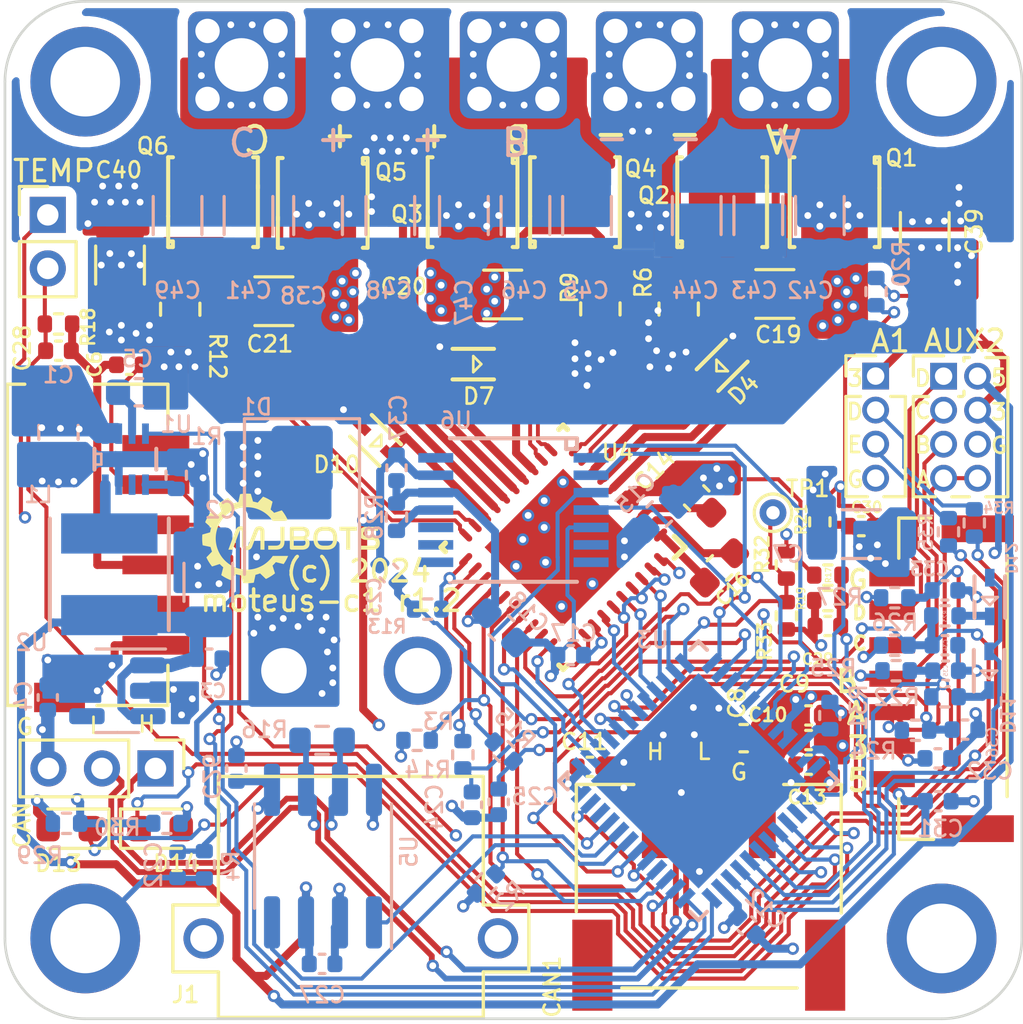
<source format=kicad_pcb>
(kicad_pcb (version 20221018) (generator pcbnew)
  (layers (0 "F.Cu" signal) (1 "In1.Cu" jumper) (2 "In2.Cu" signal) (31 "B.Cu" signal) (34 "B.Paste" user) (35 "F.Paste" user) (36 "B.SilkS" user "B.Silkscreen") (37 "F.SilkS" user "F.Silkscreen") (38 "B.Mask" user) (39 "F.Mask" user) (44 "Edge.Cuts" user))
  (net 0 "")
  (net 1 "V+")
  (net 2 "GND")
  (net 3 "Net-(U1-VCC)")
  (net 4 "+5V")
  (net 5 "+3V")
  (net 6 "/stm32g4/NRST")
  (net 7 "Net-(U4-VCP)")
  (net 8 "Net-(U4-CPL)")
  (net 9 "Net-(U4-CPH)")
  (net 10 "Net-(U4-DVDD)")
  (net 11 "/Current Sense/FCUR1")
  (net 12 "/Current Sense/FCUR2")
  (net 13 "/Current Sense/FCUR3")
  (net 14 "/VT Sense/VBAT_SENSE")
  (net 15 "/VT Sense/VTEMP_FET")
  (net 16 "/VT Sense/VTEMP_MOT")
  (net 17 "/aux2/AUX2_D")
  (net 18 "/aux2/AUX2_C")
  (net 19 "/aux2/AUX2_B")
  (net 20 "/aux2/AUX2_A")
  (net 21 "GNDPWR")
  (net 22 "/Gate Driver/GHA")
  (net 23 "/Gate Driver/GLA")
  (net 24 "/Gate Driver/GHB")
  (net 25 "/Gate Driver/GLB")
  (net 26 "/Gate Driver/GLC")
  (net 27 "/aux2/AUX2_I2C_PULLUP")
  (net 28 "/LED Sense/LED1")
  (net 29 "/LED Sense/LED2")
  (net 30 "/stm32g4/SWDIO")
  (net 31 "/stm32g4/SWCLK")
  (net 32 "/Gate Driver/GHC")
  (net 33 "Net-(U1-LX)")
  (net 34 "Net-(U1-MODE)")
  (net 35 "/Gate Driver/DRV8323_MISO")
  (net 36 "/Gate Driver/DRV8323_FAULT")
  (net 37 "/Current Sense/CUR1")
  (net 38 "/Current Sense/CUR2")
  (net 39 "/Current Sense/CUR3")
  (net 40 "/LED Sense/DAC")
  (net 43 "MOUNT_GND")
  (net 44 "/Gate Driver/DRV8323_MOSI")
  (net 45 "/Gate Driver/MOTOR_ENABLE")
  (net 46 "/Gate Driver/MOTOR_HIZ")
  (net 47 "/Gate Driver/MOTOR1")
  (net 48 "/Gate Driver/MOTOR2")
  (net 49 "/Gate Driver/MOTOR3")
  (net 50 "/aux1/AUX1_A")
  (net 51 "/aux1/AUX1_C")
  (net 52 "/Gate Driver/DRV8323_CS")
  (net 53 "/aux1/AS5047_CS")
  (net 55 "/Gate Driver/DRV8323_SCLK")
  (net 56 "/aux1/AUX1_B")
  (net 57 "/CAN/CAN_RX")
  (net 58 "/CAN/CAN_TX")
  (net 59 "/stm32g4/AUX1_I2C_PULLUP")
  (net 61 "/aux2/AUX2P_D")
  (net 62 "/aux2/AUX2P_C")
  (net 63 "/aux2/AUX2P_B")
  (net 64 "/aux2/AUX2P_A")
  (net 65 "/CAN/CAN_P")
  (net 66 "/CAN/CAN_N")
  (net 67 "/H Bridge A/SXX_P")
  (net 68 "/H Bridge B/SXX_P")
  (net 69 "/H Bridge C/SXX_P")
  (net 70 "/H Bridge A/SXX_N")
  (net 71 "/H Bridge B/SXX_N")
  (net 72 "/H Bridge C/SXX_N")
  (net 74 "Net-(D11-Pad1)")
  (net 75 "Net-(D12-Pad1)")
  (net 76 "Net-(D13-A)")
  (net 77 "Net-(D14-A)")
  (net 78 "Net-(U6-VDD)")
  (net 85 "Net-(U3A-PB10)")
  (net 86 "/H Bridge A/OUTX")
  (net 87 "/H Bridge B/OUTX")
  (net 88 "/H Bridge C/OUTX")
  (net 89 "/H Bridge A/SPX_Q")
  (net 90 "/H Bridge B/SPX_Q")
  (net 91 "/H Bridge C/SPX_Q")
  (net 96 "/aux1/AUX1_D")
  (net 97 "/aux1/AUX1_E")
  (net 99 "/aux1/AUX1P_D")
  (net 100 "/aux1/AUX1P_E")
  (footprint "Resistor_SMD:R_0402_1005Metric" (layer "F.Cu") (at 161.45 100.44 -90)
    (fp_text reference "R21")
    (fp_text value "10k 1%" hide)
  )
  (footprint "Capacitor_SMD:C_1206_3216Metric" (layer "F.Cu") (at 141.05 92.2 180)
    (fp_text reference "C21")
    (fp_text value "0.1uF 100V" hide)
  )
  (footprint "moteus:AMASS_XT30PW-M" (layer "F.Cu") (at 143.925 116 180)
    (fp_text reference "J1")
    (fp_text value "XT30PW-M" hide)
  )
  (footprint "Capacitor_SMD:C_1206_3216Metric" (layer "F.Cu") (at 165.37 89.6 -90)
    (fp_text reference "C39")
    (fp_text value "4.7uF 100V" hide)
  )
  (footprint "Capacitor_SMD:C_0603_1608Metric" (layer "F.Cu") (at 156.85 99.55 -45)
    (fp_text reference "C14")
    (fp_text value "1uF 25V" hide)
  )
  (footprint "Capacitor_SMD:C_0402_1005Metric" (layer "F.Cu") (at 163 100.6 180)
    (fp_text reference "C30")
    (fp_text value "0.1uF" hide)
  )
  (footprint "moteus:NetTie-2_SMD_Pad0.2" (layer "F.Cu") (at 156.175 93.06 -90)
    (fp_text reference "NT3" hide)
    (fp_text value "NetTie_2" hide)
  )
  (footprint "moteus:M2.5_MOUNT" (layer "F.Cu") (at 134 84)
    (fp_text reference "MOUNT1" hide)
    (fp_text value "M2.5_MOUNT" hide)
  )
  (footprint "Capacitor_SMD:C_0402_1005Metric" (layer "F.Cu") (at 133 94.05)
    (fp_text reference "C28")
    (fp_text value "0.1uF" hide)
  )
  (footprint "moteus:TSON Advance_TOS" (layer "F.Cu") (at 142.875001 88.528 -90)
    (fp_text reference "Q5")
    (fp_text value "TPN19008QM_LQ" hide)
  )
  (footprint "LED_SMD:LED_0603_1608Metric" (layer "F.Cu") (at 136.8 111.9)
    (fp_text reference "D14")
    (fp_text value "LED" hide)
  )
  (footprint "moteus:M2.5_MOUNT" (layer "F.Cu") (at 134 116)
    (fp_text reference "MOUNT3" hide)
    (fp_text value "M2.5_MOUNT" hide)
  )
  (footprint "Connector_PinHeader_2.00mm:PinHeader_1x02_P2.00mm_Vertical" (layer "F.Cu") (at 132.6 88.975)
    (fp_text reference "TEMP1" hide)
    (fp_text value "Conn_01x02_Pin" hide)
  )
  (footprint "moteus:JST_S6B-ZR-SM4A-TF(LF)(SN)" (layer "F.Cu") (at 136.64 101.3 -90)
    (fp_text reference "SWD1" hide)
    (fp_text value "S6B-ZR-SM4A-TF(LF)(SN)" hide)
  )
  (footprint "moteus:M2.5_MOUNT" (layer "F.Cu") (at 166 84)
    (fp_text reference "MOUNT2" hide)
    (fp_text value "M2.5_MOUNT" hide)
  )
  (footprint "moteus:TSON Advance_TOS" (layer "F.Cu") (at 138.774999 88.5 90)
    (fp_text reference "Q6")
    (fp_text value "TPN19008QM_LQ" hide)
  )
  (footprint "moteus:RTA0040B" (layer "F.Cu") (at 151.857969 101.390813 -135)
    (fp_text reference "U4")
    (fp_text value "DRV8323SRTAR" hide)
  )
  (footprint "moteus:SOD-523_STM" (layer "F.Cu") (at 157.8 94.6 45)
    (fp_text reference "D4")
    (fp_text value "BAT41KFILM" hide)
  )
  (footprint "TestPoint:TestPoint_THTPad_D1.0mm_Drill0.5mm" (layer "F.Cu") (at 159.7 100.1)
    (fp_text reference "TP1")
    (fp_text value "TestPoint" hide)
  )
  (footprint "moteus:POWER_M2.5" (layer "F.Cu") (at 155.08 83.375)
    (fp_text reference "VN1" hide)
    (fp_text value "Conn_01x01" hide)
  )
  (footprint "Resistor_SMD:R_0402_1005Metric" (layer "F.Cu") (at 160.2 102.05 -90)
    (fp_text reference "R32")
    (fp_text value "DNP" hide)
  )
  (footprint "Resistor_SMD:R_0402_1005Metric" (layer "F.Cu") (at 161.75 102.43)
    (fp_text reference "R17")
    (fp_text value "100k 1%" hide)
  )
  (footprint "Capacitor_SMD:C_1206_3216Metric" (layer "F.Cu") (at 159.77 91.93 180)
    (fp_text reference "C19")
    (fp_text value "0.1uF 100V" hide)
  )
  (footprint "Connector_PinHeader_2.00mm:PinHeader_1x03_P2.00mm_Vertical" (layer "F.Cu") (at 136.625 109.65 -90)
    (fp_text reference "CAN_DBG1" hide)
    (fp_text value "Conn_01x03_Pin" hide)
  )
  (footprint "moteus:JST_S3B-PH-SM4-TB(LF)(SN)" (layer "F.Cu") (at 157.3 111.25 180)
    (fp_text reference "CAN1")
    (fp_text value "S3B-PH-SM4-TB(LF)(SN)" hide)
  )
  (footprint "Capacitor_SMD:C_0603_1608Metric" (layer "F.Cu") (at 158.605 108.52 180)
    (fp_text reference "C8")
    (fp_text value "4.7uF" hide)
  )
  (footprint "moteus:POWER_M2.5" (layer "F.Cu") (at 160.16 83.375)
    (fp_text reference "X1" hide)
    (fp_text value "Conn_01x01" hide)
  )
  (footprint "Capacitor_SMD:C_0402_1005Metric" (layer "F.Cu") (at 161.03 107.67)
    (fp_text reference "C9")
    (fp_text value "0.1uF" hide)
  )
  (footprint "Capacitor_SMD:C_0402_1005Metric" (layer "F.Cu") (at 152.86 109.59)
    (fp_text reference "C11")
    (fp_text value "0.1uF" hide)
  )
  (footprint "Resistor_SMD:R_0402_1005Metric" (layer "F.Cu") (at 133 93.05)
    (fp_text reference "R18")
    (fp_text value "10k 1%" hide)
  )
  (footprint "Capacitor_SMD:C_0402_1005Metric" (layer "F.Cu") (at 161.03 109.51 180)
    (fp_text reference "C13")
    (fp_text value "0.1uF" hide)
  )
  (footprint "moteus:TSON Advance_TOS" (layer "F.Cu") (at 148.474999 88.5 -90)
    (fp_text reference "Q3")
    (fp_text value "TPN19008QM_LQ" hide)
  )
  (footprint "moteus:SOD-523_STM" (layer "F.Cu") (at 144.85 97.4 135)
    (fp_text reference "D10")
    (fp_text value "BAT41KFILM" hide)
  )
  (footprint "moteus:M2.5_MOUNT" (layer "F.Cu") (at 166 116)
    (fp_text reference "MOUNT4" hide)
    (fp_text value "M2.5_MOUNT" hide)
  )
  (footprint "Resistor_SMD:R_0805_2012Metric" (layer "F.Cu") (at 156.175 92.4925 -90)
    (fp_text reference "R6")
    (fp_text value "2mOhm" hide)
  )
  (footprint "moteus:TSON Advance_TOS" (layer "F.Cu") (at 157.8 88.5 90)
    (fp_text reference "Q2")
    (fp_text value "TPN19008QM_LQ" hide)
  )
  (footprint "moteus:POWER_M2.5" (layer "F.Cu") (at 150 83.375)
    (fp_text reference "X2" hide)
    (fp_text value "Conn_01x01" hide)
  )
  (footprint "moteus:NetTie-2_SMD_Pad0.2" (layer "F.Cu") (at 153.25 91.9325 90)
    (fp_text reference "NT4" hide)
    (fp_text value "NetTie_2" hide)
  )
  (footprint "Resistor_SMD:R_0805_2012Metric" (layer "F.Cu") (at 137.55 92.5 -90)
    (fp_text reference "R12")
    (fp_text value "2mOhm" hide)
  )
  (footprint "Capacitor_SMD:C_1206_3216Metric" (layer "F.Cu") (at 135.3 90.85 -90)
    (fp_text reference "C40")
    (fp_text value "4.7uF 100V" hide)
  )
  (footprint "moteus:TSON Advance_TOS" (layer "F.Cu") (at 162 88.5 -90)
    (fp_text reference "Q1")
    (fp_text value "TPN19008QM_LQ" hide)
  )
  (footprint "Resistor_SMD:R_0402_1005Metric" (layer "F.Cu") (at 160.2 103.95 -90)
    (fp_text reference "R33")
    (fp_text value "100k" hide)
  )
  (footprint "Resistor_SMD:R_0805_2012Metric" (layer "F.Cu") (at 153.25 92.4875 -90)
    (fp_text reference "R9")
    (fp_text value "2mOhm" hide)
  )
  (footprint "moteus:TSON Advance_TOS" (layer "F.Cu") (at 152.3 88.5 90)
    (fp_text reference "Q4")
    (fp_text value "TPN19008QM_LQ" hide)
  )
  (footprint "moteus:NetTie-2_SMD_Pad0.2" (layer "F.Cu") (at 153.2 93.0425 -90)
    (fp_text reference "NT5" hide)
    (fp_text value "NetTie_2" hide)
  )
  (footprint "moteus:NetTie-2_SMD_Pad0.2" (layer "F.Cu") (at 137.525 91.9625 90)
    (fp_text reference "NT6" hide)
    (fp_text value "NetTie_2" hide)
  )
  (footprint "Capacitor_SMD:C_0402_1005Metric" (layer "F.Cu") (at 161.75 104.33 180)
    (fp_text reference "C29")
    (fp_text value "0.1uF" hide)
  )
  (footprint "Capacitor_SMD:C_0402_1005Metric" (layer "F.Cu") (at 135.65 94.575 180)
    (fp_text reference "C6")
    (fp_text value "0.1uF" hide)
  )
  (footprint "Capacitor_SMD:C_1206_3216Metric" (layer "F.Cu") (at 149.6 91.95)
    (fp_text reference "C20")
    (fp_text value "0.1uF 100V" hide)
  )
  (footprint "moteus:SOD-523_STM" (layer "F.Cu") (at 148.5 94.55 180)
    (fp_text reference "D7")
    (fp_text value "BAT41KFILM" hide)
  )
  (footprint "moteus:NetTie-2_SMD_Pad0.2" (layer "F.Cu") (at 137.525 93.0375 -90)
    (fp_text reference "NT7" hide)
    (fp_text value "NetTie_2" hide)
  )
  (footprint "Connector_PinHeader_1.27mm:PinHeader_1x04_P1.27mm_Vertical" (layer "F.Cu") (at 163.535 94.9962)
    (fp_text reference "AUX1" hide)
    (fp_text value "Conn_01x04" hide)
  )
  (footprint "Capacitor_SMD:C_0402_1005Metric" (layer "F.Cu") (at 161.03 108.59)
    (fp_text reference "C10")
    (fp_text value "1uF" hide)
  )
  (footprint "Capacitor_SMD:C_0603_1608Metric" (layer "F.Cu") (at 157.7 102.16 45)
    (fp_text reference "C16")
    (fp_text value "47nF 100V" hide)
  )
  (footprint "moteus:POWER_M2.5" (layer "F.Cu") (at 139.84 83.375)
    (fp_text reference "X3" hide)
    (fp_text value "Conn_01x01" hide)
  )
  (footprint "LED_SMD:LED_0603_1608Metric" (layer "F.Cu") (at 133.4 111.9 180)
    (fp_text reference "D13")
    (fp_text value "LED" hide)
  )
  (footprint "moteus:JST_SM07B-GHS-TB(LF)(SN)" (layer "F.Cu") (at 166 106.3 90)
    (fp_text reference "AUX2")
    (fp_text value "SM07B-GHS-TB(LF)(SN)" hide)
  )
  (footprint "moteus:POWER_M2.5" (layer "F.Cu") (at 144.92 83.375)
    (fp_text reference "VP1" hide)
    (fp_text value "Conn_01x01" hide)
  )
  (footprint "Resistor_SMD:R_0402_1005Metric" (layer "F.Cu") (at 161.75 103.38 180)
    (fp_text reference "R19")
    (fp_text value "4.7k 1%" hide)
  )
  (footprint "moteus:NetTie-2_SMD_Pad0.2" (layer "F.Cu") (at 156.175 91.925 90)
    (fp_text reference "NT2" hide)
    (fp_text value "NetTie_2" hide)
  )
  (footprint "Connector_PinHeader_1.27mm:PinHeader_2x04_P1.27mm_Vertical" (layer "F.Cu") (at 166.075 95)
    (fp_text reference "AUX2H1" hide)
    (fp_text value "Conn_02x04_Odd_Even" hide)
  )
  (footprint "Resistor_SMD:R_0402_1005Metric" (layer "B.Cu") (at 164.25 105.05)
    (fp_text reference "R26")
    (fp_text value "100" hide)
  )
  (footprint "Resistor_SMD:R_0402_1005Metric" (layer "B.Cu") (at 145.63 100.265 90)
    (fp_text reference "R28")
    (fp_text value "0" hide)
  )
  (footprint "Resistor_SMD:R_0402_1005Metric" (layer "B.Cu") (at 137.05 111.7)
    (fp_text reference "R30")
    (fp_text value "560" hide)
  )
  (footprint "Capacitor_SMD:C_0402_1005Metric" (layer "B.Cu") (at 152.14 105.42)
    (fp_text reference "C17")
    (fp_text value "1uF" hide)
  )
  (footprint "Capacitor_SMD:C_0402_1005Metric" (layer "B.Cu") (at 166.875 108.2)
    (fp_text reference "C36")
    (fp_text value "DNP" hide)
  )
  (footprint "Capacitor_SMD:C_1206_3216Metric" (layer "B.Cu") (at 148.15 89 -90)
    (fp_text reference "C47")
    (fp_text value "4.7uF 100V" hide)
  )
  (footprint "Resistor_SMD:R_0402_1005Metric" (layer "B.Cu") (at 137.4 98.7 90)
    (fp_text reference "R1")
    (fp_text value "0" hide)
  )
  (footprint "Package_TO_SOT_SMD:SOT-23-5" (layer "B.Cu") (at 135.2 106.75 180)
    (fp_text reference "U2")
    (fp_text value "TLV70233PDBVR" hide)
  )
  (footprint "Capacitor_SMD:C_0603_1608Metric" (layer "B.Cu") (at 155.45 100.15 45)
    (fp_text reference "C15")
    (fp_text value "0.1uF 100V" hide)
  )
  (footprint "Resistor_SMD:R_0402_1005Metric" (layer "B.Cu") (at 163.55 91.84 -90)
    (fp_text reference "R20")
    (fp_text value "47k NTC" hide)
  )
  (footprint "Resistor_SMD:R_0402_1005Metric" (layer "B.Cu") (at 164.25 103.275)
    (fp_text reference "R27")
    (fp_text value "100" hide)
  )
  (footprint "Resistor_SMD:R_0402_1005Metric" (layer "B.Cu") (at 149.64 109.02 -45)
    (fp_text reference "R15")
    (fp_text value "22" hide)
  )
  (footprint "Capacitor_SMD:C_0402_1005Metric" (layer "B.Cu") (at 149.45 110.9 -90)
    (fp_text reference "C25")
    (fp_text value "1000pF" hide)
  )
  (footprint "Capacitor_SMD:C_0402_1005Metric" (layer "B.Cu") (at 166.125 105.05)
    (fp_text reference "C34")
    (fp_text value "DNP" hide)
  )
  (footprint "Capacitor_SMD:C_1206_3216Metric" (layer "B.Cu") (at 140.1 89 -90)
    (fp_text reference "C41")
    (fp_text value "4.7uF 100V" hide)
  )
  (footprint "Resistor_SMD:R_0402_1005Metric" (layer "B.Cu") (at 164.3 106)
    (fp_text reference "R25")
    (fp_text value "100" hide)
  )
  (footprint "Resistor_SMD:R_0402_1005Metric" (layer "B.Cu") (at 148.11 109.14 -90)
    (fp_text reference "R14")
    (fp_text value "22" hide)
  )
  (footprint "Capacitor_SMD:C_0402_1005Metric" (layer "B.Cu") (at 145.35 102.35 135)
    (fp_text reference "C23")
    (fp_text value "1000pF" hide)
  )
  (footprint "Capacitor_SMD:C_1206_3216Metric" (layer "B.Cu") (at 163 100.9)
    (fp_text reference "C7")
    (fp_text value "10uF" hide)
  )
  (footprint "Capacitor_SMD:C_1206_3216Metric" (layer "B.Cu") (at 152.75 89 -90)
    (fp_text reference "C45")
    (fp_text value "4.7uF 100V" hide)
  )
  (footprint "Capacitor_SMD:C_0603_1608Metric" (layer "B.Cu") (at 149.55 104.4 135)
    (fp_text reference "C18")
    (fp_text value "1uF" hide)
  )
  (footprint "moteus:UFQFPN-48_7X7X0P55MM" (layer "B.Cu") (at 156.91704 110.112299 -45)
    (fp_text reference "U3")
    (fp_text value "STM32G474CEU6" hide)
  )
  (footprint "moteus:SOD-523_STM" (layer "B.Cu") (at 167.775 106 90)
    (fp_text reference "D11")
    (fp_text value "BAT41KFILM" hide)
  )
  (footprint "Capacitor_SMD:C_0402_1005Metric" (layer "B.Cu") (at 137.45 113.25 90)
    (fp_text reference "C22")
    (fp_text value "DNP" hide)
  )
  (footprint "Diode_SMD:D_SMB" (layer "B.Cu") (at 142.1 100.25 -90)
    (fp_text reference "D1")
    (fp_text value "SMBJ48D-M3/I" hide)
  )
  (footprint "Resistor_SMD:R_0402_1005Metric" (layer "B.Cu") (at 161.825 107.675 90)
    (fp_text reference "R31")
    (fp_text value "2k" hide)
  )
  (footprint "Capacitor_SMD:C_0402_1005Metric" (layer "B.Cu") (at 166.125 103)
    (fp_text reference "C33")
    (fp_text value "DNP" hide)
  )
  (footprint "Capacitor_SMD:C_0805_2012Metric" (layer "B.Cu") (at 133 97.1 -90)
    (fp_text reference "C1")
    (fp_text value "1uF 100V" hide)
  )
  (footprint "moteus:IND_4018-WE-LQS_WRE" (layer "B.Cu") (at 134.9 102.4 90)
    (fp_text reference "L1")
    (fp_text value "47uH" hide)
  )
  (footprint "Capacitor_SMD:C_0402_1005Metric" (layer "B.Cu") (at 139.65 109.65 90)
    (fp_text reference "C26")
    (fp_text value "0.1uF" hide)
  )
  (footprint "Capacitor_SMD:C_0402_1005Metric" (layer "B.Cu") (at 158.725 115.525 -45)
    (fp_text reference "C12")
    (fp_text value "0.1uF" hide)
  )
  (footprint "Resistor_SMD:R_0402_1005Metric" (layer "B.Cu") (at 166.125 106.975 180)
    (fp_text reference "R22")
    (fp_text value "2k" hide)
  )
  (footprint "Resistor_SMD:R_0402_1005Metric" (layer "B.Cu") (at 167.2212 100.4826 -90)
    (fp_text reference "R34")
    (fp_text value "100" hide)
  )
  (footprint "Resistor_SMD:R_0402_1005Metric" (layer "B.Cu") (at 133.3 111.7 180)
    (fp_text reference "R29")
    (fp_text value "560" hide)
  )
  (footprint "moteus:21-0487A_MXM" (layer "B.Cu") (at 135.5 98.1 -90)
    (fp_text reference "U1")
    (fp_text value "MAX15062BATA+T" hide)
  )
  (footprint "moteus:TSSOP14_OSM" (layer "B.Cu") (at 150 100 180)
    (fp_text reference "U6")
    (fp_text value "AS5047P-ATSM" hide)
  )
  (footprint "Resistor_SMD:R_0402_1005Metric" (layer "B.Cu") (at 165.025 108.225)
    (fp_text reference "R24")
    (fp_text value "100" hide)
  )
  (footprint "Resistor_SMD:R_0402_1005Metric" (layer "B.Cu") (at 146.8 103.7 180)
    (fp_text reference "R13")
    (fp_text value "22" hide)
  )
  (footprint "Resistor_SMD:R_0402_1005Metric" (layer "B.Cu") (at 166.256 100.8128 -90)
    (fp_text reference "R35")
    (fp_text value "100" hide)
  )
  (footprint "Resistor_SMD:R_0402_1005Metric" (layer "B.Cu") (at 166.125 103.95 180)
    (fp_text reference "R23")
    (fp_text value "2k" hide)
  )
  (footprint "moteus:SOIC-8_3.9x4.9mm_P1.27mm" (layer "B.Cu") (at 142.885 112.925 90)
    (fp_text reference "U5")
    (fp_text value "TCAN1057AEV-Q1" hide)
  )
  (footprint "Resistor_SMD:R_0402_1005Metric" (layer "B.Cu") (at 148.975 113.95 45)
    (fp_text reference "R2")
    (fp_text value "2k" hide)
  )
  (footprint "Resistor_SMD:R_0402_1005Metric" (layer "B.Cu") (at 146.4 108.6)
    (fp_text reference "R3")
    (fp_text value "2k" hide)
  )
  (footprint "Capacitor_SMD:C_1206_3216Metric" (layer "B.Cu") (at 161.45 89 -90)
    (fp_text reference "C42")
    (fp_text value "4.7uF 100V" hide)
  )
  (footprint "Capacitor_SMD:C_0402_1005Metric" (layer "B.Cu") (at 165.875 110.875)
    (fp_text reference "C31")
    (fp_text value "1uF" hide)
  )
  (footprint "Capacitor_SMD:C_0402_1005Metric" (layer "B.Cu") (at 132.6 107 -90)
    (fp_text reference "C4")
    (fp_text value "1uF" hide)
  )
  (footprint "Resistor_SMD:R_0402_1005Metric" (layer "B.Cu") (at 138.45 113.25 90)
    (fp_text reference "R4")
    (fp_text value "DNP" hide)
  )
  (footprint "Capacitor_SMD:C_1206_3216Metric" (layer "B.Cu") (at 142.7 89 -90)
    (fp_text reference "C38")
    (fp_text value "4.7uF 100V" hide)
  )
  (footprint "moteus:SOD-523_STM" (layer "B.Cu") (at 167.8 103.25 90)
    (fp_text reference "D12")
    (fp_text value "BAT41KFILM" hide)
  )
  (footprint "Capacitor_SMD:C_0402_1005Metric" (layer "B.Cu") (at 142.85 116.95)
    (fp_text reference "C27")
    (fp_text value "0.1uF" hide)
  )
  (footprint "Capacitor_SMD:C_0402_1005Metric" (layer "B.Cu") (at 148.45 111.01 -90)
    (fp_text reference "C24")
    (fp_text value "1000pF" hide)
  )
  (footprint "Capacitor_SMD:C_1206_3216Metric" (layer "B.Cu") (at 150.45 89 -90)
    (fp_text reference "C46")
    (fp_text value "4.7uF 100V" hide)
  )
  (footprint "Capacitor_SMD:C_1206_3216Metric" (layer "B.Cu") (at 156.85 89 -90)
    (fp_text reference "C44")
    (fp_text value "4.7uF 100V" hide)
  )
  (footprint "Capacitor_SMD:C_1206_3216Metric" (layer "B.Cu") (at 138.6 102.7 90)
    (fp_text reference "C2")
    (fp_text value "22uF" hide)
  )
  (footprint "moteus:NetTie-2_SMD_Pad0.254mm" (layer "B.Cu") (at 134.83 98.1)
    (fp_text reference "NT1" hide)
    (fp_text value "NetTie_2" hide)
  )
  (footprint "Capacitor_SMD:C_0402_1005Metric" (layer "B.Cu") (at 138.63 105.55)
    (fp_text reference "C3")
    (fp_text value "1uF" hide)
  )
  (footprint "Capacitor_SMD:C_1206_3216Metric" (layer "B.Cu") (at 137.45 89 -90)
    (fp_text reference "C49")
    (fp_text value "4.7uF 100V" hide)
  )
  (footprint "Capacitor_SMD:C_1206_3216Metric" (layer "B.Cu") (at 159.15 89 -90)
    (fp_text reference "C43")
    (fp_text value "4.7uF 100V" hide)
  )
  (footprint "Capacitor_SMD:C_0402_1005Metric" (layer "B.Cu") (at 145.63 98.42 90)
    (fp_text reference "C37")
    (fp_text value "0.1uF" hide)
  )
  (footprint "Resistor_SMD:R_0603_1608Metric" (layer "B.Cu") (at 142.85 108.6 180)
    (fp_text reference "R16")
    (fp_text value "120")
  )
  (footprint "Capacitor_SMD:C_0402_1005Metric" (layer "B.Cu") (at 165.86 109.275)
    (fp_text reference "C32")
    (fp_text value "1uF" hide)
  )
  (footprint "Capacitor_SMD:C_1206_3216Metric" (layer "B.Cu") (at 145.4 89 -90)
    (fp_text reference "C48")
    (fp_text value "4.7uF 100V" hide)
  )
  (footprint "Capacitor_SMD:C_0402_1005Metric" (layer "B.Cu") (at 166.15 106)
    (fp_text reference "C35")
    (fp_text value "DNP" hide)
  )
  (footprint "Capacitor_SMD:C_0603_1608Metric" (layer "B.Cu") (at 136 95.6)
    (fp_text reference "C5")
    (fp_text value "1uF" hide)
  )
  (gr_poly (pts (xy 144.945031 100.772775) (xy 144.505823 100.772775) (xy 144.498653 100.772886) (xy 144.491728 100.773221) (xy 144.485049 100.773779) (xy 144.478616 100.77456) (xy 144.47243 100.775565) (xy 144.46649 100.776793) (xy 144.460798 100.778244) (xy 144.455353 100.779918) (xy 144.450157 100.781816) (xy 144.445209 100.783937) (xy 144.440509 100.786281) (xy 144.436059 100.788848) (xy 144.431859 100.791638) (xy 144.427908 100.794652) (xy 144.424208 100.797889) (xy 144.420759 100.801349) (xy 144.417539 100.804983) (xy 144.414527 100.808741) (xy 144.411722 100.812623) (xy 144.409126 100.816629) (xy 144.406736 100.820759) (xy 144.404555 100.825013) (xy 144.402582 100.829391) (xy 144.400816 100.833893) (xy 144.399258 100.838519) (xy 144.397908 100.843269) (xy 144.396765 100.848143) (xy 144.39583 100.853142) (xy 144.395103 100.858264) (xy 144.394584 100.86351) (xy 144.394272 100.86888) (xy 144.394168 100.874374) (xy 144.394255 100.879125) (xy 144.394517 100.883852) (xy 144.394956 100.888557) (xy 144.395574 100.893243) (xy 144.396371 100.897909) (xy 144.397349 100.902559) (xy 144.398511 100.907193) (xy 144.399857 100.911813) (xy 144.40061 100.914106) (xy 144.401432 100.91637) (xy 144.402322 100.918606) (xy 144.40328 100.920813) (xy 144.404306 100.92299) (xy 144.405401 100.925138) (xy 144.406563 100.927255) (xy 144.407794 100.929342) (xy 144.409093 100.931397) (xy 144.410461 100.933422) (xy 144.411896 100.935414) (xy 144.4134 100.937374) (xy 144.414972 100.939302) (xy 144.416612 100.941197) (xy 144.418321 100.943058) (xy 144.420097 100.944886) (xy 144.42197 100.946695) (xy 144.423917 100.948452) (xy 144.425938 100.950157) (xy 144.428033 100.95181) (xy 144.430201 100.953413) (xy 144.432443 100.954964) (xy 144.434758 100.956465) (xy 144.437146 100.957917) (xy 144.439607 100.959318) (xy 144.442141 100.96067) (xy 144.444747 100.961974) (xy 144.447426 100.963229) (xy 144.450176 100.964436) (xy 144.452999 100.965595) (xy 144.455893 100.966707) (xy 144.458859 100.967772) (xy 144.465084 100.969682) (xy 144.471755 100.971342) (xy 144.478869 100.972751) (xy 144.486425 100.973907) (xy 144.494421 100.974809) (xy 144.502856 100.975455) (xy 144.511728 100.975844) (xy 144.521036 100.975974) (xy 144.72159 100.975974) (xy 144.732428 100.976061) (xy 144.743016 100.976322) (xy 144.753352 100.976756) (xy 144.763438 100.977363) (xy 144.773273 100.978145) (xy 144.782859 100.9791) (xy 144.792194 100.980228) (xy 144.801279 100.981531) (xy 144.810115 100.983006) (xy 144.818702 100.984656) (xy 144.827039 100.986479) (xy 144.835127 100.988476) (xy 144.842967 100.990646) (xy 144.850558 100.99299) (xy 144.8579 100.995508) (xy 144.864994 100.998199) (xy 144.871874 101.001029) (xy 144.878574 101.00396) (xy 144.885094 101.006995) (xy 144.891432 101.010132) (xy 144.897589 101.013373) (xy 144.903564 101.016717) (xy 144.909357 101.020164) (xy 144.914968 101.023715) (xy 144.920395 101.02737) (xy 144.925639 101.031129) (xy 144.9307 101.034992) (xy 144.935576 101.03896) (xy 144.940268 101.043032) (xy 144.944775 101.047209) (xy 144.949097 101.051491) (xy 144.953233 101.055878) (xy 144.957197 101.060357) (xy 144.961003 101.064914) (xy 144.964651 101.069549) (xy 144.96814 101.074263) (xy 144.971472 101.079056) (xy 144.974645 101.083928) (xy 144.977661 101.08888) (xy 144.980518 101.093912) (xy 144.983217 101.099025) (xy 144.985758 101.104219) (xy 144.988141 101.109494) (xy 144.990366 101.114852) (xy 144.992432 101.120291) (xy 144.994341 101.125813) (xy 144.996091 101.131417) (xy 144.997683 101.137105) (xy 144.997683 101.137106) (xy 144.997684 101.137106) (xy 144.997685 101.137106) (xy 145.000519 101.148517) (xy 145.002971 101.15993) (xy 145.005041 101.17135) (xy 145.006731 101.18278) (xy 145.008042 101.194221) (xy 145.008977 101.205678) (xy 145.009537 101.217154) (xy 145.009724 101.228652) (xy 145.009482 101.242152) (xy 145.00876 101.25537) (xy 145.007561 101.26831) (xy 145.005887 101.280973) (xy 145.003742 101.293364) (xy 145.002493 101.299457) (xy 145.001128 101.305484) (xy 144.999647 101.311444) (xy 144.99805 101.317338) (xy 144.996337 101.323166) (xy 144.994509 101.328929) (xy 144.99253 101.334587) (xy 144.990411 101.340153) (xy 144.988152 101.345625) (xy 144.985755 101.351005) (xy 144.983219 101.356292) (xy 144.980545 101.361485) (xy 144.977732 101.366585) (xy 144.974781 101.371593) (xy 144.971692 101.376507) (xy 144.968465 101.381329) (xy 144.965101 101.386057) (xy 144.961599 101.390693) (xy 144.95796 101.395235) (xy 144.954185 101.399684) (xy 144.950272 101.404041) (xy 144.946223 101.408304) (xy 144.942032 101.41244) (xy 144.937696 101.416464) (xy 144.933215 101.420377) (xy 144.928588 101.424177) (xy 144.923817 101.427864) (xy 144.918901 101.43144) (xy 144.91384 101.434902) (xy 144.908635 101.438251) (xy 144.903286 101.441487) (xy 144.897793 101.44461) (xy 144.892156 101.44762) (xy 144.886375 101.450515) (xy 144.880451 101.453297) (xy 144.874384 101.455964) (xy 144.868173 101.458517) (xy 144.86182 101.460956) (xy 144.855309 101.463263) (xy 144.848624 101.465421) (xy 144.841766 101.46743) (xy 144.834734 101.46929) (xy 144.827528 101.471002) (xy 144.820148 101.472564) (xy 144.804869 101.475243) (xy 144.788895 101.477327) (xy 144.772226 101.478815) (xy 144.754863 101.479708) (xy 144.736805 101.480006) (xy 144.259497 101.480006) (xy 144.259497 101.330119) (xy 144.741832 101.330119) (xy 144.749343 101.330002) (xy 144.756597 101.329649) (xy 144.763595 101.329061) (xy 144.770337 101.328238) (xy 144.776822 101.327182) (xy 144.783052 101.325892) (xy 144.789028 101.324368) (xy 144.794748 101.322612) (xy 144.800215 101.320623) (xy 144.805427 101.318402) (xy 144.810386 101.315949) (xy 144.815092 101.313265) (xy 144.819546 101.310349) (xy 144.823747 101.307204) (xy 144.827696 101.303827) (xy 144.831393 101.300221) (xy 144.834854 101.296434) (xy 144.838091 101.292513) (xy 144.841104 101.288459) (xy 144.843895 101.28427) (xy 144.846462 101.279947) (xy 144.848806 101.27549) (xy 144.850927 101.270899) (xy 144.852825 101.266173) (xy 144.854499 101.261312) (xy 144.85595 101.256316) (xy 144.857178 101.251185) (xy 144.858183 101.245918) (xy 144.858964 101.240515) (xy 144.859522 101.234977) (xy 144.859857 101.229303) (xy 144.859969 101.223492) (xy 144.859869 101.218395) (xy 144.859572 101.213322) (xy 144.859075 101.208275) (xy 144.858381 101.203252) (xy 144.857488 101.198254) (xy 144.856396 101.19328) (xy 144.855106 101.188332) (xy 144.853618 101.183408) (xy 144.852789 101.180972) (xy 144.851888 101.178577) (xy 144.850918 101.176222) (xy 144.849877 101.173906) (xy 144.848766 101.17163) (xy 144.847586 101.169393) (xy 144.846337 101.167195) (xy 144.845019 101.165036) (xy 144.843633 101.162916) (xy 144.84218 101.160834) (xy 144.840658 101.158791) (xy 144.83907 101.156786) (xy 144.837415 101.154819) (xy 144.835694 101.15289) (xy 144.833907 101.150999) (xy 144.832054 101.149144) (xy 144.830102 101.147355) (xy 144.828067 101.14561) (xy 144.825948 101.143908) (xy 144.823745 101.142249) (xy 144.821458 101.140633) (xy 144.819088 101.139061) (xy 144.816634 101.137533) (xy 144.814096 101.136048) (xy 144.811475 101.134606) (xy 144.808769 101.133207) (xy 144.80598 101.131852) (xy 144.803108 101.130541) (xy 144.800151 101.129273) (xy 144.797111 101.128048) (xy 144.793987 101.126867) (xy 144.79078 101.125729) (xy 144.787478 101.124648) (xy 144.78407 101.123639) (xy 144.776941 101.121832) (xy 144.769393 101.120308) (xy 144.761428 101.119065) (xy 144.753047 101.1181) (xy 144.744252 101.117413) (xy 144.735045 101.117002) (xy 144.725427 101.116865) (xy 144.526064 101.116865) (xy 144.515398 101.116782) (xy 144.50498 101.11653) (xy 144.49481 101.116111) (xy 144.484888 101.115524) (xy 144.475214 101.114768) (xy 144.465788 101.113845) (xy 144.456611 101.112752) (xy 144.447681 101.111491) (xy 144.438999 101.110061) (xy 144.430566 101.108461) (xy 144.42238 101.106693) (xy 144.414443 101.104754) (xy 144.406753 101.102646) (xy 144.399312 101.100368) (xy 144.392119 101.09792) (xy 144.385173 101.095302) (xy 144.378444 101.092544) (xy 144.371897 101.089677) (xy 144.365533 101.086702) (xy 144.359352 101.083619) (xy 144.353354 101.080427) (xy 144.347538 101.077126) (xy 144.341906 101.073717) (xy 144.336457 101.070199) (xy 144.33119 101.066573) (xy 144.326107 101.062838) (xy 144.321206 101.058995) (xy 144.316489 101.055044) (xy 144.311954 101.050983) (xy 144.307603 101.046815) (xy 144.303434 101.042537) (xy 144.299448 101.038152) (xy 144.295651 101.033676) (xy 144.292001 101.029129) (xy 144.288496 101.024511) (xy 144.285138 101.019823) (xy 144.281926 101.015064) (xy 144.278861 101.010235) (xy 144.275943 101.005335) (xy 144.273172 101.000366) (xy 144.270548 100.995327) (xy 144.268071 100.990218) (xy 144.265743 100.98504) (xy 144.263562 100.979792) (xy 144.261529 100.974476) (xy 144.259645 100.969091) (xy 144.257908 100.963637) (xy 144.256321 100.958115) (xy 144.253487 100.947003) (xy 144.251035 100.93589) (xy 144.248966 100.924778) (xy 144.247276 100.913665) (xy 144.245964 100.902553) (xy 144.245029 100.89144) (xy 144.244469 100.880328) (xy 144.244283 100.869215) (xy 144.244517 100.856) (xy 144.245219 100.843046) (xy 144.246382 100.830352) (xy 144.248003 100.817919) (xy 144.250076 100.805746) (xy 144.252598 100.793834) (xy 144.255563 100.782182) (xy 144.258966 100.77079) (xy 144.26087 100.765207) (xy 144.262911 100.759721) (xy 144.265088 100.754329) (xy 144.267402 100.749032) (xy 144.269854 100.74383) (xy 144.272442 100.738722) (xy 144.275169 100.733708) (xy 144.278033 100.728787) (xy 144.281035 100.72396) (xy 144.284175 100.719225) (xy 144.287454 100.714582) (xy 144.290871 100.710031) (xy 144.294427 100.705571) (xy 144.298122 100.701203) (xy 144.301957 100.696925) (xy 144.30593 100.692738) (xy 144.310068 100.688678) (xy 144.314346 100.684732) (xy 144.318764 100.680901) (xy 144.323322 100.677183) (xy 144.328022 100.67358) (xy 144.332863 100.670091) (xy 144.337846 100.666715) (xy 144.342972 100.663452) (xy 144.34824 100.660302) (xy 144.353651 100.657266) (xy 144.359205 100.654342) (xy 144.364903 100.651531) (xy 144.370746 100.648833) (xy 144.376732 100.646246) (xy 144.382864 100.643772) (xy 144.389141 100.641409) (xy 144.395571 100.639197) (xy 144.402158 100.637124) (xy 144.408903 100.635192) (xy 144.415806 100.633401) (xy 144.430088 100.630242) (xy 144.445002 100.627651) (xy 144.460548 100.625629) (xy 144.476727 100.624182) (xy 144.493538 100.623311) (xy 144.510982 100.62302) (xy 144.945031 100.62302)) (fill solid) (layer "F.SilkS"))
  (gr_poly (pts (xy 141.445387 101.183937) (xy 141.445108 101.199942) (xy 141.444273 101.215612) (xy 141.442882 101.230948) (xy 141.440939 101.245949) (xy 141.438443 101.260614) (xy 141.436989 101.267822) (xy 141.435397 101.274945) (xy 141.433668 101.281985) (xy 141.431802 101.288941) (xy 141.429799 101.295814) (xy 141.42766 101.302602) (xy 141.42535 101.309292) (xy 141.422885 101.315867) (xy 141.420263 101.322327) (xy 141.417486 101.328672) (xy 141.414552 101.334903) (xy 141.411461 101.341019) (xy 141.408213 101.34702) (xy 141.404807 101.352906) (xy 141.401242 101.358678) (xy 141.39752 101.364335) (xy 141.393638 101.369878) (xy 141.389597 101.375305) (xy 141.385397 101.380618) (xy 141.381036 101.385816) (xy 141.376515 101.390899) (xy 141.371833 101.395868) (xy 141.366984 101.400713) (xy 141.361961 101.405424) (xy 141.356764 101.410002) (xy 141.351394 101.414447) (xy 141.34585 101.418758) (xy 141.340133 101.422936) (xy 141.334241 101.426981) (xy 141.328177 101.430892) (xy 141.321938 101.43467) (xy 141.315526 101.438315) (xy 141.308941 101.441827) (xy 141.302181 101.445205) (xy 141.295248 101.448449) (xy 141.288142 101.451561) (xy 141.280862 101.454539) (xy 141.273408 101.457384) (xy 141.267343 101.459555) (xy 141.261154 101.461605) (xy 141.254842 101.463537) (xy 141.248405 101.465354) (xy 141.241844 101.46706) (xy 141.235159 101.468657) (xy 141.22835 101.470149) (xy 141.221417 101.471539) (xy 141.210714 101.473449) (xy 141.199736 101.475109) (xy 141.188482 101.476518) (xy 141.176951 101.477674) (xy 141.165141 101.478576) (xy 141.15305 101.479222) (xy 141.140676 101.479611) (xy 141.12802 101.479741) (xy 140.837243 101.479741) (xy 140.837243 101.329855) (xy 141.119024 101.329855) (xy 141.131413 101.32968) (xy 141.143281 101.329156) (xy 141.154624 101.328278) (xy 141.160099 101.327705) (xy 141.165442 101.327043) (xy 141.170653 101.326291) (xy 141.175732 101.325449) (xy 141.180679 101.324516) (xy 141.185494 101.323492) (xy 141.190176 101.322377) (xy 141.194726 101.321169) (xy 141.199142 101.31987) (xy 141.203426 101.318477) (xy 141.207568 101.31703) (xy 141.211611 101.315514) (xy 141.215553 101.313931) (xy 141.219394 101.31228) (xy 141.223133 101.310564) (xy 141.226771 101.30878) (xy 141.230306 101.306931) (xy 141.233737 101.305017) (xy 141.237065 101.303037) (xy 141.240288 101.300993) (xy 141.243406 101.298884) (xy 141.246419 101.296711) (xy 141.249325 101.294475) (xy 141.252124 101.292176) (xy 141.254817 101.289813) (xy 141.257401 101.287389) (xy 141.259884 101.284904) (xy 141.262275 101.282359) (xy 141.264573 101.279756) (xy 141.266777 101.277093) (xy 141.268889 101.27437) (xy 141.270907 101.271587) (xy 141.272833 101.268745) (xy 141.274665 101.265842) (xy 141.276404 101.262878) (xy 141.278051 101.259854) (xy 141.279604 101.256769) (xy 141.281065 101.253623) (xy 141.282432 101.250416) (xy 141.283706 101.247148) (xy 141.284888 101.243817) (xy 141.285976 101.240425) (xy 141.286169 101.239874) (xy 141.28635 101.239311) (xy 141.286522 101.238739) (xy 141.286687 101.23816) (xy 141.286999 101.236984) (xy 141.287299 101.235795) (xy 141.289153 101.224286) (xy 141.29092 101.212776) (xy 141.292564 101.201267) (xy 141.294046 101.189758) (xy 141.294089 101.18887) (xy 141.294122 101.187992) (xy 141.294161 101.186252) (xy 141.294176 101.184511) (xy 141.294178 101.182746) (xy 141.29431 101.182746) (xy 141.29431 100.622888) (xy 141.445387 100.622888)) (fill solid) (layer "F.SilkS"))
  (gr_poly (pts (xy 139.827142 100.607874) (xy 139.83849 100.608475) (xy 139.849466 100.609475) (xy 139.86007 100.610876) (xy 139.870302 100.612678) (xy 139.880162 100.614881) (xy 139.88965 100.617485) (xy 139.898765 100.62049) (xy 139.907509 100.623897) (xy 139.915881 100.627706) (xy 139.92388 100.631916) (xy 139.931508 100.636528) (xy 139.938763 100.641543) (xy 139.945646 100.646961) (xy 139.952157 100.652781) (xy 139.958297 100.659004) (xy 139.964064 100.665555) (xy 139.969459 100.672361) (xy 139.974482 100.67942) (xy 139.979133 100.686733) (xy 139.983411 100.6943) (xy 139.987318 100.70212) (xy 139.990853 100.710192) (xy 139.994015 100.718518) (xy 139.996806 100.727097) (xy 139.999224 100.735928) (xy 140.001271 100.745011) (xy 140.002945 100.754347) (xy 140.004247 100.763934) (xy 140.005178 100.773773) (xy 140.005736 100.783864) (xy 140.005922 100.794206) (xy 140.005922 101.30075) (xy 140.00597 101.303422) (xy 140.006113 101.306028) (xy 140.006353 101.308568) (xy 140.006687 101.311044) (xy 140.007115 101.313455) (xy 140.007638 101.315801) (xy 140.008254 101.318081) (xy 140.008964 101.320296) (xy 140.009767 101.322447) (xy 140.010663 101.324532) (xy 140.011651 101.326552) (xy 140.012731 101.328507) (xy 140.013902 101.330397) (xy 140.015164 101.332221) (xy 140.016517 101.333981) (xy 140.01796 101.335675) (xy 140.019478 101.337286) (xy 140.021054 101.338794) (xy 140.022689 101.3402) (xy 140.024381 101.341502) (xy 140.02613 101.342702) (xy 140.027936 101.343798) (xy 140.029799 101.344791) (xy 140.031719 101.34568) (xy 140.033694 101.346465) (xy 140.035724 101.347146) (xy 140.03781 101.347723) (xy 140.03995 101.348196) (xy 140.042144 101.348563) (xy 140.044392 101.348826) (xy 140.046694 101.348984) (xy 140.049049 101.349037) (xy 140.053401 101.348899) (xy 140.05551 101.348726) (xy 140.057575 101.348484) (xy 140.059596 101.348173) (xy 140.061573 101.347793) (xy 140.063505 101.347344) (xy 140.065393 101.346825) (xy 140.067237 101.346237) (xy 140.069036 101.345579) (xy 140.070791 101.344852) (xy 140.072501 101.344056) (xy 140.074167 101.34319) (xy 140.075788 101.342254) (xy 140.077365 101.341248) (xy 140.078897 101.340173) (xy 140.080385 101.339028) (xy 140.081828 101.337814) (xy 140.083226 101.336529) (xy 140.08458 101.335175) (xy 140.085889 101.33375) (xy 140.087154 101.332256) (xy 140.088374 101.330691) (xy 140.089549 101.329057) (xy 140.090679 101.327352) (xy 140.091764 101.325577) (xy 140.092805 101.323732) (xy 140.093801 101.321816) (xy 140.095658 101.317774) (xy 140.097335 101.31345) (xy 140.30543 100.766424) (xy 140.308683 100.757343) (xy 140.31209 100.748503) (xy 140.315652 100.739906) (xy 140.319368 100.731551) (xy 140.323239 100.723439) (xy 140.327264 100.715569) (xy 140.331442 100.707943) (xy 140.335774 100.70056) (xy 140.34026 100.69342) (xy 140.344899 100.686524) (xy 140.349691 100.679871) (xy 140.354636 100.673463) (xy 140.359734 100.667298) (xy 140.364984 100.661378) (xy 140.370387 100.655703) (xy 140.375941 100.650272) (xy 140.381733 100.64513) (xy 140.387848 100.640319) (xy 140.394285 100.635841) (xy 140.401044 100.631694) (xy 140.408126 100.627878) (xy 140.41553 100.624395) (xy 140.423256 100.621243) (xy 140.431306 100.618423) (xy 140.439677 100.615935) (xy 140.448371 100.613778) (xy 140.457388 100.611954) (xy 140.466727 100.610461) (xy 140.476388 100.6093) (xy 140.486372 100.60847) (xy 140.496678 100.607973) (xy 140.507307 100.607807) (xy 140.519004 100.608007) (xy 140.530332 100.608607) (xy 140.54129 100.609607) (xy 140.551879 100.611008) (xy 140.562098 100.61281) (xy 140.571947 100.615013) (xy 140.581426 100.617617) (xy 140.590535 100.620622) (xy 140.599273 100.624029) (xy 140.607641 100.627838) (xy 140.615637 100.632048) (xy 140.623263 100.636661) (xy 140.630517 100.641675) (xy 140.6374 100.647093) (xy 140.643911 100.652913) (xy 140.65005 100.659136) (xy 140.655817 100.665687) (xy 140.661212 100.672493) (xy 140.666235 100.679552) (xy 140.670886 100.686865) (xy 140.675165 100.694432) (xy 140.679071 100.702252) (xy 140.682606 100.710325) (xy 140.685769 100.71865) (xy 140.688559 100.727229) (xy 140.690978 100.73606) (xy 140.693024 100.745143) (xy 140.694698 100.754479) (xy 140.696001 100.764066) (xy 140.696931 100.773905) (xy 140.697489 100.783996) (xy 140.697675 100.794338) (xy 140.697675 101.480006) (xy 140.546598 101.480006) (xy 140.546598 100.802143) (xy 140.546551 100.799306) (xy 140.546412 100.796549) (xy 140.546178 100.79387) (xy 140.545852 100.79127) (xy 140.545431 100.788748) (xy 140.544917 100.786302) (xy 140.544308 100.783933) (xy 140.543605 100.781638) (xy 140.542807 100.779418) (xy 140.541915 100.777271) (xy 140.540927 100.775198) (xy 140.539845 100.773196) (xy 140.538667 100.771266) (xy 140.537393 100.769406) (xy 140.536024 100.767616) (xy 140.534559 100.765895) (xy 140.53302 100.764285) (xy 140.531427 100.762776) (xy 140.529782 100.761371) (xy 140.528083 100.760068) (xy 140.526331 100.758869) (xy 140.524525 100.757772) (xy 140.522665 100.75678) (xy 140.520751 100.755891) (xy 140.518783 100.755105) (xy 140.516761 100.754424) (xy 140.514683 100.753847) (xy 140.512551 100.753375) (xy 140.510364 100.753007) (xy 140.508122 100.752744) (xy 140.505824 100.752586) (xy 140.503471 100.752534) (xy 140.501429 100.752574) (xy 140.499421 100.752695) (xy 140.497448 100.752896) (xy 140.495508 100.753177) (xy 140.493603 100.753537) (xy 140.491732 100.753978) (xy 140.489895 100.754498) (xy 140.488092 100.755097) (xy 140.486323 100.755775) (xy 140.484588 100.756532) (xy 140.482887 100.757368) (xy 140.481221 100.758282) (xy 140.479588 100.759275) (xy 140.47799 100.760345) (xy 140.476426 100.761494) (xy 140.474896 100.76272) (xy 140.473406 100.76401) (xy 140.471962 100.76535) (xy 140.470565 100.766739) (xy 140.469213 100.768177) (xy 140.467908 100.769666) (xy 140.466647 100.771204) (xy 140.465432 100.772791) (xy 140.464263 100.774428) (xy 140.463138 100.776115) (xy 140.462058 100.777851) (xy 140.461023 100.779637) (xy 140.460031 100.781473) (xy 140.459085 100.783358) (xy 140.458182 100.785293) (xy 140.457323 100.787277) (xy 140.456507 100.789311) (xy 140.24828 101.336337) (xy 140.245026 101.345442) (xy 140.241614 101.354302) (xy 140.238043 101.362917) (xy 140.234315 101.371287) (xy 140.230428 101.379412) (xy 140.226384 101.387292) (xy 140.222181 101.394927) (xy 140.21782 101.402317) (xy 140.213301 101.409463) (xy 140.208623 101.416363) (xy 140.203788 101.423018) (xy 140.198795 101.429429) (xy 140.193643 101.435594) (xy 140.188333 101.441515) (xy 140.182865 101.44719) (xy 140.177239 101.452621) (xy 140.171376 101.457763) (xy 140.165196 101.462574) (xy 140.158699 101.467053) (xy 140.151885 101.4712) (xy 140.144753 101.475015) (xy 140.137302 101.478499) (xy 140.129533 101.48165) (xy 140.121445 101.48447) (xy 140.113038 101.486959) (xy 140.104311 101.489115) (xy 140.095264 101.49094) (xy 140.085896 101.492433) (xy 140.076208 101.493594) (xy 140.066198 101.494423) (xy 140.055866 101.494921) (xy 140.045212 101.495087) (xy 140.033517 101.494885) (xy 140.022194 101.494281) (xy 140.011245 101.493274) (xy 140.000669 101.491864) (xy 139.990468 101.490052) (xy 139.980642 101.487838) (xy 139.971191 101.485223) (xy 139.962117 101.482205) (xy 139.953419 101.478786) (xy 139.945098 101.474965) (xy 139.937156 101.470744) (xy 139.929592 101.466121) (xy 139.922406 101.461098) (xy 139.915601 101.455674) (xy 139.909176 101.44985) (xy 139.903131 101.443625) (xy 139.897459 101.437071) (xy 139.892149 101.430255) (xy 139.887204 101.423178) (xy 139.882622 101.41584) (xy 139.878404 101.40824) (xy 139.874551 101.400377) (xy 139.871064 101.392251) (xy 139.867941 101.383863) (xy 139.865185 101.37521) (xy 139.862795 101.366294) (xy 139.860771 101.357114) (xy 139.859115 101.347668) (xy 139.857826 101.337958) (xy 139.856905 101.327982) (xy 139.856352 101.317741) (xy 139.856167 101.307233) (xy 139.856167 100.802011) (xy 139.856118 100.799174) (xy 139.855969 100.796416) (xy 139.855721 100.793738) (xy 139.855374 100.791138) (xy 139.854927 100.788616) (xy 139.854381 100.78617) (xy 139.853737 100.7838) (xy 139.852992 100.781506) (xy 139.852149 100.779286) (xy 139.851206 100.777139) (xy 139.850165 100.775065) (xy 139.849024 100.773064) (xy 139.847783 100.771134) (xy 139.846444 100.769274) (xy 139.845005 100.767484) (xy 139.843467 100.765763) (xy 139.841855 100.764152) (xy 139.840193 100.762644) (xy 139.838482 100.761239) (xy 139.83672 100.759936) (xy 139.83491 100.758736) (xy 139.833049 100.75764) (xy 139.831139 100.756648) (xy 139.82918 100.755758) (xy 139.827171 100.754973) (xy 139.825112 100.754292) (xy 139.823004 100.753715) (xy 139.820846 100.753243) (xy 139.818638 100.752875) (xy 139.816381 100.752612) (xy 139.814074 100.752454) (xy 139.811717 100.752402) (xy 139.80951 100.752442) (xy 139.807352 100.752563) (xy 139.805244 100.752763) (xy 139.803187 100.753044) (xy 139.801179 100.753405) (xy 139.799223 100.753846) (xy 139.797317 100.754366) (xy 139.795462 100.754965) (xy 139.793658 100.755643) (xy 139.791906 100.7564) (xy 139.790205 100.757236) (xy 139.788556 100.75815) (xy 139.786959 100.759143) (xy 139.785414 100.760213) (xy 139.783921 100.761362) (xy 139.782481 100.762588) (xy 139.781062 100.763878) (xy 139.779684 100.765217) (xy 139.778346 100.766606) (xy 139.777049 100.768045) (xy 139.775791 100.769533) (xy 139.774574 100.771071) (xy 139.773398 100.772659) (xy 139.772261 100.774296) (xy 139.771165 100.775982) (xy 139.77011 100.777719) (xy 139.769094 100.779505) (xy 139.768119 100.78134) (xy 139.767184 100.783225) (xy 139.76629 100.78516) (xy 139.765435 100.787145) (xy 139.764622 100.789179) (xy 139.50824 101.479741) (xy 139.3483 101.479741) (xy 139.613677 100.766292) (xy 139.616906 100.75721) (xy 139.620293 100.748371) (xy 139.623837 100.739774) (xy 139.627539 100.731419) (xy 139.631396 100.723306) (xy 139.63541 100.715437) (xy 139.63958 100.707811) (xy 139.643905 100.700427) (xy 139.648386 100.693288) (xy 139.653021 100.686391) (xy 139.65781 100.679739) (xy 139.662753 100.67333) (xy 139.667849 100.667166) (xy 139.673099 100.661246) (xy 139.678501 100.655571) (xy 139.684056 100.65014) (xy 139.689848 100.644998) (xy 139.695962 100.640187) (xy 139.702399 100.635708) (xy 139.709158 100.631561) (xy 139.71624 100.627746) (xy 139.723644 100.624263) (xy 139.731371 100.621111) (xy 139.73942 100.618291) (xy 139.747792 100.615803) (xy 139.756486 100.613646) (xy 139.765502 100.611821) (xy 139.774841 100.610329) (xy 139.784503 100.609167) (xy 139.794487 100.608338) (xy 139.804793 100.60784) (xy 139.815422 100.607674)) (fill solid) (layer "F.SilkS"))
  (gr_poly (pts (xy 143.035498 100.623045) (xy 143.041536 100.623119) (xy 143.047549 100.623243) (xy 143.053525 100.623417) (xy 143.074506 100.624598) (xy 143.094887 100.626506) (xy 143.114665 100.62914) (xy 143.133842 100.632502) (xy 143.152418 100.636591) (xy 143.170392 100.641409) (xy 143.187765 100.646956) (xy 143.204536 100.653232) (xy 143.220705 100.660239) (xy 143.236273 100.667976) (xy 143.25124 100.676445) (xy 143.265605 100.685646) (xy 143.279368 100.695579) (xy 143.29253 100.706245) (xy 143.305091 100.717645) (xy 143.31705 100.72978) (xy 143.329113 100.743554) (xy 143.340397 100.758188) (xy 143.350903 100.773681) (xy 143.360631 100.790034) (xy 143.369581 100.807248) (xy 143.377753 100.825323) (xy 143.385146 100.844258) (xy 143.391761 100.864056) (xy 143.397598 100.884715) (xy 143.402657 100.906237) (xy 143.406937 100.928621) (xy 143.410439 100.951868) (xy 143.413163 100.975979) (xy 143.415109 101.000954) (xy 143.416276 101.026793) (xy 143.416665 101.053497) (xy 143.416276 101.080052) (xy 143.415109 101.105742) (xy 143.413163 101.130568) (xy 143.410439 101.154529) (xy 143.406937 101.177626) (xy 143.402657 101.199858) (xy 143.397598 101.221227) (xy 143.391761 101.241732) (xy 143.385146 101.261373) (xy 143.377753 101.280151) (xy 143.369581 101.298066) (xy 143.360631 101.315119) (xy 143.350903 101.331308) (xy 143.340397 101.346635) (xy 143.329113 101.361099) (xy 143.31705 101.374701) (xy 143.305091 101.386624) (xy 143.29253 101.397837) (xy 143.279368 101.408337) (xy 143.265605 101.418124) (xy 143.25124 101.427197) (xy 143.236273 101.435556) (xy 143.220705 101.443198) (xy 143.204536 101.450124) (xy 143.187764 101.456332) (xy 143.170392 101.461821) (xy 143.152418 101.466591) (xy 143.133842 101.47064) (xy 143.114665 101.473967) (xy 143.094887 101.476571) (xy 143.074506 101.478452) (xy 143.053525 101.479609) (xy 143.047567 101.479782) (xy 143.041585 101.479906) (xy 143.035554 101.479981) (xy 143.029448 101.480005) (xy 142.912766 101.480005) (xy 142.889622 101.479593) (xy 142.867169 101.478356) (xy 142.845407 101.476295) (xy 142.824335 101.47341) (xy 142.803955 101.4697) (xy 142.784265 101.465167) (xy 142.765265 101.45981) (xy 142.746955 101.45363) (xy 142.729335 101.446626) (xy 142.712405 101.4388) (xy 142.696164 101.430151) (xy 142.680613 101.420679) (xy 142.66575 101.410385) (xy 142.651577 101.399268) (xy 142.638092 101.387329) (xy 142.625296 101.374569) (xy 142.61321 101.360967) (xy 142.601905 101.346502) (xy 142.591381 101.331175) (xy 142.581638 101.314986) (xy 142.572675 101.297934) (xy 142.564493 101.280019) (xy 142.557091 101.261241) (xy 142.550469 101.241599) (xy 142.544626 101.221094) (xy 142.539564 101.199726) (xy 142.53528 101.177493) (xy 142.531776 101.154396) (xy 142.529051 101.130435) (xy 142.527105 101.10561) (xy 142.525937 101.07992) (xy 142.525548 101.053365) (xy 142.52555 101.053233) (xy 142.675435 101.053233) (xy 142.675653 101.071315) (xy 142.676309 101.088753) (xy 142.677401 101.105547) (xy 142.67893 101.121696) (xy 142.680896 101.1372) (xy 142.683297 101.152061) (xy 142.686135 101.166279) (xy 142.689408 101.179852) (xy 142.693117 101.192783) (xy 142.697262 101.20507) (xy 142.701841 101.216714) (xy 142.706856 101.227715) (xy 142.712306 101.238074) (xy 142.71819 101.24779) (xy 142.724509 101.256864) (xy 142.731262 101.265296) (xy 142.738505 101.27313) (xy 142.746294 101.280458) (xy 142.754629 101.287281) (xy 142.76351 101.293598) (xy 142.772938 101.29941) (xy 142.782912 101.304717) (xy 142.793434 101.309518) (xy 142.804502 101.313814) (xy 142.816118 101.317605) (xy 142.828281 101.32089) (xy 142.840991 101.323669) (xy 142.85425 101.325944) (xy 142.868056 101.327713) (xy 142.882411 101.328976) (xy 142.897314 101.329734) (xy 142.912766 101.329987) (xy 143.029448 101.329987) (xy 143.035572 101.329937) (xy 143.041635 101.329788) (xy 143.047623 101.32954) (xy 143.053525 101.329193) (xy 143.066409 101.328266) (xy 143.07887 101.326924) (xy 143.090906 101.325166) (xy 143.10252 101.322994) (xy 143.113711 101.320407) (xy 143.124481 101.317405) (xy 143.134829 101.313989) (xy 143.144756 101.31016) (xy 143.154264 101.305916) (xy 143.163351 101.301258) (xy 143.17202 101.296187) (xy 143.18027 101.290702) (xy 143.188103 101.284805) (xy 143.195518 101.278494) (xy 143.202517 101.271771) (xy 143.2091 101.264635) (xy 143.209099 101.264635) (xy 143.215947 101.256152) (xy 143.222351 101.247024) (xy 143.228313 101.237253) (xy 143.233831 101.226838) (xy 143.238908 101.215781) (xy 143.243541 101.204082) (xy 143.247733 101.191742) (xy 143.251482 101.178761) (xy 143.25479 101.165139) (xy 143.257656 101.150878) (xy 143.26008 101.135978) (xy 143.262063 101.120439) (xy 143.263605 101.104262) (xy 143.264707 101.087448) (xy 143.265367 101.069997) (xy 143.265588 101.05191) (xy 143.265369 101.033822) (xy 143.264714 101.016371) (xy 143.263621 100.999554) (xy 143.262092 100.983372) (xy 143.260127 100.967826) (xy 143.257725 100.952913) (xy 143.254888 100.938636) (xy 143.251614 100.924992) (xy 143.247905 100.911983) (xy 143.243761 100.899608) (xy 143.239181 100.887866) (xy 143.234166 100.876758) (xy 143.228717 100.866283) (xy 143.222832 100.856441) (xy 143.216514 100.847232) (xy 143.209761 100.838656) (xy 143.203268 100.831447) (xy 143.196341 100.824654) (xy 143.18898 100.818277) (xy 143.181184 100.812317) (xy 143.172953 100.806774) (xy 143.164287 100.801649) (xy 143.155186 100.796941) (xy 143.145649 100.792651) (xy 143.135677 100.78878) (xy 143.125269 100.785328) (xy 143.114424 100.782295) (xy 143.103144 100.779682) (xy 143.091427 100.77749) (xy 143.079274 100.775717) (xy 143.066684 100.774366) (xy 143.053657 100.773436) (xy 143.047755 100.773088) (xy 143.041767 100.77284) (xy 143.035704 100.772692) (xy 143.02958 100.772642) (xy 142.912898 100.772642) (xy 142.897611 100.772901) (xy 142.882854 100.773677) (xy 142.868627 100.77497) (xy 142.85493 100.77678) (xy 142.841763 100.779106) (xy 142.829127 100.781948) (xy 142.81702 100.785306) (xy 142.805444 100.789178) (xy 142.794399 100.793566) (xy 142.783883 100.798467) (xy 142.773897 100.803883) (xy 142.764442 100.809812) (xy 142.755517 100.816254) (xy 142.747122 100.823209) (xy 142.739258 100.830676) (xy 142.731923 100.838656) (xy 142.725076 100.847238) (xy 142.718671 100.856465) (xy 142.71271 100.866337) (xy 142.707191 100.876853) (xy 142.702115 100.888013) (xy 142.697481 100.899817) (xy 142.69329 100.912265) (xy 142.689541 100.925356) (xy 142.686233 100.939091) (xy 142.683367 100.953469) (xy 142.680942 100.96849) (xy 142.678959 100.984154) (xy 142.677417 101.00046) (xy 142.676316 101.017409) (xy 142.675655 101.035) (xy 142.675435 101.053233) (xy 142.52555 101.053233) (xy 142.525937 101.02666) (xy 142.527105 101.000816) (xy 142.529051 100.975836) (xy 142.531776 100.951717) (xy 142.53528 100.928462) (xy 142.539564 100.906069) (xy 142.544626 100.88454) (xy 142.550469 100.863874) (xy 142.557091 100.844071) (xy 142.564493 100.825132) (xy 142.572675 100.807057) (xy 142.581638 100.789846) (xy 142.591381 100.7735) (xy 142.601905 100.758017) (xy 142.61321 100.7434) (xy 142.625296 100.729647) (xy 142.638092 100.716721) (xy 142.651577 100.704631) (xy 142.66575 100.693378) (xy 142.680613 100.682961) (xy 142.696164 100.673379) (xy 142.712405 100.664633) (xy 142.729335 100.656721) (xy 142.746955 100.649644) (xy 142.765265 100.643401) (xy 142.784265 100.637991) (xy 142.803955 100.633415) (xy 142.824335 100.629672) (xy 142.845407 100.626761) (xy 142.867169 100.624683) (xy 142.889622 100.623436) (xy 142.912766 100.62302) (xy 143.029448 100.62302)) (fill solid) (layer "F.SilkS"))
  (gr_poly (pts (xy 142.111261 100.623287) (xy 142.129269 100.624087) (xy 142.146583 100.62542) (xy 142.163202 100.627286) (xy 142.179127 100.629686) (xy 142.186828 100.631086) (xy 142.194357 100.632619) (xy 142.201711 100.634286) (xy 142.208892 100.636086) (xy 142.2159 100.638019) (xy 142.222733 100.640086) (xy 142.229428 100.642296) (xy 142.235967 100.644613) (xy 142.242353 100.647036) (xy 142.248586 100.649565) (xy 142.254666 100.652202) (xy 142.260594 100.654945) (xy 142.26637 100.657797) (xy 142.271995 100.660756) (xy 142.27747 100.663824) (xy 142.282795 100.667001) (xy 142.287971 100.670288) (xy 142.292999 100.673684) (xy 142.297878 100.67719) (xy 142.30261 100.680806) (xy 142.307195 100.684533) (xy 142.311633 100.688372) (xy 142.315928 100.692336) (xy 142.320079 100.69639) (xy 142.324088 100.700535) (xy 142.327953 100.70477) (xy 142.331675 100.709096) (xy 142.335253 100.713512) (xy 142.338687 100.71802) (xy 142.341978 100.722619) (xy 142.345124 100.72731) (xy 142.348126 100.732092) (xy 142.350983 100.736966) (xy 142.353696 100.741932) (xy 142.356264 100.74699) (xy 142.358686 100.752141) (xy 142.360963 100.757384) (xy 142.363095 100.76272) (xy 142.365067 100.768138) (xy 142.366914 100.773628) (xy 142.368637 100.779188) (xy 142.370234 100.784819) (xy 142.371706 100.790521) (xy 142.373052 100.796292) (xy 142.374272 100.802135) (xy 142.375365 100.808047) (xy 142.37633 100.814028) (xy 142.377169 100.82008) (xy 142.377879 100.8262) (xy 142.378461 100.83239) (xy 142.378914 100.838649) (xy 142.379239 100.844977) (xy 142.379499 100.857838) (xy 142.379378 100.867076) (xy 142.379015 100.876088) (xy 142.37841 100.884872) (xy 142.377562 100.89343) (xy 142.376472 100.901761) (xy 142.375139 100.909865) (xy 142.373563 100.917741) (xy 142.371743 100.925389) (xy 142.369681 100.93281) (xy 142.367374 100.940002) (xy 142.364824 100.946966) (xy 142.36203 100.953702) (xy 142.358992 100.960209) (xy 142.355709 100.966487) (xy 142.352182 100.972536) (xy 142.34841 100.978355) (xy 142.3444 100.983977) (xy 142.340157 100.989431) (xy 142.335681 100.994717) (xy 142.330973 100.999836) (xy 142.326032 101.004788) (xy 142.320859 101.009572) (xy 142.315453 101.014189) (xy 142.309814 101.018638) (xy 142.303943 101.02292) (xy 142.29784 101.027035) (xy 142.291504 101.030982) (xy 142.284935 101.034761) (xy 142.278134 101.038373) (xy 142.2711 101.041818) (xy 142.263834 101.045096) (xy 142.256336 101.048205) (xy 142.263842 101.051467) (xy 142.271132 101.054903) (xy 142.278205 101.058512) (xy 142.285062 101.062294) (xy 142.291702 101.066251) (xy 142.298126 101.070381) (xy 142.304335 101.074684) (xy 142.310327 101.079162) (xy 142.316104 101.083812) (xy 142.321666 101.088637) (xy 142.327013 101.093635) (xy 142.332145 101.098807) (xy 142.337062 101.104152) (xy 142.341765 101.109671) (xy 142.346253 101.115364) (xy 142.350527 101.12123) (xy 142.354539 101.12729) (xy 142.358291 101.133564) (xy 142.361783 101.140052) (xy 142.365015 101.146752) (xy 142.367988 101.153666) (xy 142.370701 101.160793) (xy 142.373154 101.168133) (xy 142.375349 101.175685) (xy 142.377284 101.183449) (xy 142.378961 101.191426) (xy 142.380379 101.199615) (xy 142.381539 101.208016) (xy 142.382441 101.216628) (xy 142.383085 101.225452) (xy 142.383472 101.234486) (xy 142.3836 101.243732) (xy 142.383535 101.250197) (xy 142.38334 101.256593) (xy 142.383015 101.262921) (xy 142.38256 101.26918) (xy 142.381976 101.27537) (xy 142.381263 101.28149) (xy 142.380421 101.287542) (xy 142.37945 101.293524) (xy 142.37835 101.299436) (xy 142.377121 101.305278) (xy 142.375765 101.31105) (xy 142.37428 101.316751) (xy 142.372667 101.322382) (xy 142.370927 101.327942) (xy 142.369059 101.333432) (xy 142.367064 101.33885) (xy 142.364932 101.344209) (xy 142.362655 101.349473) (xy 142.360232 101.354641) (xy 142.357665 101.359713) (xy 142.354952 101.36469) (xy 142.352095 101.369571) (xy 142.349093 101.374358) (xy 142.345947 101.37905) (xy 142.342656 101.383648) (xy 142.339222 101.388151) (xy 142.335643 101.392559) (xy 142.331922 101.396874) (xy 142.328056 101.401095) (xy 142.324048 101.405223) (xy 142.319896 101.409257) (xy 142.315602 101.413198) (xy 142.311162 101.41704) (xy 142.306573 101.420776) (xy 142.301836 101.424407) (xy 142.296949 101.427932) (xy 142.291914 101.431352) (xy 142.286729 101.434666) (xy 142.281396 101.437876) (xy 142.275915 101.440979) (xy 142.270284 101.443977) (xy 142.264504 101.44687) (xy 142.258576 101.449658) (xy 142.252499 101.45234) (xy 142.246273 101.454916) (xy 142.239898 101.457388) (xy 142.233375 101.459753) (xy 142.226702 101.462014) (xy 142.212861 101.466199) (xy 142.198326 101.469827) (xy 142.183096 101.472897) (xy 142.167171 101.475408) (xy 142.150552 101.477362) (xy 142.133238 101.478757) (xy 142.11523 101.479594) (xy 142.096527 101.479873) (xy 141.715659 101.479873) (xy 141.7113 101.479805) (xy 141.707079 101.4796) (xy 141.702994 101.479259) (xy 141.699047 101.478782) (xy 141.695238 101.478168) (xy 141.691566 101.477417) (xy 141.688031 101.476531) (xy 141.684635 101.475507) (xy 141.681376 101.474348) (xy 141.678255 101.473052) (xy 141.675272 101.471619) (xy 141.672427 101.47005) (xy 141.66972 101.468345) (xy 141.667151 101.466503) (xy 141.664721 101.464525) (xy 141.662429 101.462411) (xy 141.660275 101.46016) (xy 141.658259 101.457772) (xy 141.656382 101.455248) (xy 141.654644 101.452588) (xy 141.653044 101.449791) (xy 141.651583 101.446858) (xy 141.650261 101.443788) (xy 141.649078 101.440582) (xy 141.648033 101.43724) (xy 141.647128 101.433761) (xy 141.646362 101.430146) (xy 141.645734 101.426394) (xy 141.645247 101.422506) (xy 141.644898 101.418481) (xy 141.644689 101.41432) (xy 141.644619 101.410023) (xy 141.644619 101.317287) (xy 141.791859 101.317287) (xy 141.791876 101.318154) (xy 141.791925 101.318992) (xy 141.792006 101.319803) (xy 141.79212 101.320586) (xy 141.792266 101.321341) (xy 141.792445 101.322069) (xy 141.792656 101.322769) (xy 141.792899 101.32344) (xy 141.793175 101.324085) (xy 141.793483 101.324701) (xy 141.793824 101.32529) (xy 141.794197 101.325851) (xy 141.794602 101.326385) (xy 141.795039 101.326891) (xy 141.795509 101.32737) (xy 141.79601 101.327821) (xy 141.796544 101.328244) (xy 141.79711 101.32864) (xy 141.797708 101.329008) (xy 141.798339 101.329349) (xy 141.799001 101.329663) (xy 141.799695 101.329949) (xy 141.800422 101.330208) (xy 141.80118 101.330439) (xy 141.80197 101.330644) (xy 141.802793 101.330821) (xy 141.804533 101.331092) (xy 141.806401 101.331255) (xy 141.808396 101.33131) (xy 142.100364 101.33131) (xy 142.108779 101.331195) (xy 142.116908 101.330851) (xy 142.124752 101.330278) (xy 142.13231 101.329476) (xy 142.139582 101.328446) (xy 142.146568 101.327187) (xy 142.153267 101.325699) (xy 142.15968 101.323984) (xy 142.165806 101.322041) (xy 142.171645 101.31987) (xy 142.177196 101.317471) (xy 142.182461 101.314846) (xy 142.187438 101.311993) (xy 142.192127 101.308913) (xy 142.196528 101.305606) (xy 142.200641 101.302073) (xy 142.204463 101.298333) (xy 142.208039 101.294403) (xy 142.211371 101.290284) (xy 142.214457 101.285977) (xy 142.217299 101.281482) (xy 142.219896 101.276798) (xy 142.222248 101.271927) (xy 142.224354 101.266867) (xy 142.226216 101.26162) (xy 142.227833 101.256186) (xy 142.229205 101.250565) (xy 142.230332 101.244756) (xy 142.231214 101.238761) (xy 142.231851 101.232579) (xy 142.232244 101.22621) (xy 142.232391 101.219656) (xy 142.232262 101.212856) (xy 142.231875 101.206272) (xy 142.23123 101.199905) (xy 142.230326 101.193753) (xy 142.229165 101.187818) (xy 142.227746 101.182099) (xy 142.226068 101.176596) (xy 142.224133 101.171309) (xy 142.22194 101.166239) (xy 142.219489 101.161384) (xy 142.21678 101.156745) (xy 142.213813 101.152323) (xy 142.210588 101.148116) (xy 142.207106 101.144125) (xy 142.203366 101.14035) (xy 142.199368 101.136792) (xy 142.195112 101.133448) (xy 142.190598 101.130321) (xy 142.185827 101.12741) (xy 142.180798 101.124714) (xy 142.175512 101.122235) (xy 142.169968 101.119971) (xy 142.164166 101.117922) (xy 142.158107 101.11609) (xy 142.15179 101.114473) (xy 142.145216 101.113072) (xy 142.131295 101.110916) (xy 142.116344 101.109623) (xy 142.100364 101.109192) (xy 141.792257 101.109192) (xy 141.791859 101.119246) (xy 141.791859 101.317287) (xy 141.644619 101.317287) (xy 141.644619 100.979149) (xy 141.791859 100.979149) (xy 141.791956 100.980538) (xy 141.792041 100.981927) (xy 141.792075 100.982622) (xy 141.792101 100.983316) (xy 141.792118 100.984011) (xy 141.792124 100.984705) (xy 142.096527 100.984705) (xy 142.104646 100.984605) (xy 142.112508 100.984304) (xy 142.120112 100.983802) (xy 142.127458 100.983099) (xy 142.134548 100.982196) (xy 142.14138 100.981092) (xy 142.147954 100.979787) (xy 142.154271 100.978281) (xy 142.16033 100.976574) (xy 142.166132 100.974667) (xy 142.171676 100.972559) (xy 142.176962 100.97025) (xy 142.181991 100.967741) (xy 142.186762 100.965031) (xy 142.191276 100.96212) (xy 142.195531 100.959008) (xy 142.199529 100.955695) (xy 142.20327 100.952182) (xy 142.206752 100.948468) (xy 142.209977 100.944553) (xy 142.212943 100.940437) (xy 142.215652 100.936121) (xy 142.218104 100.931604) (xy 142.220297 100.926886) (xy 142.222232 100.921967) (xy 142.223909 100.916847) (xy 142.225329 100.911527) (xy 142.22649 100.906006) (xy 142.227393 100.900285) (xy 142.228038 100.894362) (xy 142.228425 100.888239) (xy 142.228555 100.881915) (xy 142.228434 100.875644) (xy 142.228071 100.869531) (xy 142.227465 100.863577) (xy 142.226618 100.857782) (xy 142.225527 100.852145) (xy 142.224194 100.846668) (xy 142.222618 100.84135) (xy 142.220799 100.836191) (xy 142.218736 100.831193) (xy 142.21643 100.826353) (xy 142.21388 100.821675) (xy 142.211086 100.817156) (xy 142.208048 100.812798) (xy 142.204765 100.8086) (xy 142.201238 100.804563) (xy 142.197466 100.800688) (xy 142.193426 100.796987) (xy 142.189094 100.793525) (xy 142.184471 100.790302) (xy 142.179557 100.787318) (xy 142.174351 100.784572) (xy 142.168854 100.782066) (xy 142.163065 100.779798) (xy 142.156985 100.777768) (xy 142.150613 100.775978) (xy 142.14395 100.774426) (xy 142.136995 100.773113) (xy 142.129749 100.772038) (xy 142.122211 100.771203) (xy 142.114382 100.770606) (xy 142.106262 100.770248) (xy 142.09785 100.770128) (xy 141.808396 100.770128) (xy 141.807383 100.770143) (xy 141.806401 100.770189) (xy 141.805451 100.770264) (xy 141.804533 100.77037) (xy 141.803647 100.770506) (xy 141.802793 100.770672) (xy 141.80197 100.770868) (xy 141.80118 100.771094) (xy 141.800422 100.77135) (xy 141.799695 100.771636) (xy 141.799001 100.771952) (xy 141.798339 100.772298) (xy 141.797708 100.772674) (xy 141.79711 100.77308) (xy 141.796544 100.773516) (xy 141.79601 100.773981) (xy 141.795509 100.774477) (xy 141.795039 100.775002) (xy 141.794602 100.775557) (xy 141.794197 100.776142) (xy 141.793824 100.776757) (xy 141.793483 100.777401) (xy 141.793175 100.778075) (xy 141.792899 100.778779) (xy 141.792656 100.779512) (xy 141.792445 100.780275) (xy 141.792266 100.781068) (xy 141.79212 100.78189) (xy 141.792006 100.782742) (xy 141.791925 100.783623) (xy 141.791876 100.784534) (xy 141.791859 100.785474) (xy 141.791859 100.979149) (xy 141.644619 100.979149) (xy 141.644619 100.692738) (xy 141.644688 100.688452) (xy 141.644897 100.684303) (xy 141.645243 100.680289) (xy 141.645729 100.67641) (xy 141.646353 100.672668) (xy 141.647117 100.669061) (xy 141.648018 100.66559) (xy 141.649059 100.662255) (xy 141.650238 100.659055) (xy 141.651557 100.655992) (xy 141.653013 100.653065) (xy 141.654609 100.650273) (xy 141.656343 100.647617) (xy 141.658217 100.645097) (xy 141.660228 100.642714) (xy 141.662379 100.640466) (xy 141.664668 100.638354) (xy 141.667097 100.636379) (xy 141.669664 100.634539) (xy 141.672369 100.632836) (xy 141.675214 100.631268) (xy 141.678197 100.629837) (xy 141.681319 100.628542) (xy 141.684579 100.627384) (xy 141.687979 100.626361) (xy 141.691517 100.625475) (xy 141.695194 100.624725) (xy 141.699009 100.624111) (xy 141.702964 100.623634) (xy 141.707057 100.623293) (xy 141.715659 100.62302) (xy 142.092558 100.62302)) (fill solid) (layer "F.SilkS"))
  (gr_poly (pts (xy 140.084927 99.386658) (xy 140.135752 99.388841) (xy 140.186765 99.392576) (xy 140.269976 99.682691) (xy 140.292615 99.686511) (xy 140.303965 99.688477) (xy 140.315352 99.690629) (xy 140.33173 99.694001) (xy 140.348022 99.697568) (xy 140.36423 99.701323) (xy 140.380357 99.705263) (xy 140.396403 99.709383) (xy 140.412369 99.713678) (xy 140.428259 99.718144) (xy 140.444072 99.722775) (xy 140.646214 99.49907) (xy 140.693494 99.518148) (xy 140.739971 99.538555) (xy 140.785624 99.560271) (xy 140.83043 99.583274) (xy 140.874368 99.607542) (xy 140.917416 99.633053) (xy 140.959552 99.659786) (xy 141.000755 99.687718) (xy 140.927863 99.980347) (xy 140.94509 99.994765) (xy 140.96205 100.009441) (xy 140.978745 100.024375) (xy 140.995182 100.039564) (xy 141.011365 100.055008) (xy 141.027298 100.070705) (xy 141.042986 100.086652) (xy 141.058434 100.10285) (xy 141.345507 100.010113) (xy 141.37646 100.049852) (xy 141.406202 100.090468) (xy 141.434713 100.131933) (xy 141.461974 100.174221) (xy 141.487962 100.217302) (xy 141.51266 100.261149) (xy 141.536046 100.305734) (xy 141.5581 100.351029) (xy 141.504654 100.406327) (xy 141.007634 100.406327) (xy 140.975474 100.361111) (xy 140.94119 100.317446) (xy 140.90484 100.275416) (xy 140.866479 100.235106) (xy 140.826166 100.196599) (xy 140.783955 100.159981) (xy 140.739904 100.125335) (xy 140.69407 100.092746) (xy 140.646509 100.062297) (xy 140.597277 100.034074) (xy 140.546431 100.00816) (xy 140.494029 99.984641) (xy 140.440125 99.963599) (xy 140.384777 99.94512) (xy 140.328042 99.929287) (xy 140.269976 99.916186) (xy 140.210845 99.905951) (xy 140.151903 99.898796) (xy 140.093235 99.894663) (xy 140.034929 99.893497) (xy 139.977069 99.895238) (xy 139.919742 99.89983) (xy 139.863035 99.907215) (xy 139.807034 99.917335) (xy 139.751824 99.930134) (xy 139.697493 99.945553) (xy 139.644125 99.963535) (xy 139.591808 99.984024) (xy 139.540628 100.00696) (xy 139.49067 100.032287) (xy 139.442021 100.059948) (xy 139.394768 100.089885) (xy 139.348995 100.12204) (xy 139.30479 100.156356) (xy 139.262239 100.192776) (xy 139.221428 100.231242) (xy 139.182442 100.271696) (xy 139.145369 100.314082) (xy 139.110295 100.358341) (xy 139.077305 100.404417) (xy 139.046486 100.452251) (xy 139.017923 100.501787) (xy 138.991704 100.552966) (xy 138.967915 100.605732) (xy 138.94664 100.660027) (xy 138.927968 100.715794) (xy 138.911983 100.772975) (xy 138.898773 100.831512) (xy 138.888538 100.890643) (xy 138.881383 100.949585) (xy 138.877251 101.008253) (xy 138.876084 101.06656) (xy 138.877826 101.124419) (xy 138.882418 101.181746) (xy 138.889803 101.238453) (xy 138.899924 101.294454) (xy 138.912724 101.349664) (xy 138.928144 101.403995) (xy 138.946128 101.457363) (xy 138.966618 101.50968) (xy 138.989556 101.56086) (xy 139.014886 101.610818) (xy 139.042549 101.659467) (xy 139.072488 101.70672) (xy 139.104647 101.752493) (xy 139.138967 101.796698) (xy 139.175391 101.839249) (xy 139.213861 101.88006) (xy 139.25432 101.919045) (xy 139.296712 101.956118) (xy 139.340977 101.991193) (xy 139.387059 102.024183) (xy 139.434901 102.055002) (xy 139.484445 102.083565) (xy 139.535633 102.109784) (xy 139.588408 102.133573) (xy 139.642713 102.154847) (xy 139.69849 102.17352) (xy 139.755682 102.189504) (xy 139.814231 102.202715) (xy 139.858659 102.210713) (xy 139.902991 102.216964) (xy 139.947193 102.221491) (xy 139.991226 102.22432) (xy 140.035056 102.225474) (xy 140.078645 102.224979) (xy 140.121957 102.222858) (xy 140.164955 102.219136) (xy 140.207603 102.213837) (xy 140.249864 102.206986) (xy 140.291702 102.198607) (xy 140.333081 102.188725) (xy 140.373963 102.177364) (xy 140.414313 102.164548) (xy 140.454093 102.150302) (xy 140.493268 102.134651) (xy 140.5318 102.117618) (xy 140.569654 102.099228) (xy 140.606792 102.079506) (xy 140.643179 102.058476) (xy 140.678778 102.036162) (xy 140.713552 102.012588) (xy 140.747464 101.987781) (xy 140.780479 101.961762) (xy 140.81256 101.934558) (xy 140.84367 101.906192) (xy 140.873772 101.876689) (xy 140.902831 101.846073) (xy 140.93081 101.814369) (xy 140.957672 101.781601) (xy 140.98338 101.747794) (xy 141.007899 101.712971) (xy 141.582706 101.712971) (xy 141.564986 101.7534) (xy 141.546266 101.793216) (xy 141.526563 101.832403) (xy 141.505894 101.870944) (xy 141.484277 101.908821) (xy 141.461727 101.946017) (xy 141.438263 101.982516) (xy 141.413902 102.0183) (xy 141.121405 101.945275) (xy 141.106982 101.962465) (xy 141.092292 101.979406) (xy 141.077343 101.9961) (xy 141.062138 102.012545) (xy 141.046686 102.028743) (xy 141.030992 102.044692) (xy 141.015062 102.060394) (xy 140.998903 102.075847) (xy 141.091639 102.36292) (xy 141.051944 102.393867) (xy 141.011361 102.423594) (xy 140.969919 102.452084) (xy 140.927647 102.47932) (xy 140.884576 102.505285) (xy 140.840734 102.529961) (xy 140.796151 102.553332) (xy 140.750856 102.57538) (xy 140.533898 102.366095) (xy 140.512945 102.373804) (xy 140.491858 102.38116) (xy 140.470641 102.388168) (xy 140.449297 102.394835) (xy 140.427829 102.401168) (xy 140.40624 102.407171) (xy 140.384534 102.412853) (xy 140.362712 102.418218) (xy 140.299345 102.713625) (xy 140.250161 102.720482) (xy 140.200651 102.725864) (xy 140.150838 102.729762) (xy 140.100742 102.732163) (xy 140.050386 102.733057) (xy 139.999791 102.732433) (xy 139.948979 102.730281) (xy 139.897972 102.72659) (xy 139.814761 102.43621) (xy 139.792073 102.432621) (xy 139.780716 102.430684) (xy 139.775046 102.429642) (xy 139.769384 102.428536) (xy 139.753001 102.425158) (xy 139.736694 102.421577) (xy 139.720464 102.4178) (xy 139.704314 102.413836) (xy 139.688243 102.409691) (xy 139.672256 102.405375) (xy 139.656351 102.400894) (xy 139.640532 102.396257) (xy 139.438391 102.620095) (xy 139.39111 102.600974) (xy 139.344633 102.580533) (xy 139.298981 102.558794) (xy 139.254175 102.535775) (xy 139.210237 102.511498) (xy 139.167189 102.485982) (xy 139.125052 102.459248) (xy 139.083849 102.431315) (xy 139.156874 102.138685) (xy 139.139609 102.124263) (xy 139.122631 102.109573) (xy 139.105933 102.094623) (xy 139.089505 102.079419) (xy 139.073337 102.063967) (xy 139.05742 102.048272) (xy 139.041745 102.032343) (xy 139.026302 102.016184) (xy 138.739097 102.10892) (xy 138.708144 102.069263) (xy 138.678402 102.028695) (xy 138.649891 101.987251) (xy 138.622631 101.944961) (xy 138.596642 101.901859) (xy 138.571945 101.857977) (xy 138.548559 101.813348) (xy 138.526504 101.768004) (xy 138.736054 101.551046) (xy 138.728334 101.530098) (xy 138.72095 101.509025) (xy 138.713905 101.487824) (xy 138.707198 101.466495) (xy 138.700833 101.445036) (xy 138.69481 101.423444) (xy 138.689132 101.40172) (xy 138.683799 101.379861) (xy 138.388392 101.316625) (xy 138.381497 101.267436) (xy 138.376095 101.217913) (xy 138.372191 101.168083) (xy 138.369788 101.117973) (xy 138.368893 101.067608) (xy 138.369509 101.017016) (xy 138.371642 100.966222) (xy 138.375295 100.915252) (xy 138.665543 100.832041) (xy 138.669313 100.809353) (xy 138.67131 100.797997) (xy 138.67348 100.786665) (xy 138.676897 100.770206) (xy 138.680496 100.753863) (xy 138.684275 100.737628) (xy 138.688231 100.721495) (xy 138.69236 100.705454) (xy 138.69666 100.689499) (xy 138.701128 100.673621) (xy 138.70576 100.657813) (xy 138.481922 100.455671) (xy 138.501005 100.408266) (xy 138.521426 100.361707) (xy 138.543158 100.31601) (xy 138.566175 100.271191) (xy 138.590452 100.227264) (xy 138.61596 100.184246) (xy 138.642675 100.142152) (xy 138.67057 100.100997) (xy 138.963199 100.17389) (xy 138.977584 100.156701) (xy 138.992256 100.139761) (xy 139.007203 100.123072) (xy 139.022416 100.106636) (xy 139.037883 100.090455) (xy 139.053594 100.074529) (xy 139.069537 100.05886) (xy 139.085701 100.04345) (xy 138.992833 99.756245) (xy 139.032533 99.725336) (xy 139.073132 99.695627) (xy 139.114595 99.667139) (xy 139.156891 99.639895) (xy 139.199987 99.613916) (xy 139.24385 99.589223) (xy 139.288448 99.565839) (xy 139.333748 99.543785) (xy 139.550707 99.753335) (xy 139.571665 99.745571) (xy 139.592765 99.738156) (xy 139.613998 99.731092) (xy 139.635357 99.72438) (xy 139.656833 99.718021) (xy 139.67842 99.712016) (xy 139.700109 99.706369) (xy 139.721892 99.70108) (xy 139.785392 99.40554) (xy 139.834538 99.39864) (xy 139.88403 99.393227) (xy 139.933841 99.389311) (xy 139.983945 99.386904) (xy 140.034316 99.386015)) (fill solid) (layer "F.SilkS"))
  (gr_poly (pts (xy 144.151678 100.772774) (xy 143.901514 100.772774) (xy 143.901514 101.479873) (xy 143.750569 101.479873) (xy 143.750569 100.772774) (xy 143.500407 100.772774) (xy 143.500407 100.62302) (xy 144.151678 100.62302)) (fill solid) (layer "F.SilkS"))
  (gr_line (start 169 84) (end 169 116) (stroke (width 0.1)) (layer "Edge.Cuts"))
  (gr_arc (start 169 116) (mid 168.12132 118.12132) (end 166 119) (stroke (width 0.1)) (layer "Edge.Cuts"))
  (gr_line (start 131 116) (end 131 84) (stroke (width 0.1)) (layer "Edge.Cuts"))
  (gr_arc (start 134 119) (mid 131.87868 118.12132) (end 131 116) (stroke (width 0.1)) (layer "Edge.Cuts"))
  (gr_line (start 166 119) (end 134 119) (stroke (width 0.1)) (layer "Edge.Cuts"))
  (gr_line (start 134 81) (end 166 81) (stroke (width 0.1)) (layer "Edge.Cuts"))
  (gr_arc (start 166 81) (mid 168.12132 81.87868) (end 169 84) (stroke (width 0.1)) (layer "Edge.Cuts"))
  (gr_arc (start 131 84) (mid 131.87868 81.87868) (end 134 81) (stroke (width 0.1)) (layer "Edge.Cuts"))
  (gr_text "+   +" (at 142.55 85.67 180) (layer "B.SilkS") (effects (font (size 1 1)) (justify left bottom mirror)))
  (gr_text "B" (at 149.47 85.61 180) (layer "B.SilkS") (effects (font (size 1 1)) (justify left bottom mirror)))
  (gr_text "-  -" (at 152.96 85.64 180) (layer "B.SilkS") (effects (font (size 1 1)) (justify left bottom mirror)))
  (gr_text "C" (at 139.27 85.62 180) (layer "B.SilkS") (effects (font (size 1 1)) (justify left bottom mirror)))
  (gr_text "A" (at 159.78 85.67 180) (layer "B.SilkS") (effects (font (size 1 1)) (justify left bottom mirror)))
  (gr_text "3" (at 162.42 95.43) (layer "F.SilkS") (effects (font (size 0.6 0.6) (thickness 0.1) bold) (justify left bottom)))
  (gr_text "L" (at 156.81 109.37) (layer "F.SilkS") (effects (font (size 0.6 0.6) (thickness 0.1) bold) (justify left bottom)))
  (gr_text "B" (at 161.97 106.87) (layer "F.SilkS") (effects (font (size 0.8 0.8) (thickness 0.15) bold) (justify left bottom)))
  (gr_text "L" (at 134.1 108.4) (layer "F.SilkS") (effects (font (size 0.6 0.6) (thickness 0.1) bold) (justify left bottom)))
  (gr_text "G" (at 158.06 110.14) (layer "F.SilkS") (effects (font (size 0.6 0.6) (thickness 0.1) bold) (justify left bottom)))
  (gr_text "G" (at 131.38 108.45) (layer "F.SilkS") (effects (font (size 0.6 0.6) (thickness 0.1) bold) (justify left bottom)))
  (gr_text "(c) 2024" (at 147 102.75) (layer "F.SilkS") (effects (font (size 0.8 0.8) (thickness 0.13)) (justify right bottom)))
  (gr_text "G" (at 167.78 97.94) (layer "F.SilkS") (effects (font (size 0.6 0.6) (thickness 0.1) bold) (justify left bottom)))
  (gr_text "TEMP" (at 131.2294 87.808) (layer "F.SilkS") (effects (font (size 0.8 0.8) (thickness 0.12)) (justify left bottom)))
  (gr_text "5" (at 162.4 110.57) (layer "F.SilkS") (effects (font (size 0.8 0.8) (thickness 0.15) bold) (justify left bottom)))
  (gr_text "C" (at 162.61 105.27) (layer "F.SilkS") (effects (font (size 0.5 0.5) (thickness 0.125) bold) (justify left bottom)))
  (gr_text "B" (at 150.78 85.53 180) (layer "F.SilkS") (effects (font (size 1 1)) (justify left bottom)))
  (gr_text "H" (at 154.92 109.38) (layer "F.SilkS") (effects (font (size 0.6 0.6) (thickness 0.1) bold) (justify left bottom)))
  (gr_text "A1" (at 163.2842 94.158) (layer "F.SilkS") (effects (font (size 0.8 0.8) (thickness 0.12)) (justify left bottom)))
  (gr_text "D" (at 162.39 96.68) (layer "F.SilkS") (effects (font (size 0.6 0.6) (thickness 0.1) bold) (justify left bottom)))
  (gr_text "-  -" (at 152.92 86.5) (layer "F.SilkS") (effects (font (size 1 1)) (justify left bottom)))
  (gr_text "CAN" (at 131.99 112.71 90) (layer "F.SilkS") (effects (font (size 0.6 0.6) (thickness 0.1) bold) (justify left bottom)))
  (gr_text "B" (at 164.94 97.92) (layer "F.SilkS") (effects (font (size 0.6 0.6) (thickness 0.1) bold) (justify left bottom)))
  (gr_text "A" (at 165 99.21) (layer "F.SilkS") (effects (font (size 0.6 0.6) (thickness 0.1) bold) (justify left bottom)))
  (gr_text "A" (at 162.37 108.07) (layer "F.SilkS") (effects (font (size 0.8 0.8) (thickness 0.15) bold) (justify left bottom)))
  (gr_text "moteus-c1 r1.2" (at 148.15 103.85) (layer "F.SilkS") (effects (font (size 0.8 0.8) (thickness 0.13)) (justify right bottom)))
  (gr_text "A" (at 160.38 85.52 180) (layer "F.SilkS") (effects (font (size 1 1)) (justify left bottom)))
  (gr_text "E" (at 162.42 97.91) (layer "F.SilkS") (effects (font (size 0.6 0.6) (thickness 0.1) bold) (justify left bottom)))
  (gr_text "G" (at 162.44 103.01) (layer "F.SilkS") (effects (font (size 0.7 0.7) (thickness 0.13) bold) (justify left bottom)))
  (gr_text "H" (at 135.92 108.35) (layer "F.SilkS") (effects (font (size 0.6 0.6) (thickness 0.1) bold) (justify left bottom)))
  (gr_text "D" (at 164.93 95.43) (layer "F.SilkS") (effects (font (size 0.6 0.6) (thickness 0.1) bold) (justify left bottom)))
  (gr_text "3" (at 167.79 96.69) (layer "F.SilkS") (effects (font (size 0.6 0.6) (thickness 0.1) bold) (justify left bottom)))
  (gr_text "3" (at 162.41 109.35) (layer "F.SilkS") (effects (font (size 0.8 0.8) (thickness 0.15) bold) (justify left bottom)))
  (gr_text "5" (at 167.79 95.4) (layer "F.SilkS") (effects (font (size 0.6 0.6) (thickness 0.1) bold) (justify left bottom)))
  (gr_text "D" (at 162.6 104.13) (layer "F.SilkS") (effects (font (size 0.5 0.5) (thickness 0.125) bold) (justify left bottom)))
  (gr_text "C" (at 141.01 85.52 180) (layer "F.SilkS") (effects (font (size 1 1)) (justify left bottom)))
  (gr_text "+   +" (at 142.8 86.55) (layer "F.SilkS") (effects (font (size 1 1)) (justify left bottom)))
  (gr_text "G" (at 162.41 99.21) (layer "F.SilkS") (effects (font (size 0.6 0.6) (thickness 0.1) bold) (justify left bottom)))
  (gr_text "C" (at 164.93 96.64) (layer "F.SilkS") (effects (font (size 0.6 0.6) (thickness 0.1) bold) (justify left bottom)))
  (segment (start 160.725 101.915) (end 160.725 99.676) (width 0.1524) (layer "F.Cu") (net 1))
  (segment (start 161.24 102.43) (end 160.725 101.915) (width 0.1524) (layer "F.Cu") (net 1))
  (segment (start 160.725 99.676) (end 159.899 98.85) (width 0.1524) (layer "F.Cu") (net 1))
  (segment (start 159.899 98.85) (end 158.15 98.85) (width 0.1524) (layer "F.Cu") (net 1))
  (via (at 162.7 92.4) (size 0.458) (drill 0.254) (layers "F.Cu" "B.Cu") (net 1))
  (via (at 162.95 89) (size 0.458) (drill 0.254) (layers "F.Cu" "B.Cu") (net 1))
  (via (at 142.35 89.35) (size 0.458) (drill 0.254) (layers "F.Cu" "B.Cu") (net 1))
  (via (at 134.95 88.5) (size 0.458) (drill 0.254) (layers "F.Cu" "B.Cu") (net 1))
  (via (at 139.9 98.3) (size 0.458) (drill 0.254) (layers "F.Cu" "B.Cu") (net 1))
  (via (at 146 86.1) (size 0.458) (drill 0.254) (layers "F.Cu" "B.Cu") (net 1))
  (via (at 132.375 96.925) (size 0.458) (drill 0.254) (layers "F.Cu" "B.Cu") (net 1))
  (via (at 166.1036 89.205) (size 0.458) (drill 0.254) (layers "F.Cu" "B.Cu") (net 1))
  (via (at 149 91.75) (size 0.458) (drill 0.254) (layers "F.Cu" "B.Cu") (net 1))
  (via (at 134.35 88.5) (size 0.458) (drill 0.254) (layers "F.Cu" "B.Cu") (net 1))
  (via (at 143.65 92.35) (size 0.458) (drill 0.254) (layers "F.Cu" "B.Cu") (net 1))
  (via (at 140.45 99.3) (size 0.458) (drill 0.254) (layers "F.Cu" "B.Cu") (net 1))
  (via (at 144 91.85) (size 0.458) (drill 0.254) (layers "F.Cu" "B.Cu") (net 1))
  (via (at 140.45 98.65) (size 0.458) (drill 0.254) (layers "F.Cu" "B.Cu") (net 1))
  (via (at 162.45 91.85) (size 0.458) (drill 0.254) (layers "F.Cu" "B.Cu") (net 1))
  (via (at 149.3 91.3) (size 0.458) (drill 0.254) (layers "F.Cu" "B.Cu") (net 1))
  (via (at 133.075 96.95) (size 0.458) (drill 0.254) (layers "F.Cu" "B.Cu") (net 1))
  (via (at 143.85 88.95) (size 0.458) (drill 0.254) (layers "F.Cu" "B.Cu") (net 1))
  (via (at 143.6 91.45) (size 0.458) (drill 0.254) (layers "F.Cu" "B.Cu") (net 1))
  (via (at 144.5 86.6) (size 0.458) (drill 0.254) (layers "F.Cu" "B.Cu") (net 1))
  (via (at 162.5 88.6) (size 0.458) (drill 0.254) (layers "F.Cu" "B.Cu") (net 1))
  (via (at 140.45 97.4) (size 0.458) (drill 0.254) (layers "F.Cu" "B.Cu") (net 1))
  (via (at 146.9 92.1) (size 0.458) (drill 0.254) (layers "F.Cu" "B.Cu") (net 1))
  (via (at 166.65 88.55) (size 0.458) (drill 0.254) (layers "F.Cu" "B.Cu") (net 1))
  (via (at 141.9 88.95) (size 0.458) (drill 0.254) (layers "F.Cu" "B.Cu") (net 1))
  (via (at 144.1 91.15) (size 0.458) (drill 0.254) (layers "F.Cu" "B.Cu") (net 1))
  (via (at 148.45 89) (size 0.458) (drill 0.254) (layers "F.Cu" "B.Cu") (net 1))
  (via (at 139.9 99) (size 0.458) (drill 0.254) (layers "F.Cu" "B.Cu") (net 1))
  (via (at 162.5 89.4) (size 0.458) (drill 0.254) (layers "F.Cu" "B.Cu") (net 1))
  (via (at 147.3 92.55) (size 0.458) (drill 0.254) (layers "F.Cu" "B.Cu") (net 1))
  (via (at 162.8 91.35) (size 0.458) (drill 0.254) (layers "F.Cu" "B.Cu") (net 1))
  (via (at 162.126682 92.899905) (size 0.458) (drill 0.254) (layers "F.Cu" "B.Cu") (net 1))
  (via (at 134.65 87.9) (size 0.458) (drill 0.254) (layers "F.Cu" "B.Cu") (net 1))
  (via (at 165.5194 89.205) (size 0.458) (drill 0.254) (layers "F.Cu" "B.Cu") (net 1))
  (via (at 145.4 86.1) (size 0.458) (drill 0.254) (layers "F.Cu" "B.Cu") (net 1))
  (via (at 143.4 88.55) (size 0.458) (drill 0.254) (layers "F.Cu" "B.Cu") (net 1))
  (via (at 147.5 89) (size 0.458) (drill 0.254) (layers "F.Cu" "B.Cu") (net 1))
  (via (at 143.4 89.35) (size 0.458) (drill 0.254) (layers "F.Cu" "B.Cu") (net 1))
  (via (at 145.1 86.6) (size 0.458) (drill 0.254) (layers "F.Cu" "B.Cu") (net 1))
  (via (at 135.5 88.5) (size 0.458) (drill 0.254) (layers "F.Cu" "B.Cu") (net 1))
  (via (at 140.45 98) (size 0.458) (drill 0.254) (layers "F.Cu" "B.Cu") (net 1))
  (via (at 149 88.6) (size 0.458) (drill 0.254) (layers "F.Cu" "B.Cu") (net 1))
  (via (at 135.85 87.9) (size 0.458) (drill 0.254) (layers "F.Cu" "B.Cu") (net 1))
  (via (at 135.25 87.9) (size 0.458) (drill 0.254) (layers "F.Cu" "B.Cu") (net 1))
  (via (at 149 92.65) (size 0.458) (drill 0.254) (layers "F.Cu" "B.Cu") (net 1))
  (via (at 142.35 88.55) (size 0.458) (drill 0.254) (layers "F.Cu" "B.Cu") (net 1))
  (via (at 143.35 92.8) (size 0.458) (drill 0.254) (layers "F.Cu" "B.Cu") (net 1))
  (via (at 144.7 88.85) (size 0.458) (drill 0.254) (layers "F.Cu" "B.Cu") (net 1))
  (via (at 147.95 88.6) (size 0.458) (drill 0.254) (layers "F.Cu" "B.Cu") (net 1))
  (via (at 161.45 88.6) (size 0.458) (drill 0.254) (layers "F.Cu" "B.Cu") (net 1))
  (via (at 145.7 86.6) (size 0.458) (drill 0.254) (layers "F.Cu" "B.Cu") (net 1))
  (via (at 162.1 91.45) (size 0.458) (drill 0.254) (layers "F.Cu" "B.Cu") (net 1))
  (via (at 149.3 92.2) (size 0.458) (drill 0.254) (layers "F.Cu" "B.Cu") (net 1))
  (via (at 144.7 88.3) (size 0.458) (drill 0.254) (layers "F.Cu" "B.Cu") (net 1))
  (via (at 162.1 92.35) (size 0.458) (drill 0.254) (layers "F.Cu" "B.Cu") (net 1))
  (via (at 158.15 98.85) (size 0.458) (drill 0.254) (layers "F.Cu" "B.Cu") (net 1))
  (via (at 143.35 91.9) (size 0.458) (drill 0.254) (layers "F.Cu" "B.Cu") (net 1))
  (via (at 157.6 98.45) (size 0.458) (drill 0.254) (layers "F.Cu" "B.Cu") (net 1))
  (via (at 161.45 89.4) (size 0.458) (drill 0.254) (layers "F.Cu" "B.Cu") (net 1))
  (via (at 142.85 88.95) (size 0.458) (drill 0.254) (layers "F.Cu" "B.Cu") (net 1))
  (via (at 149.45 89) (size 0.458) (drill 0.254) (layers "F.Cu" "B.Cu") (net 1))
  (via (at 133.775 96.975) (size 0.458) (drill 0.254) (layers "F.Cu" "B.Cu") (net 1))
  (via (at 157.1 98.8) (size 0.458) (drill 0.254) (layers "F.Cu" "B.Cu") (net 1))
  (via (at 157.7 99.1) (size 0.458) (drill 0.254) (layers "F.Cu" "B.Cu") (net 1))
  (via (at 139.9 97.65) (size 0.458) (drill 0.254) (layers "F.Cu" "B.Cu") (net 1))
  (via (at 143.85 92.9) (size 0.458) (drill 0.254) (layers "F.Cu" "B.Cu") (net 1))
  (via (at 164.9098 89.2304) (size 0.458) (drill 0.254) (layers "F.Cu" "B.Cu") (net 1))
  (via (at 147.3 91.6) (size 0.458) (drill 0.254) (layers "F.Cu" "B.Cu") (net 1))
  (via (at 161.95 89) (size 0.458) (drill 0.254) (layers "F.Cu" "B.Cu") (net 1))
  (via (at 166.7132 89.205) (size 0.458) (drill 0.254) (layers "F.Cu" "B.Cu") (net 1))
  (via (at 149 89.4) (size 0.458) (drill 0.254) (layers "F.Cu" "B.Cu") (net 1))
  (via (at 146.9 91.15) (size 0.458) (drill 0.254) (layers "F.Cu" "B.Cu") (net 1))
  (via (at 161.557 93.1166) (size 0.458) (drill 0.254) (layers "F.Cu" "B.Cu") (net 1))
  (via (at 166.65 87.95) (size 0.458) (drill 0.254) (layers "F.Cu" "B.Cu") (net 1))
  (via (at 161 89) (size 0.458) (drill 0.254) (layers "F.Cu" "B.Cu") (net 1))
  (via (at 147.95 89.4) (size 0.458) (drill 0.254) (layers "F.Cu" "B.Cu") (net 1))
  (via (at 136.05 88.5) (size 0.458) (drill 0.254) (layers "F.Cu" "B.Cu") (net 1))
  (via (at 134.1 89.3) (size 0.458) (drill 0.254) (layers "F.Cu" "B.Cu") (net 1))
  (via (at 146.3 86.6) (size 0.458) (drill 0.254) (layers "F.Cu" "B.Cu") (net 1))
  (via (at 144.8 86.1) (size 0.458) (drill 0.254) (layers "F.Cu" "B.Cu") (net 1))
  (segment (start 162.920369 101.367668) (end 162.920369 100.950369) (width 0.3) (layer "F.Cu") (net 2))
  (segment (start 160.2 104.46) (end 160.86 104.46) (width 0.2) (layer "F.Cu") (net 2))
  (segment (start 136.44 102.05) (end 138.15 102.05) (width 0.3) (layer "F.Cu") (net 2))
  (segment (start 161.449996 105.049996) (end 161.5 105.049996) (width 0.2) (layer "F.Cu") (net 2))
  (segment (start 134.45 95.02) (end 134.375 94.945) (width 0.3) (layer "F.Cu") (net 2))
  (segment (start 160.375 110.175) (end 159.3 111.25) (width 0.3) (layer "F.Cu") (net 2))
  (segment (start 152.671142 104.678858) (end 152.792002 104.799718) (width 0.1524) (layer "F.Cu") (net 2))
  (segment (start 136.44 102.05) (end 134.45 102.05) (width 0.3) (layer "F.Cu") (net 2))
  (segment (start 162.920369 100.950369) (end 162.52 100.55) (width 0.3) (layer "F.Cu") (net 2))
  (segment (start 151.807753 105.792247) (end 151.4 106.2) (width 0.1524) (layer "F.Cu") (net 2))
  (segment (start 152.792002 105.305552) (end 152.305307 105.792247) (width 0.1524) (layer "F.Cu") (net 2))
  (segment (start 161.27 104.33) (end 161.27 104.87) (width 0.2) (layer "F.Cu") (net 2))
  (segment (start 134.375 94.945) (end 134.745 94.575) (width 0.3) (layer "F.Cu") (net 2))
  (segment (start 133.51 93.05) (end 133.51 94.02) (width 0.3) (layer "F.Cu") (net 2))
  (segment (start 134.45 102.05) (end 134.45 95.02) (width 0.3) (layer "F.Cu") (net 2))
  (segment (start 160.55 110) (end 160.375 110.175) (width 0.3) (layer "F.Cu") (net 2))
  (segment (start 160.55 109.51) (end 160.55 110) (width 0.3) (layer "F.Cu") (net 2))
  (segment (start 160.86 104.46) (end 161.27 104.87) (width 0.2) (layer "F.Cu") (net 2))
  (segment (start 161.27 103.41) (end 161.24 103.38) (width 0.3) (layer "F.Cu") (net 2))
  (segment (start 161.27 104.87) (end 161.449996 105.049996) (width 0.2) (layer "F.Cu") (net 2))
  (segment (start 152.671142 104.678858) (end 152.8 104.807716) (width 0.1524) (layer "F.Cu") (net 2))
  (segment (start 133.51 94.02) (end 133.48 94.05) (width 0.3) (layer "F.Cu") (net 2))
  (segment (start 161.71 100.55) (end 161.45 100.81) (width 0.3) (layer "F.Cu") (net 2))
  (segment (start 144.9722 108.0278) (end 144.3866 107.4422) (width 0.3) (layer "F.Cu") (net 2))
  (segment (start 152.792002 104.799718) (end 152.792002 105.305552) (width 0.1524) (layer "F.Cu") (net 2))
  (segment (start 164.15 102.25) (end 163.9 102) (width 0.3) (layer "F.Cu") (net 2))
  (segment (start 134.375 94.945) (end 133.48 94.05) (width 0.3) (layer "F.Cu") (net 2))
  (segment (start 162.52 100.55) (end 161.71 100.55) (width 0.3) (layer "F.Cu") (net 2))
  (segment (start 144.3866 107.4422) (end 144.3866 100.381) (width 0.3) (layer "F.Cu") (net 2))
  (segment (start 161.27 104.33) (end 161.27 103.41) (width 0.3) (layer "F.Cu") (net 2))
  (segment (start 152.305307 105.792247) (end 151.807753 105.792247) (width 0.1524) (layer "F.Cu") (net 2))
  (segment (start 138.15 102.05) (end 138.2 102.1) (width 0.3) (layer "F.Cu") (net 2))
  (segment (start 164.15 102.55) (end 164.15 102.25) (width 0.3) (layer "F.Cu") (net 2))
  (segment (start 134.745 94.575) (end 135.17 94.575) (width 0.3) (layer "F.Cu") (net 2))
  (via (at 138.3922 97.8918) (size 0.458) (drill 0.254) (layers "F.Cu" "B.Cu") (net 2))
  (via (at 144.9722 108.0278) (size 0.458) (drill 0.254) (layers "F.Cu" "B.Cu") (net 2))
  (via (at 137.3 106.7) (size 0.458) (drill 0.254) (layers "F.Cu" "B.Cu") (net 2))
  (via (at 138.4 98.8) (size 0.458) (drill 0.254) (layers "F.Cu" "B.Cu") (net 2))
  (via (at 132.4 108.2) (size 0.458) (drill 0.254) (layers "F.Cu" "B.Cu") (net 2))
  (via (at 138.9 106.15) (size 0.458) (drill 0.254) (layers "F.Cu" "B.Cu") (net 2))
  (via (at 151.4 106.2) (size 0.458) (drill 0.254) (layers "F.Cu" "B.Cu") (net 2))
  (via (at 137.6 107.65) (size 0.458) (drill 0.254) (layers "F.Cu" "B.Cu") (net 2))
  (via (at 160.439398 116.383) (size 0.458) (drill 0.254) (layers "F.Cu" "B.Cu") (net 2))
  (via (at 163.35 101.8) (size 0.458) (drill 0.254) (layers "F.Cu" "B.Cu") (net 2))
  (via (at 167.3 103.25) (size 0.458) (drill 0.254) (layers "F.Cu" "B.Cu") (net 2))
  (via (at 138.225 102.8) (size 0.458) (drill 0.254) (layers "F.Cu" "B.Cu") (net 2))
  (via (at 167.2 110.875) (size 0.458) (drill 0.254) (layers "F.Cu" "B.Cu") (net 2))
  (via (at 144.3866 100.381) (size 0.458) (drill 0.254) (layers "F.Cu" "B.Cu") (net 2))
  (via (at 154.125 109.425) (size 0.458) (drill 0.254) (layers "F.Cu" "B.Cu") (net 2))
  (via (at 162.920369 101.367668) (size 0.458) (drill 0.254) (layers "F.Cu" "B.Cu") (net 2))
  (via (at 147.7 111.05) (size 0.458) (drill 0.254) (layers "F.Cu" "B.Cu") (net 2))
  (via (at 139 102.75) (size 0.458) (drill 0.254) (layers "F.Cu" "B.Cu") (net 2))
  (via (at 167.3 106) (size 0.458) (drill 0.254) (layers "F.Cu" "B.Cu") (net 2))
  (via (at 138.2 102.1) (size 0.458) (drill 0.254) (layers "F.Cu" "B.Cu") (net 2))
  (via (at 137.9604 98.2982) (size 0.458) (drill 0.254) (layers "F.Cu" "B.Cu") (net 2))
  (via (at 155.6 108.4) (size 0.458) (drill 0.254) (layers "F.Cu" "B.Cu") (net 2))
  (via (at 156.725 107.375) (size 0.458) (drill 0.254) (layers "F.Cu" "B.Cu") (net 2))
  (via (at 162.3 108.8) (size 0.458) (drill 0.254) (layers "F.Cu" "B.Cu") (net 2))
  (via (at 162.25 107.575) (size 0.458) (drill 0.254) (layers "F.Cu" "B.Cu") (net 2))
  (via (at 144.75 111.75) (size 0.458) (drill 0.254) (layers "F.Cu" "B.Cu") (net 2))
  (via (at 143.5 114.15) (size 0.458) (drill 0.254) (layers "F.Cu" "B.Cu") (net 2))
  (via (at 156.95 113.5) (size 0.458) (drill 0.254) (layers "F.Cu" "B.Cu") (net 2))
  (via (at 163.9 102) (size 0.458) (drill 0.254) (layers "F.Cu" "B.Cu") (net 2))
  (via (at 161.5 105.049996) (size 0.458) (drill 0.254) (layers "F.Cu" "B.Cu") (net 2))
  (via (at 163.6 101.3) (size 0.458) (drill 0.254) (layers "F.Cu" "B.Cu") (net 2))
  (via (at 138 107.05) (size 0.458) (drill 0.254) (layers "F.Cu" "B.Cu") (net 2))
  (via (at 167.272 107.5946) (size 0.458) (drill 0.254) (layers "F.Cu" "B.Cu") (net 2))
  (via (at 139.65 108.65) (size 0.458) (drill 0.254) (layers "F.Cu" "B.Cu") (net 2))
  (via (at 160.375 110.175) (size 0.458) (drill 0.254) (layers "F.Cu" "B.Cu") (net 2))
  (via (at 157.675 107.4) (size 0.458) (drill 0.254) (layers "F.Cu" "B.Cu") (net 2))
  (via (at 154.125 110.375) (size 0.458) (drill 0.254) (layers "F.Cu" "B.Cu") (net 2))
  (via (at 156.76 108.39) (size 0.458) (drill 0.254) (layers "F.Cu" "B.Cu") (net 2))
  (via (at 156.275 110.55) (size 0.458) (drill 0.254) (layers "F.Cu" "B.Cu") (net 2))
  (segment (start 151.66 105.42) (end 151.55 105.53) (width 0.1524) (layer "B.Cu") (net 2))
  (segment (start 143.52 115.4) (end 143.52 114.17) (width 0.3) (layer "B.Cu") (net 2))
  (segment (start 145.010589 102.010589) (end 145.139411 102.010589) (width 0.3) (layer "B.Cu") (net 2))
  (segment (start 167.355 108.2) (end 167.355 108.26) (width 0.3) (layer "B.Cu") (net 2))
  (segment (start 151.198956 104.948008) (end 151.66 105.409052) (width 0.3) (layer "B.Cu") (net 2))
  (segment (start 151.66 105.409052) (end 151.66 105.42) (width 0.3) (layer "B.Cu") (net 2))
  (segment (start 167.355002 107.677602) (end 167.272 107.5946) (width 0.3) (layer "B.Cu") (net 2))
  (segment (start 144.79 111.71) (end 144.75 111.75) (width 0.3) (layer "B.Cu") (net 2))
  (segment (start 145.0216 100.4826) (end 144.4882 100.4826) (width 0.3) (layer "B.Cu") (net 2))
  (segment (start 135.25 98.22) (end 135.13 98.1) (width 0.3) (layer "B.Cu") (net 2))
  (segment (start 151.55 106.05) (end 151.4 106.2) (width 0.3) (layer "B.Cu") (net 2))
  (segment (start 145.0216 101.999578) (end 145.010589 102.010589) (width 0.3) (layer "B.Cu") (net 2))
  (segment (start 137.31 98.1) (end 137.4 98.19) (width 0.3) (layer "B.Cu") (net 2))
  (segment (start 161.825 107.165) (end 161.84 107.165) (width 0.3) (layer "B.Cu") (net 2))
  (segment (start 150.098008 104.948008) (end 151.198956 104.948008) (width 0.3) (layer "B.Cu") (net 2))
  (segment (start 132.6 109.375) (end 132.625 109.4) (width 0.3) (layer "B.Cu") (net 2))
  (segment (start 139.65 109.17) (end 139.65 108.65) (width 0.3) (layer "B.Cu") (net 2))
  (segment (start 146.39 98.7) (end 145.63 97.94) (width 0.3) (layer "B.Cu") (net 2))
  (segment (start 138.35 100.975) (end 138.35 98.95) (width 0.6) (layer "B.Cu") (net 2))
  (segment (start 148.45 111.49) (end 149.34 111.49) (width 0.3) (layer "B.Cu") (net 2))
  (segment (start 147.09805 98.7) (end 146.39 98.7) (width 0.3) (layer "B.Cu") (net 2))
  (segment (start 144.79 110.45) (end 144.79 111.71) (width 0.3) (layer "B.Cu") (net 2))
  (segment (start 167.355 108.2) (end 167.355001 108.2) (width 0.1524) (layer "B.Cu") (net 2))
  (segment (start 152.0193 100.726199) (end 152.0193 103.172721) (width 0.1524) (layer "B.Cu") (net 2))
  (segment (start 149.34 111.49) (end 149.45 111.38) (width 0.3) (layer "B.Cu") (net 2))
  (segment (start 145.63 97.94) (end 145.0216 98.5484) (width 0.3) (layer "B.Cu") (net 2))
  (segment (start 138.45 101.075) (end 138.35 100.975) (width 0.6) (layer "B.Cu") (net 2))
  (segment (start 152.2572 104.8228) (end 151.66 105.42) (width 0.1524) (layer "B.Cu") (net 2))
  (segment (start 167.355001 108.2) (end 167.355002 108.200001) (width 0.1524) (layer "B.Cu") (net 2))
  (segment (start 152.0955 100.649999) (end 152.0193 100.726199) (width 0.1524) (layer "B.Cu") (net 2))
  (segment (start 132.6 107.48) (end 132.6 109.375) (width 0.5) (layer "B.Cu") (net 2))
  (segment (start 151.55 105.53) (end 151.55 106.05) (width 0.3) (layer "B.Cu") (net 2))
  (segment (start 138.6 101.225) (end 138.45 101.075) (width 0.3) (layer "B.Cu") (net 2))
  (segment (start 145.0216 98.5484) (end 145.0216 100.4826) (width 0.3) (layer "B.Cu") (net 2))
  (segment (start 159.064411 115.864411) (end 159.583 116.383) (width 0.3) (layer "B.Cu") (net 2))
  (segment (start 148.14 111.49) (end 147.7 111.05) (width 0.3) (layer "B.Cu") (net 2))
  (segment (start 166.63 106) (end 167.3 106) (width 0.3) (layer "B.Cu") (net 2))
  (segment (start 166.355 110.875) (end 167.2 110.875) (width 0.3) (layer "B.Cu") (net 2))
  (segment (start 139.11 105.55) (end 139.11 105.94) (width 0.3) (layer "B.Cu") (net 2))
  (segment (start 148.45 111.49) (end 148.14 111.49) (width 0.3) (layer "B.Cu") (net 2))
  (segment (start 136.3375 106.75) (end 137.3 106.7) (width 0.5) (layer "B.Cu") (net 2))
  (segment (start 152.90195 100.649999) (end 152.0955 100.649999) (width 0.1524) (layer "B.Cu") (net 2))
  (segment (start 135.13 98.1) (end 137.31 98.1) (width 0.6) (layer "B.Cu") (net 2))
  (segment (start 161.84 107.165) (end 162.25 107.575) (width 0.3) (layer "B.Cu") (net 2))
  (segment (start 166.605 103) (end 167.05 103) (width 0.3) (layer "B.Cu") (net 2))
  (segment (start 159.583 116.383) (end 160.439398 116.383) (width 0.3) (layer "B.Cu") (net 2))
  (segment (start 135.25 99.0525) (end 135.25 98.22) (width 0.3) (layer "B.Cu") (net 2))
  (segment (start 143.33 115.59) (end 143.52 115.4) (width 0.3) (layer "B.Cu") (net 2))
  (segment (start 143.52 114.17) (end 143.5 114.15) (width 0.3) (layer "B.Cu") (net 2))
  (segment (start 152.2572 103.410621) (end 152.2572 104.8228) (width 0.1524) (layer "B.Cu") (net 2))
  (segment (start 167.355002 108.200001) (end 167.355002 107.677602) (width 0.3) (layer "B.Cu") (net 2))
  (segment (start 167.355 108.26) (end 166.34 109.275) (width 0.3) (layer "B.Cu") (net 2))
  (segment (start 166.605 105.975) (end 166.63 106) (width 0.1524) (layer "B.Cu") (net 2))
  (segment (start 139.11 105.94) (end 138.9 106.15) (width 0.3) (layer "B.Cu") (net 2))
  (segment (start 167.05 103) (end 167.3 103.25) (width 0.3) (layer "B.Cu") (net 2))
  (segment (start 166.605 105.05) (end 166.605 105.975) (width 0.1524) (layer "B.Cu") (net 2))
  (segment (start 145.0216 100.4826) (end 145.0216 101.999578) (width 0.3) (layer "B.Cu") (net 2))
  (segment (start 138.45 98.85) (end 138.4 98.8) (width 0.3) (layer "B.Cu") (net 2))
  (segment (start 152.0193 103.172721) (end 152.2572 103.410621) (width 0.1524) (layer "B.Cu") (net 2))
  (segment (start 143.33 116.95) (end 143.33 115.59) (width 0.3) (layer "B.Cu") (net 2))
  (segment (start 144.4882 100.4826) (end 144.3866 100.381) (width 0.3) (layer "B.Cu") (net 2))
  (segment (start 135.75 97.1475) (end 135.75 96.125) (width 0.3) (layer "B.Cu") (net 3))
  (segment (start 135.75 96.125) (end 135.225 95.6) (width 0.3) (layer "B.Cu") (net 3))
  (segment (start 164.15 110.383509) (end 164.175256 110.383509) (width 0.3) (layer "F.Cu") (net 4))
  (segment (start 140.75 117.4) (end 142.25 115.9) (width 0.3) (layer "F.Cu") (net 4))
  (segment (start 139.65 115.05) (end 138.55 113.95) (width 0.3) (layer "F.Cu") (net 4))
  (segment (start 138.55 113.95) (end 135.870664 113.95) (width 0.3) (layer "F.Cu") (net 4))
  (segment (start 164.175256 110.383509) (end 164.402348 110.610601) (width 0.3) (layer "F.Cu") (net 4))
  (segment (start 164.15 110.05) (end 164.15 110.383509) (width 0.3) (layer "F.Cu") (net 4))
  (segment (start 164.15 110.05) (end 164.85 110.05) (width 0.3) (layer "F.Cu") (net 4))
  (segment (start 140.3 117.4) (end 139.65 116.75) (width 0.3) (layer "F.Cu") (net 4))
  (segment (start 140.3 117.4) (end 140.75 117.4) (width 0.3) (layer "F.Cu") (net 4))
  (segment (start 135.151664 113.231) (end 133.531 113.231) (width 0.3) (layer "F.Cu") (net 4))
  (segment (start 139.65 116.75) (end 139.65 115.05) (width 0.3) (layer "F.Cu") (net 4))
  (segment (start 135.870664 113.95) (end 135.151664 113.231) (width 0.3) (layer "F.Cu") (net 4))
  (segment (start 142.25 115.9) (end 142.25 114.1) (width 0.3) (layer "F.Cu") (net 4))
  (segment (start 141.05 118.15) (end 140.3 117.4) (width 0.3) (layer "F.Cu") (net 4))
  (segment (start 133.531 113.231) (end 133.45 113.15) (width 0.3) (layer "F.Cu") (net 4))
  (via (at 141.05 118.15) (size 0.458) (drill 0.254) (layers "F.Cu" "B.Cu") (net 4))
  (via (at 164.402348 110.610601) (size 0.458) (drill 0.254) (layers "F.Cu" "B.Cu") (net 4))
  (via (at 142.25 114.1) (size 0.458) (drill 0.254) (layers "F.Cu" "B.Cu") (net 4))
  (via (at 133.45 113.15) (size 0.458) (drill 0.254) (layers "F.Cu" "B.Cu") (net 4))
  (segment (start 141.618 118.4658) (end 141.3658 118.4658) (width 0.3) (layer "B.Cu") (net 4))
  (segment (start 138.575 104.2) (end 134.9 104.2) (width 0.8) (layer "B.Cu") (net 4))
  (segment (start 164.6342 110.842453) (end 164.402348 110.610601) (width 0.3) (layer "B.Cu") (net 4))
  (segment (start 164.6342 110.875) (end 164.6342 110.842453) (width 0.3) (layer "B.Cu") (net 4))
  (segment (start 138.15 104.625) (end 138.575 104.2) (width 0.3) (layer "B.Cu") (net 4))
  (segment (start 155.3848 118.4658) (end 141.618 118.4658) (width 0.3) (layer "B.Cu") (net 4))
  (segment (start 138.05 105.55) (end 138.15 105.55) (width 0.5) (layer "B.Cu") (net 4))
  (segment (start 168.542 101.722114) (end 168.542 109.3472) (width 0.3) (layer "B.Cu") (net 4))
  (segment (start 135.8 105.8) (end 135.35 106.25) (width 0.3) (layer "B.Cu") (net 4))
  (segment (start 132.75 113.15) (end 131.6 112) (width 0.3) (layer "B.Cu") (net 4))
  (segment (start 138.15 105.55) (end 138.15 104.625) (width 0.5) (layer "B.Cu") (net 4))
  (segment (start 167.345 95) (end 168.524 96.179) (width 0.3) (layer "B.Cu") (net 4))
  (segment (start 135.675001 107.7) (end 136.3375 107.7) (width 0.3) (layer "B.Cu") (net 4))
  (segment (start 138.8572 97.4072) (end 138.5975 97.1475) (width 0.1524) (layer "B.Cu") (net 4))
  (segment (start 160.711378 116.9672) (end 156.8834 116.9672) (width 0.3) (layer "B.Cu") (net 4))
  (segment (start 167.731 111.094948) (end 166.411659 112.414289) (width 0.3) (layer "B.Cu") (net 4))
  (segment (start 156.8834 116.9672) (end 155.3848 118.4658) (width 0.3) (layer "B.Cu") (net 4))
  (segment (start 138.6 104.175) (end 138.575 104.2) (width 0.3) (layer "B.Cu") (net 4))
  (segment (start 165.395 112.283578) (end 165.395 110.875) (width 0.3) (layer "B.Cu") (net 4))
  (segment (start 168.542 109.3472) (end 167.731 110.1582) (width 0.3) (layer "B.Cu") (net 4))
  (segment (start 136.3375 105.8) (end 135.8 105.8) (width 0.3) (layer "B.Cu") (net 4))
  (segment (start 168.524 101.704114) (end 168.542 101.722114) (width 0.3) (layer "B.Cu") (net 4))
  (segment (start 165.395 110.875) (end 164.6342 110.875) (width 0.3) (layer "B.Cu") (net 4))
  (segment (start 165.264289 112.414289) (end 160.711378 116.9672) (width 0.3) (layer "B.Cu") (net 4))
  (segment (start 141.3658 118.4658) (end 141.05 118.15) (width 0.3) (layer "B.Cu") (net 4))
  (segment (start 142.37 116.95) (end 142.37 115.52) (width 0.3) (layer "B.Cu") (net 4))
  (segment (start 167.731 110.1582) (end 167.731 111.094948) (width 0.3) (layer "B.Cu") (net 4))
  (segment (start 135.35 107.374999) (end 135.675001 107.7) (width 0.3) (layer "B.Cu") (net 4))
  (segment (start 139.7032 103.0718) (end 139.7032 100.2532) (width 0.1524) (layer "B.Cu") (net 4))
  (segment (start 135.35 106.25) (end 135.35 107.374999) (width 0.3) (layer "B.Cu") (net 4))
  (segment (start 165.264289 112.414289) (end 165.395 112.283578) (width 0.3) (layer "B.Cu") (net 4))
  (segment (start 138.6 104.175) (end 139.7032 103.0718) (width 0.1524) (layer "B.Cu") (net 4))
  (segment (start 142.25 114.1) (end 142.25 115.4) (width 0.3) (layer "B.Cu") (net 4))
  (segment (start 164.409337 110.642846) (end 164.402046 110.642846) (width 0.3) (layer "B.Cu") (net 4))
  (segment (start 138.5975 97.1475) (end 136.250001 97.1475) (width 0.1524) (layer "B.Cu") (net 4))
  (segment (start 164.409337 110.650137) (end 164.409337 110.642846) (width 0.3) (layer "B.Cu") (net 4))
  (segment (start 137.2 105.8) (end 138.05 105.55) (width 0.5) (layer "B.Cu") (net 4))
  (segment (start 133.45 113.15) (end 132.75 113.15) (width 0.3) (layer "B.Cu") (net 4))
  (segment (start 168.524 96.179) (end 168.524 101.704114) (width 0.3) (layer "B.Cu") (net 4))
  (segment (start 164.402046 110.642846) (end 164.4018 110.6426) (width 0.3) (layer "B.Cu") (net 4))
  (segment (start 138.8572 99.4072) (end 138.8572 97.4072) (width 0.1524) (layer "B.Cu") (net 4))
  (segment (start 132.8 104.2) (end 134.9 104.2) (width 0.3) (layer "B.Cu") (net 4))
  (segment (start 136.3375 105.8) (end 137.2 105.8) (width 0.5) (layer "B.Cu") (net 4))
  (segment (start 131.6 105.2) (end 132.8 104.2) (width 0.3) (layer "B.Cu") (net 4))
  (segment (start 139.7032 100.2532) (end 138.8572 99.4072) (width 0.1524) (layer "B.Cu") (net 4))
  (segment (start 131.6 112) (end 131.6 105.2) (width 0.3) (layer "B.Cu") (net 4))
  (segment (start 142.37 115.52) (end 142.25 115.4) (width 0.3) (layer "B.Cu") (net 4))
  (segment (start 166.411659 112.414289) (end 165.264289 112.414289) (width 0.3) (layer "B.Cu") (net 4))
  (segment (start 164.7034 93.8278) (end 163.535 94.9962) (width 0.3) (layer "F.Cu") (net 5))
  (segment (start 135.1 105.7) (end 135 105.8) (width 0.3) (layer "F.Cu") (net 5))
  (segment (start 149.277031 102.911093) (end 148.3 103.888124) (width 0.2) (layer "F.Cu") (net 5))
  (segment (start 135.1 105.05) (end 135.1 105.7) (width 0.3) (layer "F.Cu") (net 5))
  (segment (start 131.7218 94.3532) (end 131.7218 89.8532) (width 0.1524) (layer "F.Cu") (net 5))
  (segment (start 164.15 108.8) (end 164.15 108.85) (width 0.2) (layer "F.Cu") (net 5))
  (segment (start 168.3388 94.3612) (end 167.8054 93.8278) (width 0.3) (layer "F.Cu") (net 5))
  (segment (start 136.44 105.05) (end 135.1 105.05) (width 0.3) (layer "F.Cu") (net 5))
  (segment (start 167.8054 93.8278) (end 165.979104 92.001504) (width 0.1524) (layer "F.Cu") (net 5))
  (segment (start 160.2 100.900018) (end 160.199994 100.900012) (width 0.1524) (layer "F.Cu") (net 5))
  (segment (start 168.3388 95.2762) (end 168.3388 94.3612) (width 0.3) (layer "F.Cu") (net 5))
  (segment (start 131.5956 100.1206) (end 131.5956 96.657132) (width 0.1524) (layer "F.Cu") (net 5))
  (segment (start 131.75 100.275) (end 131.5956 100.1206) (width 0.1524) (layer "F.Cu") (net 5))
  (segment (start 167.8054 93.8278) (end 164.7034 93.8278) (width 0.3) (layer "F.Cu") (net 5))
  (segment (start 131.4074 94.6676) (end 131.7218 94.3532) (width 0.1524) (layer "F.Cu") (net 5))
  (segment (start 131.5956 96.657132) (end 131.4074 96.468932) (width 0.1524) (layer "F.Cu") (net 5))
  (segment (start 152.38 109.895) (end 152.05 110.225) (width 0.3) (layer "F.Cu") (net 5))
  (segment (start 152.38 109.59) (end 152.38 109.895) (width 0.3) (layer "F.Cu") (net 5))
  (segment (start 160.2 101.54) (end 160.2 100.900018) (width 0.1524) (layer "F.Cu") (net 5))
  (segment (start 131.4074 96.468932) (end 131.4074 94.6676) (width 0.1524) (layer "F.Cu") (net 5))
  (segment (start 165.979104 92.001504) (end 164.221504 92.001504) (width 0.1524) (layer "F.Cu") (net 5))
  (segment (start 167.345 96.27) (end 168.3388 95.2762) (width 0.3) (layer "F.Cu") (net 5))
  (segment (start 131.7218 89.8532) (end 132.6 88.975) (width 0.1524) (layer "F.Cu") (net 5))
  (segment (start 164.15 108.85) (end 164.675 109.375) (width 0.2) (layer "F.Cu") (net 5))
  (segment (start 148.3 103.888124) (end 148.3 104.15) (width 0.2) (layer "F.Cu") (net 5))
  (via (at 132.6 105.6) (size 0.458) (drill 0.254) (layers "F.Cu" "B.Cu") (net 5))
  (via (at 164.221504 92.001504) (size 0.458) (drill 0.254) (layers "F.Cu" "B.Cu") (net 5))
  (via (at 160.55 107.075) (size 0.458) (drill 0.254) (layers "F.Cu" "B.Cu") (net 5))
  (via (at 145.8 109.2) (size 0.458) (drill 0.254) (layers "F.Cu" "B.Cu") (net 5))
  (via (at 160.199994 100.900012) (size 0.458) (drill 0.254) (layers "F.Cu" "B.Cu") (net 5))
  (via (at 161.125 106.975) (size 0.458) (drill 0.254) (layers "F.Cu" "B.Cu") (net 5))
  (via (at 161.65 98.65) (size 0.458) (drill 0.254) (layers "F.Cu" "B.Cu") (net 5))
  (via (at 133.7 110.8) (size 0.458) (drill 0.254) (layers "F.Cu" "B.Cu") (net 5))
  (via (at 135 105.8) (size 0.458) (drill 0.254) (layers "F.Cu" "B.Cu") (net 5))
  (via (at 164.75 109.35) (size 0.458) (drill 0.254) (layers "F.Cu" "B.Cu") (net 5))
  (via (at 140.45 111.15) (size 0.458) (drill 0.254) (layers "F.Cu" "B.Cu") (net 5))
  (via (at 152.05 110.225) (size 0.458) (drill 0.254) (layers "F.Cu" "B.Cu") (net 5))
  (via (at 157.875 115.6) (size 0.458) (drill 0.254) (layers "F.Cu" "B.Cu") (net 5))
  (via (at 167.9832 101.6002) (size 0.458) (drill 0.254) (layers "F.Cu" "B.Cu") (net 5))
  (via (at 148.3 104.15) (size 0.458) (drill 0.254) (layers "F.Cu" "B.Cu") (net 5))
  (via (at 131.75 100.275) (size 0.458) (drill 0.254) (layers "F.Cu" "B.Cu") (net 5))
  (via (at 134.45 106.75) (size 0.458) (drill 0.254) (layers "F.Cu" "B.Cu") (net 5))
  (via (at 161.2 99.25) (size 0.458) (drill 0.254) (layers "F.Cu" "B.Cu") (net 5))
  (via (at 148.125 114.8) (size 0.458) (drill 0.254) (layers "F.Cu" "B.Cu") (net 5))
  (via (at 161.825 110.175) (size 0.458) (drill 0.254) (layers "F.Cu" "B.Cu") (net 5))
  (segment (start 159.89 108.2) (end 160.55 107.54) (width 0.3) (layer "B.Cu") (net 5))
  (segment (start 134.0625 106.05) (end 133.07 106.05) (width 0.5) (layer "B.Cu") (net 5))
  (segment (start 160.55 107.54) (end 160.55 107.075) (width 0.3) (layer "B.Cu") (net 5))
  (segment (start 158.385589 115.185589) (end 158.289411 115.185589) (width 0.3) (layer "B.Cu") (net 5))
  (segment (start 146.034999 99.350001) (end 147.09805 99.350001) (width 0.3) (layer "B.Cu") (net 5))
  (segment (start 152.529867 109.745133) (end 152.05 110.225) (width 0.3) (layer "B.Cu") (net 5))
  (segment (start 168.122 101.3462) (end 168.122 101.4614) (width 0.25) (layer "B.Cu") (net 5))
  (segment (start 133.07 106.05) (end 132.6 106.52) (width 0.5) (layer "B.Cu") (net 5))
  (segment (start 168.122 101.3462) (end 168.122 97.047) (width 0.25) (layer "B.Cu") (net 5))
  (segment (start 149.315 103.538984) (end 149.001992 103.851992) (width 0.3) (layer "B.Cu") (net 5))
  (segment (start 157.768679 114.14592) (end 158.385589 114.76283) (width 0.3) (layer "B.Cu") (net 5))
  (segment (start 149.315 100.815) (end 149.315 103.538984) (width 0.3) (layer "B.Cu") (net 5))
  (segment (start 161.976344 110.023656) (end 161.825 110.175) (width 0.3) (layer "B.Cu") (net 5))
  (segment (start 134.3125 105.8) (end 134.0625 106.05) (width 0.3) (layer "B.Cu") (net 5))
  (segment (start 160.243553 107.856447) (end 161.125 106.975) (width 0.3) (layer "B.Cu") (net 5))
  (segment (start 152.529867 109.614213) (end 152.529867 109.745133) (width 0.3) (layer "B.Cu") (net 5))
  (segment (start 158.289411 115.185589) (end 157.875 115.6) (width 0.3) (layer "B.Cu") (net 5))
  (segment (start 147.850001 99.350001) (end 149.315 100.815) (width 0.3) (layer "B.Cu") (net 5))
  (segment (start 152.144482 110.225) (end 152.529867 110.610385) (width 0.3) (layer "B.Cu") (net 5))
  (segment (start 160.243553 108.553553) (end 160.243553 107.856447) (width 0.3) (layer "B.Cu") (net 5))
  (segment (start 161.269239 108.942082) (end 161.598556 108.942082) (width 0.3) (layer "B.Cu") (net 5))
  (segment (start 158.385589 114.76283) (end 158.385589 115.185589) (width 0.3) (layer "B.Cu") (net 5))
  (segment (start 140.98 110.62) (end 140.98 110.45) (width 0.3) (layer "B.Cu") (net 5))
  (segment (start 133.81 111.7) (end 133.81 110.91) (width 0.3) (layer "B.Cu") (net 5))
  (segment (start 133.81 110.91) (end 133.7 110.8) (width 0.3) (layer "B.Cu") (net 5))
  (segment (start 149.001992 103.851992) (end 148.703984 104.15) (width 0.1524) (layer "B.Cu") (net 5))
  (segment (start 161.976344 109.31987) (end 161.976344 110.023656) (width 0.3) (layer "B.Cu") (net 5))
  (segment (start 152.05 110.225) (end 152.144482 110.225) (width 0.3) (layer "B.Cu") (net 5))
  (segment (start 168.122 101.5376) (end 168.122 101.3462) (width 0.25) (layer "B.Cu") (net 5))
  (segment (start 164.675 109.375) (end 165.28 109.375) (width 0.2) (layer "B.Cu") (net 5))
  (segment (start 140.45 111.15) (end 140.98 110.62) (width 0.3) (layer "B.Cu") (net 5))
  (segment (start 168.122 97.047) (end 167.345 96.27) (width 0.25) (layer "B.Cu") (net 5))
  (segment (start 163.55 91.33) (end 164.221504 92.001504) (width 0.1524) (layer "B.Cu") (net 5))
  (segment (start 135 105.8) (end 134.3125 105.8) (width 0.3) (layer "B.Cu") (net 5))
  (segment (start 148.703984 104.15) (end 148.3 104.15) (width 0.2) (layer "B.Cu") (net 5))
  (segment (start 161.598556 108.942082) (end 161.976344 109.31987) (width 0.3) (layer "B.Cu") (net 5))
  (segment (start 148.614376 114.310624) (end 148.125 114.8) (width 0.3) (layer "B.Cu") (net 5))
  (segment (start 147.09805 99.350001) (end 147.850001 99.350001) (width 0.3) (layer "B.Cu") (net 5))
  (segment (start 165.28 109.375) (end 165.38 109.275) (width 0.2) (layer "B.Cu") (net 5))
  (segment (start 168.122 101.4614) (end 167.9832 101.6002) (width 0.25) (layer "B.Cu") (net 5))
  (segment (start 145.89 108.41) (end 145.89 108.6) (width 0.1524) (layer "B.Cu") (net 5))
  (segment (start 136.54 111.7) (end 133.81 111.7) (width 0.3) (layer "B.Cu") (net 5))
  (segment (start 145.8 109.2) (end 145.89 108.41) (width 0.1524) (layer "B.Cu") (net 5))
  (segment (start 145.63 99.755) (end 146.034999 99.350001) (width 0.3) (layer "B.Cu") (net 5))
  (segment (start 145.63 98.9) (end 145.63 99.755) (width 0.3) (layer "B.Cu") (net 5))
  (segment (start 160.950661 109.26066) (end 161.269239 108.942082) (width 0.3) (layer "B.Cu") (net 5))
  (segment (start 140.66 110.13) (end 140.98 110.45) (width 0.3) (layer "B.Cu") (net 5))
  (segment (start 139.65 110.13) (end 140.66 110.13) (width 0.3) (layer "B.Cu") (net 5))
  (segment (start 134.975 95.73) (end 134.975 98.485) (width 0.1524) (layer "F.Cu") (net 6))
  (segment (start 134.975 98.485) (end 135.54 99.05) (width 0.1524) (layer "F.Cu") (net 6))
  (segment (start 144.5278 108.8278) (end 147.85 112.15) (width 0.1524) (layer "F.Cu") (net 6))
  (segment (start 136.44 99.05) (end 137.34 99.05) (width 0.1524) (layer "F.Cu") (net 6))
  (segment (start 141.0278 108.8278) (end 144.5278 108.8278) (width 0.1524) (layer "F.Cu") (net 6))
  (segment (start 139.75 101.46) (end 139.75 107.55) (width 0.1524) (layer "F.Cu") (net 6))
  (segment (start 137.34 99.05) (end 139.75 101.46) (width 0.1524) (layer "F.Cu") (net 6))
  (segment (start 136.13 94.575) (end 134.975 95.73) (width 0.1524) (layer "F.Cu") (net 6))
  (segment (start 139.75 107.55) (end 141.0278 108.8278) (width 0.1524) (layer "F.Cu") (net 6))
  (segment (start 135.54 99.05) (end 136.44 99.05) (width 0.1524) (layer "F.Cu") (net 6))
  (via (at 154.23 106.92) (size 0.458) (drill 0.254) (layers "F.Cu" "B.Cu") (net 6))
  (via (at 147.85 112.15) (size 0.458) (drill 0.254) (layers "F.Cu" "B.Cu") (net 6))
  (segment (start 154.632893 107.492893) (end 154.26 107.12) (width 0.1524) (layer "B.Cu") (net 6))
  (segment (start 154.651187 107.492893) (end 154.632893 107.492893) (width 0.1524) (layer "B.Cu") (net 6))
  (segment (start 154.792461 100.224088) (end 155.085969 99.93058) (width 0.3) (layer "F.Cu") (net 7))
  (segment (start 155.085969 99.93058) (end 157.23058 99.93058) (width 0.3) (layer "F.Cu") (net 7))
  (segment (start 157.23058 99.93058) (end 157.398008 100.098008) (width 0.3) (layer "F.Cu") (net 7))
  (segment (start 155.499569 100.931195) (end 155.532143 100.931195) (width 0.3) (layer "F.Cu") (net 8))
  (segment (start 155.532143 100.931195) (end 157.151992 102.551044) (width 0.3) (layer "F.Cu") (net 8))
  (segment (start 157.151992 102.551044) (end 157.151992 102.708008) (width 0.3) (layer "F.Cu") (net 8))
  (segment (start 155.340678 100.38298) (end 155.82291 100.38298) (width 0.3) (layer "F.Cu") (net 9))
  (segment (start 157.051922 101.611992) (end 158.248008 101.611992) (width 0.3) (layer "F.Cu") (net 9))
  (segment (start 155.146016 100.577642) (end 155.266878 100.45678) (width 0.1524) (layer "F.Cu") (net 9))
  (segment (start 155.146016 100.577642) (end 155.340678 100.38298) (width 0.3) (layer "F.Cu") (net 9))
  (segment (start 155.82291 100.38298) (end 157.051922 101.611992) (width 0.3) (layer "F.Cu") (net 9))
  (segment (start 153.293679 104.762505) (end 153.293679 104.949996) (width 0.1524) (layer "F.Cu") (net 10))
  (segment (start 153.024694 104.49352) (end 153.293679 104.762505) (width 0.1524) (layer "F.Cu") (net 10))
  (segment (start 153.024694 104.325305) (end 153.024694 104.49352) (width 0.1524) (layer "F.Cu") (net 10))
  (via (at 153.293679 104.949996) (size 0.458) (drill 0.254) (layers "F.Cu" "B.Cu") (net 10))
  (segment (start 152.653822 105.446178) (end 152.797497 105.446178) (width 0.1524) (layer "B.Cu") (net 10))
  (segment (start 152.797497 105.446178) (end 153.293679 104.949996) (width 0.1524) (layer "B.Cu") (net 10))
  (segment (start 153.410042 106.284) (end 155.707442 103.9866) (width 0.1524) (layer "F.Cu") (net 11))
  (segment (start 153.329158 106.284) (end 153.410042 106.284) (width 0.1524) (layer "F.Cu") (net 11))
  (segment (start 150.67 107.81) (end 151.803158 107.81) (width 0.1524) (layer "F.Cu") (net 11))
  (segment (start 155.707442 103.9866) (end 156.0634 103.9866) (width 0.1524) (layer "F.Cu") (net 11))
  (segment (start 151.803158 107.81) (end 153.329158 106.284) (width 0.1524) (layer "F.Cu") (net 11))
  (segment (start 156.0634 103.9866) (end 156.35 103.7) (width 0.1524) (layer "F.Cu") (net 11))
  (via (at 150.67 107.81) (size 0.458) (drill 0.254) (layers "F.Cu" "B.Cu") (net 11))
  (via (at 156.35 103.7) (size 0.458) (drill 0.254) (layers "F.Cu" "B.Cu") (net 11))
  (segment (start 147.034913 104.2232) (end 147.1366 104.2232) (width 0.1524) (layer "B.Cu") (net 11))
  (segment (start 146.29 103.7) (end 146.511713 103.7) (width 0.1524) (layer "B.Cu") (net 11))
  (segment (start 147.1366 104.2232) (end 148.2 105.2866) (width 0.1524) (layer "B.Cu") (net 11))
  (segment (start 148.2 105.2866) (end 148.2 105.59171) (width 0.1524) (layer "B.Cu") (net 11))
  (segment (start 146.511713 103.7) (end 147.034913 104.2232) (width 0.1524) (layer "B.Cu") (net 11))
  (segment (start 155.795223 104.254777) (end 156.35 103.7) (width 0.1524) (layer "B.Cu") (net 11))
  (segment (start 145.689411 102.689411) (end 145.689411 103.099411) (width 0.3) (layer "B.Cu") (net 11))
  (segment (start 155.795223 105.8085) (end 155.795223 104.254777) (width 0.1524) (layer "B.Cu") (net 11))
  (segment (start 145.689411 103.099411) (end 146.29 103.7) (width 0.3) (layer "B.Cu") (net 11))
  (segment (start 146.29 103.7) (end 146.29 103.58) (width 0.1524) (layer "B.Cu") (net 11))
  (segment (start 156.065401 106.078678) (end 155.795223 105.8085) (width 0.1524) (layer "B.Cu") (net 11))
  (segment (start 150.41829 107.81) (end 150.67 107.81) (width 0.1524) (layer "B.Cu") (net 11))
  (segment (start 148.2 105.59171) (end 150.41829 107.81) (width 0.1524) (layer "B.Cu") (net 11))
  (segment (start 151.708289 108.3) (end 151.1 108.3) (width 0.1524) (layer "F.Cu") (net 12))
  (segment (start 158.65 104.65) (end 158.334 104.966) (width 0.1524) (layer "F.Cu") (net 12))
  (segment (start 155.123172 104.966) (end 153.525772 106.5634) (width 0.1524) (layer "F.Cu") (net 12))
  (segment (start 153.444889 106.5634) (end 151.708289 108.3) (width 0.1524) (layer "F.Cu") (net 12))
  (segment (start 153.525772 106.5634) (end 153.444889 106.5634) (width 0.1524) (layer "F.Cu") (net 12))
  (segment (start 158.334 104.966) (end 155.123172 104.966) (width 0.1524) (layer "F.Cu") (net 12))
  (via (at 151.1 108.3) (size 0.458) (drill 0.254) (layers "F.Cu" "B.Cu") (net 12))
  (via (at 158.65 104.65) (size 0.458) (drill 0.254) (layers "F.Cu" "B.Cu") (net 12))
  (segment (start 149.026121 109.65) (end 150.376121 108.3) (width 0.1524) (layer "B.Cu") (net 12))
  (segment (start 150.376121 108.3) (end 151.1 108.3) (width 0.1524) (layer "B.Cu") (net 12))
  (segment (start 158.65 105.197357) (end 157.768679 106.078678) (width 0.1524) (layer "B.Cu") (net 12))
  (segment (start 148.11 109.65) (end 148.4252 109.9652) (width 0.1524) (layer "B.Cu") (net 12))
  (segment (start 148.4252 109.9652) (end 148.4252 110.5052) (width 0.1524) (layer "B.Cu") (net 12))
  (segment (start 148.4252 110.5052) (end 148.45 110.53) (width 0.1524) (layer "B.Cu") (net 12))
  (segment (start 148.11 109.65) (end 149.026121 109.65) (width 0.1524) (layer "B.Cu") (net 12))
  (segment (start 158.65 104.65) (end 158.65 105.197357) (width 0.1524) (layer "B.Cu") (net 12))
  (segment (start 153.560621 106.8428) (end 153.641504 106.8428) (width 0.1524) (layer "F.Cu") (net 13))
  (segment (start 153.641504 106.8428) (end 154.822504 105.6618) (width 0.1524) (layer "F.Cu") (net 13))
  (segment (start 160.293192 105.6618) (end 160.48 105.474992) (width 0.1524) (layer "F.Cu") (net 13))
  (segment (start 154.822504 105.6618) (end 160.293192 105.6618) (width 0.1524) (layer "F.Cu") (net 13))
  (segment (start 151.443421 108.96) (end 153.560621 106.8428) (width 0.1524) (layer "F.Cu") (net 13))
  (segment (start 150.97 108.96) (end 151.443421 108.96) (width 0.1524) (layer "F.Cu") (net 13))
  (via (at 160.48 105.474992) (size 0.458) (drill 0.254) (layers "F.Cu" "B.Cu") (net 13))
  (via (at 150.97 108.96) (size 0.458) (drill 0.254) (layers "F.Cu" "B.Cu") (net 13))
  (segment (start 150.017376 109.380624) (end 150.438 108.96) (width 0.1524) (layer "B.Cu") (net 13))
  (segment (start 150.438 108.96) (end 150.97 108.96) (width 0.1524) (layer "B.Cu") (net 13))
  (segment (start 159.182893 107.317107) (end 160.48 106.02) (width 0.1524) (layer "B.Cu") (net 13))
  (segment (start 150.000624 109.380624) (end 150.000624 109.422776) (width 0.1524) (layer "B.Cu") (net 13))
  (segment (start 159.182893 107.492893) (end 159.182893 107.317107) (width 0.1524) (layer "B.Cu") (net 13))
  (segment (start 149.45 109.9734) (end 149.45 110.42) (width 0.1524) (layer "B.Cu") (net 13))
  (segment (start 150.000624 109.422776) (end 149.45 109.9734) (width 0.1524) (layer "B.Cu") (net 13))
  (segment (start 150.000624 109.380624) (end 150.017376 109.380624) (width 0.1524) (layer "B.Cu") (net 13))
  (segment (start 160.48 106.02) (end 160.48 105.474992) (width 0.1524) (layer "B.Cu") (net 13))
  (segment (start 162.23 104.605) (end 162.45 104.825) (width 0.1524) (layer "F.Cu") (net 14))
  (segment (start 162.23 103.41) (end 162.26 103.38) (width 0.3) (layer "F.Cu") (net 14))
  (segment (start 162.23 104.33) (end 162.23 104.605) (width 0.1524) (layer "F.Cu") (net 14))
  (segment (start 162.26 103.38) (end 162.26 102.43) (width 0.3) (layer "F.Cu") (net 14))
  (segment (start 162.23 104.33) (end 162.23 103.41) (width 0.3) (layer "F.Cu") (net 14))
  (via (at 162.45 104.825) (size 0.458) (drill 0.254) (layers "F.Cu" "B.Cu") (net 14))
  (segment (start 163.106401 109.03531) (end 163.1572 108.98451) (width 0.1524) (layer "B.Cu") (net 14))
  (segment (start 163.3611 111.433873) (end 163.1064 111.179172) (width 0.1524) (layer "B.Cu") (net 14))
  (segment (start 163.1064 111.179172) (end 163.106401 109.03531) (width 0.1524) (layer "B.Cu") (net 14))
  (segment (start 159.182893 112.731705) (end 160.548186 114.096998) (width 0.1524) (layer "B.Cu") (net 14))
  (segment (start 160.548186 114.096998) (end 161.644781 114.096998) (width 0.1524) (layer "B.Cu") (net 14))
  (segment (start 162.45 104.825) (end 162.45 106.346578) (width 0.1524) (layer "B.Cu") (net 14))
  (segment (start 162.45 106.346578) (end 163.1572 107.053778) (width 0.1524) (layer "B.Cu") (net 14))
  (segment (start 163.1572 108.98451) (end 163.1572 107.053778) (width 0.1524) (layer "B.Cu") (net 14))
  (segment (start 161.644781 114.096998) (end 163.3611 112.380679) (width 0.1524) (layer "B.Cu") (net 14))
  (segment (start 163.3611 112.380679) (end 163.3611 111.433873) (width 0.1524) (layer "B.Cu") (net 14))
  (segment (start 162.225 99.125) (end 162.115 99.125) (width 0.1524) (layer "F.Cu") (net 15))
  (segment (start 162.115 99.125) (end 161.45 99.79) (width 0.1524) (layer "F.Cu") (net 15))
  (segment (start 162.1666 99.1834) (end 162.1666 99.8456) (width 0.1524) (layer "F.Cu") (net 15))
  (segment (start 164.22437 92.611) (end 162.3952 94.44017) (width 0.1524) (layer "F.Cu") (net 15))
  (segment (start 162.3952 94.44017) (end 162.3952 98.9548) (width 0.1524) (layer "F.Cu") (net 15))
  (segment (start 162.1666 99.8456) (end 162.9956 99.8456) (width 0.1524) (layer "F.Cu") (net 15))
  (segment (start 163.48 100.33) (end 163.48 100.55) (width 0.1524) (layer "F.Cu") (net 15))
  (segment (start 162.3952 98.9548) (end 162.225 99.125) (width 0.1524) (layer "F.Cu") (net 15))
  (segment (start 162.225 99.125) (end 162.1666 99.1834) (width 0.1524) (layer "F.Cu") (net 15))
  (segment (start 162.9956 99.8456) (end 163.48 100.33) (width 0.1524) (layer "F.Cu") (net 15))
  (via (at 162.225 99.125) (size 0.458) (drill 0.254) (layers "F.Cu" "B.Cu") (net 15))
  (via (at 164.22437 92.611) (size 0.458) (drill 0.254) (layers "F.Cu" "B.Cu") (net 15))
  (segment (start 162.3286 104.299821) (end 161.9928 104.635621) (width 0.1524) (layer "B.Cu") (net 15))
  (segment (start 162.225 99.125) (end 162.3286 99.2286) (width 0.1524) (layer "B.Cu") (net 15))
  (segment (start 163.811 92.611) (end 163.55 92.35) (width 0.1524) (layer "B.Cu") (net 15))
  (segment (start 162.4 110.5) (end 162.2678 110.6322) (width 0.1524) (layer "B.Cu") (net 15))
  (segment (start 161.326028 110.6322) (end 161.304213 110.610385) (width 0.1524) (layer "B.Cu") (net 15))
  (segment (start 162.3286 99.2286) (end 162.3286 104.299821) (width 0.1524) (layer "B.Cu") (net 15))
  (segment (start 162.877801 107.169511) (end 162.8778 108.868779) (width 0.1524) (layer "B.Cu") (net 15))
  (segment (start 161.9928 104.635621) (end 161.9928 106.28451) (width 0.1524) (layer "B.Cu") (net 15))
  (segment (start 161.9928 106.28451) (end 162.877801 107.169511) (width 0.1524) (layer "B.Cu") (net 15))
  (segment (start 162.8778 108.868779) (end 162.446579 109.3) (width 0.1524) (layer "B.Cu") (net 15))
  (segment (start 162.4 109.3) (end 162.4 110.5) (width 0.1524) (layer "B.Cu") (net 15))
  (segment (start 164.22437 92.611) (end 163.811 92.611) (width 0.1524) (layer "B.Cu") (net 15))
  (segment (start 162.2678 110.6322) (end 161.326028 110.6322) (width 0.1524) (layer "B.Cu") (net 15))
  (segment (start 162.446579 109.3) (end 162.4 109.3) (width 0.1524) (layer "B.Cu") (net 15))
  (segment (start 159.728199 115.587194) (end 159.728199 114.986001) (width 0.1524) (layer "F.Cu") (net 16))
  (segment (start 144.160621 109.1072) (end 149.418821 114.3654) (width 0.1524) (layer "F.Cu") (net 16))
  (segment (start 132.49 91.085) (end 132.6 90.975) (width 0.1524) (layer "F.Cu") (net 16))
  (segment (start 132.55 99.9) (end 132.55 104) (width 0.1524) (layer "F.Cu") (net 16))
  (segment (start 161.187268 113.526932) (end 161.494932 113.526932) (width 0.1524) (layer "F.Cu") (net 16))
  (segment (start 136.75 108.5218) (end 137.4218 108.5218) (width 0.1524) (layer "F.Cu") (net 16))
  (segment (start 132.49 93.05) (end 132.49 91.085) (width 0.1524) (layer "F.Cu") (net 16))
  (segment (start 154.4704 114.9352) (end 154.4704 115.598775) (width 0.1524) (layer "F.Cu") (net 16))
  (segment (start 131.875 96.5414) (end 131.875 99.225) (width 0.1524) (layer "F.Cu") (net 16))
  (segment (start 132.52 93.08) (end 132.49 93.05) (width 0.1524) (layer "F.Cu") (net 16))
  (segment (start 132.55 104) (end 136.75 108.5218) (width 0.1524) (layer "F.Cu") (net 16))
  (segment (start 158.373592 116.941801) (end 159.728199 115.587194) (width 0.1524) (layer "F.Cu") (net 16))
  (segment (start 155.813426 116.941801) (end 158.373592 116.941801) (width 0.1524) (layer "F.Cu") (net 16))
  (segment (start 138.0072 109.1072) (end 144.160621 109.1072) (width 0.1524) (layer "F.Cu") (net 16))
  (segment (start 153.9006 114.3654) (end 154.4704 114.9352) (width 0.1524) (layer "F.Cu") (net 16))
  (segment (start 132.52 94.05) (end 132.52 93.08) (width 0.1524) (layer "F.Cu") (net 16))
  (segment (start 131.6868 96.3532) (end 131.875 96.5414) (width 0.1524) (layer "F.Cu") (net 16))
  (segment (start 132.52 94.05) (end 131.6868 94.8832) (width 0.1524) (layer "F.Cu") (net 16))
  (segment (start 159.728199 114.986001) (end 161.187268 113.526932) (width 0.1524) (layer "F.Cu") (net 16))
  (segment (start 131.6868 94.8832) (end 131.6868 96.3532) (width 0.1524) (layer "F.Cu") (net 16))
  (segment (start 149.418821 114.3654) (end 153.9006 114.3654) (width 0.1524) (layer "F.Cu") (net 16))
  (segment (start 137.4218 108.5218) (end 138.0072 109.1072) (width 0.1524) (layer "F.Cu") (net 16))
  (segment (start 154.4704 115.598775) (end 155.813426 116.941801) (width 0.1524) (layer "F.Cu") (net 16))
  (segment (start 131.875 99.225) (end 132.55 99.9) (width 0.1524) (layer "F.Cu") (net 16))
  (via (at 161.494932 113.526932) (size 0.458) (drill 0.254) (layers "F.Cu" "B.Cu") (net 16))
  (segment (start 160.685226 113.526932) (end 161.494932 113.526932) (width 0.1524) (layer "B.Cu") (net 16))
  (segment (start 159.536446 112.378152) (end 160.685226 113.526932) (width 0.1524) (layer "B.Cu") (net 16))
  (segment (start 162.8 107.45) (end 162.8 110.651532) (width 0.1524) (layer "F.Cu") (net 17))
  (segment (start 164.096999 111.3792) (end 164.732 111.3792) (width 0.1524) (layer "F.Cu") (net 17))
  (segment (start 152.75 112.45) (end 151.55 111.25) (width 0.1524) (layer "F.Cu") (net 17))
  (segment (start 163.197468 111.049) (end 163.766799 111.049) (width 0.1524) (layer "F.Cu") (net 17))
  (segment (start 156.725 106.5) (end 161.85 106.5) (width 0.1524) (layer "F.Cu") (net 17))
  (segment (start 154.925 108.3) (end 156.725 106.5) (width 0.1524) (layer "F.Cu") (net 17))
  (segment (start 166.637 102.3368) (end 166.5862 102.286) (width 0.1524) (layer "F.Cu") (net 17))
  (segment (start 166.637 109.4742) (end 166.637 102.3368) (width 0.1524) (layer "F.Cu") (net 17))
  (segment (start 163.766799 111.049) (end 164.096999 111.3792) (width 0.1524) (layer "F.Cu") (net 17))
  (segment (start 164.732 111.3792) (end 166.637 109.4742) (width 0.1524) (layer "F.Cu") (net 17))
  (segment (start 161.85 106.5) (end 162.8 107.45) (width 0.1524) (layer "F.Cu") (net 17))
  (segment (start 151.55 109.45) (end 152.7 108.3) (width 0.1524) (layer "F.Cu") (net 17))
  (segment (start 151.55 111.25) (end 151.55 109.45) (width 0.1524) (layer "F.Cu") (net 17))
  (segment (start 152.7 108.3) (end 154.925 108.3) (width 0.1524) (layer "F.Cu") (net 17))
  (segment (start 162.8 110.651532) (end 163.197468 111.049) (width 0.1524) (layer "F.Cu") (net 17))
  (via (at 166.5862 102.286) (size 0.458) (drill 0.254) (layers "F.Cu" "B.Cu") (net 17))
  (via (at 152.75 112.45) (size 0.458) (drill 0.254) (layers "F.Cu" "B.Cu") (net 17))
  (segment (start 164.76 103.275) (end 165.37 103.275) (width 0.3) (layer "B.Cu") (net 17))
  (segment (start 166.359 102.286) (end 166.5862 102.286) (width 0.1524) (layer "B.Cu") (net 17))
  (segment (start 153.528955 111.671045) (end 152.75 112.45) (width 0.1524) (layer "B.Cu") (net 17))
  (segment (start 153.590527 111.671045) (end 153.528955 111.671045) (width 0.1524) (layer "B.Cu") (net 17))
  (segment (start 165.37 103.275) (end 165.645 103) (width 0.3) (layer "B.Cu") (net 17))
  (segment (start 165.645 103) (end 166.359 102.286) (width 0.1524) (layer "B.Cu") (net 17))
  (segment (start 159.35 104.408287) (end 159.884513 104.9428) (width 0.1524) (layer "F.Cu") (net 18))
  (segment (start 160.746225 104.9428) (end 161.453425 105.65) (width 0.1524) (layer "F.Cu") (net 18))
  (segment (start 159.884513 104.9428) (end 160.746225 104.9428) (width 0.1524) (layer "F.Cu") (net 18))
  (segment (start 162.271579 105.65) (end 163.025 104.896579) (width 0.1524) (layer "F.Cu") (net 18))
  (segment (start 161.453425 105.65) (end 162.271579 105.65) (width 0.1524) (layer "F.Cu") (net 18))
  (segment (start 167.7572 105.0822) (end 167.7572 108.6678) (width 0.1524) (layer "F.Cu") (net 18))
  (segment (start 163.025 104.896579) (end 163.025 104.425) (width 0.1524) (layer "F.Cu") (net 18))
  (segment (start 167.325 104.65) (end 167.7572 105.0822) (width 0.1524) (layer "F.Cu") (net 18))
  (segment (start 167.7572 108.6678) (end 167.25 109.175) (width 0.1524) (layer "F.Cu") (net 18))
  (segment (start 159.35 103.9) (end 159.35 104.408287) (width 0.1524) (layer "F.Cu") (net 18))
  (via (at 167.25 109.175) (size 0.458) (drill 0.254) (layers "F.Cu" "B.Cu") (net 18))
  (via (at 167.325 104.65) (size 0.458) (drill 0.254) (layers "F.Cu" "B.Cu") (net 18))
  (via (at 163.025 104.425) (size 0.458) (drill 0.254) (layers "F.Cu" "B.Cu") (net 18))
  (via (at 159.35 103.9) (size 0.458) (drill 0.254) (layers "F.Cu" "B.Cu") (net 18))
  (segment (start 159.692772 114.655798) (end 158.475786 113.438812) (width 0.1524) (layer "B.Cu") (net 18))
  (segment (start 165.615 103.95) (end 165.615 105.02) (width 0.3) (layer "B.Cu") (net 18))
  (segment (start 161.927885 114.655798) (end 159.692772 114.655798) (width 0.1524) (layer "B.Cu") (net 18))
  (segment (start 164.76 105.05) (end 165.645 105.05) (width 0.3) (layer "B.Cu") (net 18))
  (segment (start 163.9372 111.219711) (end 163.9372 112.646483) (width 0.1524) (layer "B.Cu") (net 18))
  (segment (start 167.325 104.65) (end 167.1864 104.5114) (width 0.1524) (layer "B.Cu") (net 18))
  (segment (start 164.157638 109.8136) (end 163.6652 110.306038) (width 0.1524) (layer "B.Cu") (net 18))
  (segment (start 166.6114 109.8136) (end 164.157638 109.8136) (width 0.1524) (layer "B.Cu") (net 18))
  (segment (start 167.25 109.175) (end 166.6114 109.8136) (width 0.1524) (layer "B.Cu") (net 18))
  (segment (start 164.76 105.05) (end 164.135 104.425) (width 0.1524) (layer "B.Cu") (net 18))
  (segment (start 163.6652 110.306038) (end 163.6652 110.94771) (width 0.1524) (layer "B.Cu") (net 18))
  (segment (start 164.135 104.425) (end 163.025 104.425) (width 0.1524) (layer "B.Cu") (net 18))
  (segment (start 165.615 105.02) (end 165.645 105.05) (width 0.3) (layer "B.Cu") (net 18))
  (segment (start 166.1836 104.5114) (end 165.645 105.05) (width 0.1524) (layer "B.Cu") (net 18))
  (segment (start 163.6652 110.94771) (end 163.9372 111.219711) (width 0.1524) (layer "B.Cu") (net 18))
  (segment (start 167.1864 104.5114) (end 166.1836 104.5114) (width 0.1524) (layer "B.Cu") (net 18))
  (segment (start 158.475786 106.785786) (end 159.3866 105.874972) (width 0.1524) (layer "B.Cu") (net 18))
  (segment (start 159.3866 103.9366) (end 159.35 103.9) (width 0.1524) (layer "B.Cu") (net 18))
  (segment (start 163.9372 112.646483) (end 161.927885 114.655798) (width 0.1524) (layer "B.Cu") (net 18))
  (segment (start 159.3866 105.874972) (end 159.3866 103.9366) (width 0.1524) (layer "B.Cu") (net 18))
  (segment (start 155.029868 107.8) (end 153.25 107.8) (width 0.1524) (layer "F.Cu") (net 19))
  (segment (start 163.666131 110.5532) (end 163.0968 110.5532) (width 0.1524) (layer "F.Cu") (net 19))
  (segment (start 166.35 106.8) (end 166.35 109.3294) (width 0.1524) (layer "F.Cu") (net 19))
  (segment (start 161.965731 106.2206) (end 156.609268 106.2206) (width 0.1524) (layer "F.Cu") (net 19))
  (segment (start 163.0794 110.5358) (end 163.0794 107.334268) (width 0.1524) (layer "F.Cu") (net 19))
  (segment (start 163.0968 110.5532) (end 163.0794 110.5358) (width 0.1524) (layer "F.Cu") (net 19))
  (segment (start 166.05 106.5) (end 166.35 106.8) (width 0.1524) (layer "F.Cu") (net 19))
  (segment (start 164.859 110.8204) (end 164.859 110.831979) (width 0.1524) (layer "F.Cu") (net 19))
  (segment (start 163.0794 107.334268) (end 161.965731 106.2206) (width 0.1524) (layer "F.Cu") (net 19))
  (segment (start 166.35 109.3294) (end 164.859 110.8204) (width 0.1524) (layer "F.Cu") (net 19))
  (segment (start 156.609268 106.2206) (end 155.029868 107.8) (width 0.1524) (layer "F.Cu") (net 19))
  (segment (start 164.212731 111.0998) (end 163.666131 110.5532) (width 0.1524) (layer "F.Cu") (net 19))
  (segment (start 164.591179 111.0998) (end 164.212731 111.0998) (width 0.1524) (layer "F.Cu") (net 19))
  (segment (start 164.859 110.831979) (end 164.591179 111.0998) (width 0.1524) (layer "F.Cu") (net 19))
  (via (at 166.05 106.5) (size 0.458) (drill 0.254) (layers "F.Cu" "B.Cu") (net 19))
  (via (at 153.25 107.8) (size 0.458) (drill 0.254) (layers "F.Cu" "B.Cu") (net 19))
  (segment (start 166.05 106.5) (end 166.05 106.38) (width 0.1524) (layer "B.Cu") (net 19))
  (segment (start 163.4366 109.100241) (end 163.4366 107.5884) (width 0.1524) (layer "B.Cu") (net 19))
  (segment (start 160.120478 114.376398) (end 161.776233 114.376398) (width 0.1524) (layer "B.Cu") (net 19))
  (segment (start 166.05 106.38) (end 165.67 106) (width 0.1524) (layer "B.Cu") (net 19))
  (segment (start 163.3858 111.063441) (end 163.385801 109.15104) (width 0.1524) (layer "B.Cu") (net 19))
  (segment (start 153.94408 108.2) (end 153.54408 107.8) (width 0.1524) (layer "B.Cu") (net 19))
  (segment (start 165.65 106.925) (end 165.615 106.96) (width 0.1524) (layer "B.Cu") (net 19))
  (segment (start 163.385801 109.15104) (end 163.4366 109.100241) (width 0.1524) (layer "B.Cu") (net 19))
  (segment (start 163.4366 107.5884) (end 164.525 106.5) (width 0.1524) (layer "B.Cu") (net 19))
  (segment (start 165.615 106.975) (end 165.615 106.935) (width 0.1524) (layer "B.Cu") (net 19))
  (segment (start 165.615 106.935) (end 166.05 106.5) (width 0.1524) (layer "B.Cu") (net 19))
  (segment (start 153.54408 107.8) (end 153.25 107.8) (width 0.1524) (layer "B.Cu") (net 19))
  (segment (start 163.6405 111.318142) (end 163.3858 111.063441) (width 0.1524) (layer "B.Cu") (net 19))
  (segment (start 158.829339 113.085259) (end 160.120478 114.376398) (width 0.1524) (layer "B.Cu") (net 19))
  (segment (start 163.6405 112.512131) (end 163.6405 111.318142) (width 0.1524) (layer "B.Cu") (net 19))
  (segment (start 164.525 106.5) (end 166.05 106.5) (width 0.1524) (layer "B.Cu") (net 19))
  (segment (start 161.776233 114.376398) (end 163.6405 112.512131) (width 0.1524) (layer "B.Cu") (net 19))
  (segment (start 165.615 106.96) (end 165.615 106.975) (width 0.1524) (layer "B.Cu") (net 19))
  (segment (start 164.81 106) (end 165.67 106) (width 0.3) (layer "B.Cu") (net 19))
  (segment (start 163.04956 106.909296) (end 165.034296 106.909296) (width 0.1524) (layer "F.Cu") (net 20))
  (segment (start 156.493537 105.9412) (end 162.081463 105.9412) (width 0.1524) (layer "F.Cu") (net 20))
  (segment (start 165.425 107.3) (end 165.425 107.75) (width 0.1524) (layer "F.Cu") (net 20))
  (segment (start 155.057536 107.3772) (end 156.493537 105.9412) (width 0.1524) (layer "F.Cu") (net 20))
  (segment (start 162.081463 105.9412) (end 163.04956 106.909296) (width 0.1524) (layer "F.Cu") (net 20))
  (segment (start 153.826871 107.3772) (end 155.057536 107.3772) (width 0.1524) (layer "F.Cu") (net 20))
  (segment (start 165.034296 106.909296) (end 165.425 107.3) (width 0.1524) (layer "F.Cu") (net 20))
  (segment (start 153.773282 107.323611) (end 153.826871 107.3772) (width 0.1524) (layer "F.Cu") (net 20))
  (via (at 153.773282 107.323611) (size 0.458) (drill 0.254) (layers "F.Cu" "B.Cu") (net 20))
  (via (at 165.425 107.75) (size 0.458) (drill 0.254) (layers "F.Cu" "B.Cu") (net 20))
  (segment (start 165.535 108.225) (end 165.56 108.2) (width 0.3) (layer "B.Cu") (net 20))
  (segment (start 153.774799 107.323611) (end 154.297634 107.846446) (width 0.1524) (layer "B.Cu") (net 20))
  (segment (start 165.425 108.115) (end 165.425 107.75) (width 0.1524) (layer "B.Cu") (net 20))
  (segment (start 165.535 108.225) (end 165.425 108.115) (width 0.1524) (layer "B.Cu") (net 20))
  (segment (start 153.773282 107.323611) (end 153.774799 107.323611) (width 0.1524) (layer "B.Cu") (net 20))
  (segment (start 165.56 108.2) (end 166.395 108.2) (width 0.3) (layer "B.Cu") (net 20))
  (segment (start 147.7761 94.4261) (end 147.25 93.9) (width 0.3) (layer "F.Cu") (net 21))
  (segment (start 144.288125 96.888125) (end 143.65 96.25) (width 0.3) (layer "F.Cu") (net 21))
  (segment (start 158.311875 93.611875) (end 158.2 93.5) (width 0.3) (layer "F.Cu") (net 21))
  (segment (start 147.7761 94.55) (end 147.7761 94.4261) (width 0.3) (layer "F.Cu") (net 21))
  (segment (start 158.311875 94.088125) (end 158.311875 93.611875) (width 0.3) (layer "F.Cu") (net 21))
  (segment (start 155.700431 101.850431) (end 156.2 102.35) (width 0.1524) (layer "F.Cu") (net 21))
  (segment (start 155.499569 101.850431) (end 155.700431 101.850431) (width 0.1524) (layer "F.Cu") (net 21))
  (segment (start 144.338125 96.888125) (end 144.288125 96.888125) (width 0.3) (layer "F.Cu") (net 21))
  (via (at 140.4 101.75) (size 0.458) (drill 0.254) (layers "F.Cu" "B.Cu") (net 21))
  (via (at 151.2 101.95) (size 0.458) (drill 0.254) (layers "F.Cu" "B.Cu") (net 21))
  (via (at 138.1 94.65) (size 0.458) (drill 0.254) (layers "F.Cu" "B.Cu") (net 21))
  (via (at 152.3 94.35) (size 0.458) (drill 0.254) (layers "F.Cu" "B.Cu") (net 21))
  (via (at 132.391436 98.916191) (size 0.458) (drill 0.254) (layers "F.Cu" "B.Cu") (net 21))
  (via (at 143.05 105.3) (size 0.458) (drill 0.254) (layers "F.Cu" "B.Cu") (net 21))
  (via (at 136.4 93.65) (size 0.458) (drill 0.254) (layers "F.Cu" "B.Cu") (net 21))
  (via (at 135.9 93.4) (size 0.458) (drill 0.254) (layers "F.Cu" "B.Cu") (net 21))
  (via (at 151.15 100.65) (size 0.458) (drill 0.254) (layers "F.Cu" "B.Cu") (net 21))
  (via (at 155.05 93) (size 0.458) (drill 0.254) (layers "F.Cu" "B.Cu") (net 21))
  (via (at 155.5 89.45) (size 0.458) (drill 0.254) (layers "F.Cu" "B.Cu") (net 21))
  (via (at 140.45 104) (size 0.458) (drill 0.254) (layers "F.Cu" "B.Cu") (net 21))
  (via (at 153.72 94.12) (size 0.458) (drill 0.254) (layers "F.Cu" "B.Cu") (net 21))
  (via (at 143 104) (size 0.458) (drill 0.254) (layers "F.Cu" "B.Cu") (net 21))
  (via (at 152.8 94.71) (size 0.458) (drill 0.254) (layers "F.Cu" "B.Cu") (net 21))
  (via (at 151.15 99.65) (size 0.458) (drill 0.254) (layers "F.Cu" "B.Cu") (net 21))
  (via (at 165.25 90.2) (size 0.458) (drill 0.254) (layers "F.Cu" "B.Cu") (net 21))
  (via (at 154.45 85.85) (size 0.458) (drill 0.254) (layers "F.Cu" "B.Cu") (net 21))
  (via (at 133 98.95) (size 0.458) (drill 0.254) (layers "F.Cu" "B.Cu") (net 21))
  (via (at 152.75 95.35) (size 0.458) (drill 0.254) (layers "F.Cu" "B.Cu") (net 21))
  (via (at 133.575 98.925) (size 0.458) (drill 0.254) (layers "F.Cu" "B.Cu") (net 21))
  (via (at 135.35 93.1) (size 0.458) (drill 0.254) (layers "F.Cu" "B.Cu") (net 21))
  (via (at 154.15 101.15) (size 0.458) (drill 0.254) (layers "F.Cu" "B.Cu") (net 21))
  (via (at 151.85 98.95) (size 0.458) (drill 0.254) (layers "F.Cu" "B.Cu") (net 21))
  (via (at 150.35 101.1) (size 0.458) (drill 0.254) (layers "F.Cu" "B.Cu") (net 21))
  (via (at 134.9 93.35) (size 0.458) (drill 0.254) (layers "F.Cu" "B.Cu") (net 21))
  (via (at 136.95 94.65) (size 0.458) (drill 0.254) (layers "F.Cu" "B.Cu") (net 21))
  (via (at 143.25 106.45) (size 0.458) (drill 0.254) (layers "F.Cu" "B.Cu") (net 21))
  (via (at 150.1 102.1) (size 0.458) (drill 0.254) (layers "F.Cu" "B.Cu") (net 21))
  (via (at 155.4 92.55) (size 0.458) (drill 0.254) (layers "F.Cu" "B.Cu") (net 21))
  (via (at 151.8 103.6) (size 0.458) (drill 0.254) (layers "F.Cu" "B.Cu") (net 21))
  (via (at 158.2 93.5) (size 0.458) (drill 0.254) (layers "F.Cu" "B.Cu") (net 21))
  (via (at 155.7 88.95) (size 0.458) (drill 0.254) (layers "F.Cu" "B.Cu") (net 21))
  (via (at 167.1196 90.5004) (size 0.458) (drill 0.254) (layers "F.Cu" "B.Cu") (net 21))
  (via (at 142.85 104.5) (size 0.458) (drill 0.254) (layers "F.Cu" "B.Cu") (net 21))
  (via (at 156.45 94.1) (size 0.458) (drill 0.254) (layers "F.Cu" "B.Cu") (net 21))
  (via (at 154.4 88.95) (size 0.458) (drill 0.254) (layers "F.Cu" "B.Cu") (net 21))
  (via (at 137.2 94.1) (size 0.458) (drill 0.254) (layers "F.Cu" "B.Cu") (net 21))
  (via (at 140.3 104.6) (size 0.458) (drill 0.254) (layers "F.Cu" "B.Cu") (net 21))
  (via (at 134.6 90.85) (size 0.458) (drill 0.254) (layers "F.Cu" "B.Cu") (net 21))
  (via (at 143.3 104.85) (size 0.458) (drill 0.254) (layers "F.Cu" "B.Cu") (net 21))
  (via (at 142.85 106.85) (size 0.458) (drill 0.254) (layers "F.Cu" "B.Cu") (net 21))
  (via (at 155.95 94.2) (size 0.458) (drill 0.254) (layers "F.Cu" "B.Cu") (net 21))
  (via (at 147.25 93.9) (size 0.458) (drill 0.254) (layers "F.Cu" "B.Cu") (net 21))
  (via (at 152.3 94.9) (size 0.458) (drill 0.254) (layers "F.Cu" "B.Cu") (net 21))
  (via (at 155.05 85.85) (size 0.458) (drill 0.254) (layers "F.Cu" "B.Cu") (net 21))
  (via (at 156.2 102.35) (size 0.458) (drill 0.254) (layers "F.Cu" "B.Cu") (net 21))
  (via (at 137.5 94.65) (size 0.458) (drill 0.254) (layers "F.Cu" "B.Cu") (net 21))
  (via (at 166.6 90.85) (size 0.458) (drill 0.254) (layers "F.Cu" "B.Cu") (net 21))
  (via (at 153.28 94.38) (size 0.458) (drill 0.254) (layers "F.Cu" "B.Cu") (net 21))
  (via (at 143.25 105.9) (size 0.458) (drill 0.254) (layers "F.Cu" "B.Cu") (net 21))
  (via (at 135.725 90.425) (size 0.458) (drill 0.254) (layers "F.Cu" "B.Cu") (net 21))
  (via (at 152.95 102.75) (size 0.458) (drill 0.254) (layers "F.Cu" "B.Cu") (net 21))
  (via (at 136.05 90.85) (size 0.458) (drill 0.254) (layers "F.Cu" "B.Cu") (net 21))
  (via (at 166.6 91.5) (size 0.458) (drill 0.254) (layers "F.Cu" "B.Cu") (net 21))
  (via (at 134.919017 90.419017) (size 0.458) (drill 0.254) (layers "F.Cu" "B.Cu") (net 21))
  (via (at 155.05 88.95) (size 0.458) (drill 0.254) (layers "F.Cu" "B.Cu") (net 21))
  (via (at 141 104.4) (size 0.458) (drill 0.254) (layers "F.Cu" "B.Cu") (net 21))
  (via (at 142.4 104) (size 0.458) (drill 0.254) (layers "F.Cu" "B.Cu") (net 21))
  (via (at 150.55 100.2) (size 0.458) (drill 0.254) (layers "F.Cu" "B.Cu") (net 21))
  (via (at 155.05 93.6) (size 0.458) (drill 0.254) (layers "F.Cu" "B.Cu") (net 21))
  (via (at 152.3 93.75) (size 0.458) (drill 0.254) (layers "F.Cu" "B.Cu") (net 21))
  (via (at 155.1 94.65) (size 0.458) (drill 0.254) (layers "F.Cu" "B.Cu") (net 21))
  (via (at 136.4 93.1) (size 0.458) (drill 0.254) (layers "F.Cu" "B.Cu") (net 21))
  (via (at 135.35 90.85) (size 0.458) (drill 0.254) (layers "F.Cu" "B.Cu") (net 21))
  (via (at 165.9 90.2) (size 0.458) (drill 0.254) (layers "F.Cu" "B.Cu") (net 21))
  (via (at 166.6 90.2) (size 0.458) (drill 0.254) (layers "F.Cu" "B.Cu") (net 21))
  (via (at 154.7 89.45) (size 0.458) (drill 0.254) (layers "F.Cu" "B.Cu") (net 21))
  (via (at 152.79 94.16) (size 0.458) (drill 0.254) (layers "F.Cu" "B.Cu") (net 21))
  (via (at 135.35 93.65) (size 0.458) (drill 0.254) (layers "F.Cu" "B.Cu") (net 21))
  (via (at 141.4 104.05) (size 0.458) (drill 0.254) (layers "F.Cu" "B.Cu") (net 21))
  (via (at 137.85 94.1) (size 0.458) (drill 0.254) (layers "F.Cu" "B.Cu") (net 21))
  (via (at 155.8 94.7) (size 0.458) (drill 0.254) (layers "F.Cu" "B.Cu") (net 21))
  (via (at 154.15 101.75) (size 0.458) (drill 0.254) (layers "F.Cu" "B.Cu") (net 21))
  (via (at 155.35 94.05) (size 0.458) (drill 0.254) (layers "F.Cu" "B.Cu") (net 21))
  (via (at 141.95 104.35) (size 0.458) (drill 0.254) (layers "F.Cu" "B.Cu") (net 21))
  (via (at 143.65 96.25) (size 0.458) (drill 0.254) (layers "F.Cu" "B.Cu") (net 21))
  (segment (start 141.425 106) (end 140.225 107.2) (width 0.2) (layer "B.Cu") (net 21))
  (segment (start 140.225 107.2) (end 138.9 107.2) (width 0.2) (layer "B.Cu") (net 21))
  (segment (start 138.169 109.138763) (end 138.55 109.519764) (width 0.2) (layer "B.Cu") (net 21))
  (segment (start 138.95 111.35) (end 138.95 112) (width 0.2) (layer "B.Cu") (net 21))
  (segment (start 138.95 112) (end 138.45 112.5) (width 0.2) (layer "B.Cu") (net 21))
  (segment (start 138.55 110.95) (end 138.95 111.35) (width 0.2) (layer "B.Cu") (net 21))
  (segment (start 138.45 112.74) (end 137.48 112.74) (width 0.2) (layer "B.Cu") (net 21))
  (segment (start 137.48 112.74) (end 137.45 112.77) (width 0.2) (layer "B.Cu") (net 21))
  (segment (start 138.55 109.519764) (end 138.55 110.95) (width 0.2) (layer "B.Cu") (net 21))
  (segment (start 138.45 112.5) (end 138.45 112.74) (width 0.2) (layer "B.Cu") (net 21))
  (segment (start 138.169 107.931) (end 138.169 109.138763) (width 0.2) (layer "B.Cu") (net 21))
  (segment (start 138.9 107.2) (end 138.169 107.931) (width 0.2) (layer "B.Cu") (net 21))
  (segment (start 160.28 94.3) (end 157.1 97.454) (width 0.3) (layer "F.Cu") (net 22))
  (segment (start 161.025001 86.722) (end 161.025001 86.904999) (width 0.3) (layer "F.Cu") (net 22))
  (segment (start 155.195228 97.7) (end 153.731801 99.163427) (width 0.3) (layer "F.Cu") (net 22))
  (segment (start 157.1 97.454) (end 157.096 97.454) (width 0.3) (layer "F.Cu") (net 22))
  (segment (start 157.096 97.454) (end 156.85 97.7) (width 0.3) (layer "F.Cu") (net 22))
  (segment (start 161.025001 86.904999) (end 160.28 87.65) (width 0.3) (layer "F.Cu") (net 22))
  (segment (start 160.28 87.65) (end 160.28 94.3) (width 0.3) (layer "F.Cu") (net 22))
  (segment (start 156.85 97.7) (end 155.195228 97.7) (width 0.3) (layer "F.Cu") (net 22))
  (segment (start 159.3 93.9) (end 157.7 95.5) (width 0.3) (layer "F.Cu") (net 23))
  (segment (start 156.354 96.846) (end 154.635015 96.846) (width 0.3) (layer "F.Cu") (net 23))
  (segment (start 154.635015 96.846) (end 153.024694 98.456321) (width 0.3) (layer "F.Cu") (net 23))
  (segment (start 157.7 95.5) (end 156.354 96.846) (width 0.3) (layer "F.Cu") (net 23))
  (segment (start 158.774999 90.278) (end 159.31 90.813001) (width 0.3) (layer "F.Cu") (net 23))
  (segment (start 157.288125 95.111875) (end 157.67625 95.5) (width 0.3) (layer "F.Cu") (net 23))
  (segment (start 157.67625 95.5) (end 157.7 95.5) (width 0.3) (layer "F.Cu") (net 23))
  (segment (start 159.31 90.813001) (end 159.3 93.9) (width 0.3) (layer "F.Cu") (net 23))
  (segment (start 145.873 87.927) (end 145.873 95.05229) (width 0.3) (layer "F.Cu") (net 24))
  (segment (start 147.5 86.722) (end 147.078 86.722) (width 0.3) (layer "F.Cu") (net 24))
  (segment (start 147.078 86.722) (end 145.873 87.927) (width 0.3) (layer "F.Cu") (net 24))
  (segment (start 145.873 95.05229) (end 149.984137 99.163427) (width 0.3) (layer "F.Cu") (net 24))
  (segment (start 150.1 90) (end 150.1 94.6) (width 0.3) (layer "F.Cu") (net 25))
  (segment (start 150.1 94.6) (end 150.1 97.865077) (width 0.3) (layer "F.Cu") (net 25))
  (segment (start 152.971701 89.55) (end 150.55 89.55) (width 0.3) (layer "F.Cu") (net 25))
  (segment (start 153.274999 89.853298) (end 152.971701 89.55) (width 0.3) (layer "F.Cu") (net 25))
  (segment (start 150.05 94.55) (end 150.1 94.6) (width 0.3) (layer "F.Cu") (net 25))
  (segment (start 149.2239 94.55) (end 150.05 94.55) (width 0.3) (layer "F.Cu") (net 25))
  (segment (start 150.55 89.55) (end 150.1 90) (width 0.3) (layer "F.Cu") (net 25))
  (segment (start 150.1 97.865077) (end 150.691244 98.456321) (width 0.3) (layer "F.Cu") (net 25))
  (segment (start 153.274999 90.278) (end 153.274999 89.853298) (width 0.3) (layer "F.Cu") (net 25))
  (segment (start 139.749998 90.449998) (end 139.749998 90.278) (width 0.3) (layer "F.Cu") (net 26))
  (segment (start 146.05 97.35) (end 143.6 94.9) (width 0.3) (layer "F.Cu") (net 26))
  (segment (start 148.923477 100.224088) (end 148.923477 100.223477) (width 0.3) (layer "F.Cu") (net 26))
  (segment (start 140.499001 93.206739) (end 140.499001 91.199001) (width 0.3) (layer "F.Cu") (net 26))
  (segment (start 145.361875 97.911875) (end 145.92375 97.35) (width 0.3) (layer "F.Cu") (net 26))
  (segment (start 140.499001 91.199001) (end 139.749998 90.449998) (width 0.3) (layer "F.Cu") (net 26))
  (segment (start 142.192262 94.9) (end 140.499001 93.206739) (width 0.3) (layer "F.Cu") (net 26))
  (segment (start 145.92375 97.35) (end 146.05 97.35) (width 0.3) (layer "F.Cu") (net 26))
  (segment (start 148.923477 100.223477) (end 146.05 97.35) (width 0.3) (layer "F.Cu") (net 26))
  (segment (start 143.6 94.9) (end 142.192262 94.9) (width 0.3) (layer "F.Cu") (net 26))
  (segment (start 168.156 105.6571) (end 168.156 107.2573) (width 0.1524) (layer "B.Cu") (net 27))
  (segment (start 164.2166 112.851556) (end 162.132958 114.935198) (width 0.1524) (layer "B.Cu") (net 27))
  (segment (start 164.2166 111.103979) (end 164.2166 112.851556) (width 0.1524) (layer "B.Cu") (net 27))
  (segment (start 167.775 105.2761) (end 168.156 105.6571) (width 0.1524) (layer "B.Cu") (net 27))
  (segment (start 168.1888 102.9149) (end 167.8 102.5261) (width 0.1524) (layer "B.Cu") (net 27))
  (segment (start 167.9324 107.4809) (end 167.9324 109.4426) (width 0.1524) (layer "B.Cu") (net 27))
  (segment (start 164.24977 110.1166) (end 163.9446 110.42177) (width 0.1524) (layer "B.Cu") (net 27))
  (segment (start 168.1888 104.8623) (end 168.1888 102.9149) (width 0.1524) (layer "B.Cu") (net 27))
  (segment (start 159.265067 114.935198) (end 158.122234 113.792365) (width 0.1524) (layer "B.Cu") (net 27))
  (segment (start 167.775 105.2761) (end 168.1888 104.8623) (width 0.1524) (layer "B.Cu") (net 27))
  (segment (start 168.156 107.2573) (end 167.9324 107.4809) (width 0.1524) (layer "B.Cu") (net 27))
  (segment (start 167.9324 109.4426) (end 167.2584 110.1166) (width 0.1524) (layer "B.Cu") (net 27))
  (segment (start 167.2584 110.1166) (end 164.24977 110.1166) (width 0.1524) (layer "B.Cu") (net 27))
  (segment (start 163.9446 110.42177) (end 163.9446 110.831979) (width 0.1524) (layer "B.Cu") (net 27))
  (segment (start 162.132958 114.935198) (end 159.265067 114.935198) (width 0.1524) (layer "B.Cu") (net 27))
  (segment (start 163.9446 110.831979) (end 164.2166 111.103979) (width 0.1524) (layer "B.Cu") (net 27))
  (segment (start 134.35 112.7) (end 134.1875 112.3625) (width 0.1524) (layer "F.Cu") (net 28))
  (segment (start 144.154868 109.925) (end 149.204868 114.975) (width 0.1524) (layer "F.Cu") (net 28))
  (segment (start 155.581962 117.500601) (end 158.62442 117.500601) (width 0.1524) (layer "F.Cu") (net 28))
  (segment (start 161.800043 114.263532) (end 162.4714 113.592175) (width 0.1524) (layer "F.Cu") (net 28))
  (segment (start 161.288868 114.263532) (end 161.800043 114.263532) (width 0.1524) (layer "F.Cu") (net 28))
  (segment (start 153.719936 114.975) (end 153.9116 115.166664) (width 0.1524) (layer "F.Cu") (net 28))
  (segment (start 139.15 111.75) (end 140.975 109.925) (width 0.1524) (layer "F.Cu") (net 28))
  (segment (start 153.9116 115.166664) (end 153.9116 115.830239) (width 0.1524) (layer "F.Cu") (net 28))
  (segment (start 158.62442 117.500601) (end 160.287 115.838021) (width 0.1524) (layer "F.Cu") (net 28))
  (segment (start 153.9116 115.830239) (end 155.581962 117.500601) (width 0.1524) (layer "F.Cu") (net 28))
  (segment (start 138.45 111.75) (end 139.15 111.75) (width 0.1524) (layer "F.Cu") (net 28))
  (segment (start 134.1875 112.3625) (end 134.1875 111.7) (width 0.1524) (layer "F.Cu") (net 28))
  (segment (start 160.287 115.838021) (end 160.287 115.2654) (width 0.1524) (layer "F.Cu") (net 28))
  (segment (start 149.204868 114.975) (end 153.719936 114.975) (width 0.1524) (layer "F.Cu") (net 28))
  (segment (start 140.975 109.925) (end 144.154868 109.925) (width 0.1524) (layer "F.Cu") (net 28))
  (segment (start 160.287 115.2654) (end 161.288868 114.263532) (width 0.1524) (layer "F.Cu") (net 28))
  (segment (start 162.4714 113.592175) (end 162.4714 112.6238) (width 0.1524) (layer "F.Cu") (net 28))
  (via (at 138.45 111.75) (size 0.458) (drill 0.254) (layers "F.Cu" "B.Cu") (net 28))
  (via (at 134.35 112.7) (size 0.458) (drill 0.254) (layers "F.Cu" "B.Cu") (net 28))
  (via (at 162.4714 112.6238) (size 0.458) (drill 0.254) (layers "F.Cu" "B.Cu") (net 28))
  (segment (start 162.446 112.5984) (end 162.4714 112.6238) (width 0.1524) (layer "B.Cu") (net 28))
  (segment (start 160.243553 111.671045) (end 161.170908 112.5984) (width 0.1524) (layer "B.Cu") (net 28))
  (segment (start 137.95 112.25) (end 134.8 112.25) (width 0.1524) (layer "B.Cu") (net 28))
  (segment (start 134.8 112.25) (end 134.35 112.7) (width 0.1524) (layer "B.Cu") (net 28))
  (segment (start 161.170908 112.5984) (end 162.446 112.5984) (width 0.1524) (layer "B.Cu") (net 28))
  (segment (start 138.45 111.75) (end 137.95 112.25) (width 0.1524) (layer "B.Cu") (net 28))
  (segment (start 137.85 109.8) (end 138.15 109.5) (width 0.1524) (layer "F.Cu") (net 29))
  (segment (start 160.0076 115.149668) (end 161.173137 113.984132) (width 0.1524) (layer "F.Cu") (net 29))
  (segment (start 138.15 109.5) (end 144.125 109.5) (width 0.1524) (layer "F.Cu") (net 29))
  (segment (start 161.684311 113.984132) (end 162.0142 113.654243) (width 0.1524) (layer "F.Cu") (net 29))
  (segment (start 149.2698 114.6448) (end 153.784868 114.6448) (width 0.1524) (layer "F.Cu") (net 29))
  (segment (start 162.0142 113.654243) (end 162.0142 113.0556) (width 0.1524) (layer "F.Cu") (net 29))
  (segment (start 154.191 115.050933) (end 154.191 115.714507) (width 0.1524) (layer "F.Cu") (net 29))
  (segment (start 135.95 111.6375) (end 136.0125 111.7) (width 0.1524) (layer "F.Cu") (net 29))
  (segment (start 135.95 110.95) (end 135.95 111.6375) (width 0.1524) (layer "F.Cu") (net 29))
  (segment (start 161.173137 113.984132) (end 161.684311 113.984132) (width 0.1524) (layer "F.Cu") (net 29))
  (segment (start 160.0076 115.722289) (end 160.0076 115.149668) (width 0.1524) (layer "F.Cu") (net 29))
  (segment (start 154.191 115.714507) (end 155.697694 117.221201) (width 0.1524) (layer "F.Cu") (net 29))
  (segment (start 153.784868 114.6448) (end 154.191 115.050933) (width 0.1524) (layer "F.Cu") (net 29))
  (segment (start 158.508688 117.221201) (end 160.0076 115.722289) (width 0.1524) (layer "F.Cu") (net 29))
  (segment (start 144.125 109.5) (end 149.2698 114.6448) (width 0.1524) (layer "F.Cu") (net 29))
  (segment (start 155.697694 117.221201) (end 158.508688 117.221201) (width 0.1524) (layer "F.Cu") (net 29))
  (via (at 137.85 109.8) (size 0.458) (drill 0.254) (layers "F.Cu" "B.Cu") (net 29))
  (via (at 162.0142 113.0556) (size 0.458) (drill 0.254) (layers "F.Cu" "B.Cu") (net 29))
  (via (at 135.95 110.95) (size 0.458) (drill 0.254) (layers "F.Cu" "B.Cu") (net 29))
  (segment (start 137.85 110.3) (end 137.45 110.7) (width 0.1524) (layer "B.Cu") (net 29))
  (segment (start 159.89 112.024598) (end 160.921002 113.0556) (width 0.1524) (layer "B.Cu") (net 29))
  (segment (start 160.921002 113.0556) (end 162.0142 113.0556) (width 0.1524) (layer "B.Cu") (net 29))
  (segment (start 137.85 109.8) (end 137.85 110.3) (width 0.1524) (layer "B.Cu") (net 29))
  (segment (start 137.45 110.7) (end 136.2 110.7) (width 0.1524) (layer "B.Cu") (net 29))
  (segment (start 136.2 110.7) (end 135.95 110.95) (width 0.1524) (layer "B.Cu") (net 29))
  (segment (start 138.25 100.55) (end 136.44 100.55) (width 0.1524) (layer "F.Cu") (net 30))
  (segment (start 139.4572 107.989379) (end 139.4572 101.7572) (width 0.1524) (layer "F.Cu") (net 30))
  (segment (start 139.4572 101.7572) (end 138.25 100.55) (width 0.1524) (layer "F.Cu") (net 30))
  (segment (start 138.65 108.55) (end 138.9428 108.2572) (width 0.1524) (layer "F.Cu") (net 30))
  (segment (start 138.9428 108.2572) (end 139.189379 108.2572) (width 0.1524) (layer "F.Cu") (net 30))
  (segment (start 139.189379 108.2572) (end 139.4572 107.989379) (width 0.1524) (layer "F.Cu") (net 30))
  (via (at 138.65 108.55) (size 0.458) (drill 0.254) (layers "F.Cu" "B.Cu") (net 30))
  (segment (start 139.3706 111.04497) (end 139.3706 112.824021) (width 0.1524) (layer "B.Cu") (net 30))
  (segment (start 138.8574 110.531769) (end 139.3706 111.04497) (width 0.1524) (layer "B.Cu") (net 30))
  (segment (start 138.8574 108.7574) (end 138.8574 110.531769) (width 0.1524) (layer "B.Cu") (net 30))
  (segment (start 155.2032 118.0968) (end 157.4168 115.8832) (width 0.1524) (layer "B.Cu") (net 30))
  (segment (start 138.65 108.55) (end 138.8574 108.7574) (width 0.1524) (layer "B.Cu") (net 30))
  (segment (start 140.0178 113.471221) (end 140.0178 116.3153) (width 0.1524) (layer "B.Cu") (net 30))
  (segment (start 157.4168 114.501146) (end 157.415126 114.499472) (width 0.1524) (layer "B.Cu") (net 30))
  (segment (start 157.4168 115.8832) (end 157.4168 114.501146) (width 0.1524) (layer "B.Cu") (net 30))
  (segment (start 141.7993 118.0968) (end 155.2032 118.0968) (width 0.1524) (layer "B.Cu") (net 30))
  (segment (start 139.3706 112.824021) (end 140.0178 113.471221) (width 0.1524) (layer "B.Cu") (net 30))
  (segment (start 140.0178 116.3153) (end 141.7993 118.0968) (width 0.1524) (layer "B.Cu") (net 30))
  (segment (start 138.443 104.653) (end 137.34 103.55) (width 0.1524) (layer "F.Cu") (net 31))
  (segment (start 139 107.403421) (end 138.443 106.846421) (width 0.1524) (layer "F.Cu") (net 31))
  (segment (start 137.34 103.55) (end 136.44 103.55) (width 0.1524) (layer "F.Cu") (net 31))
  (segment (start 138.443 106.846421) (end 138.443 104.653) (width 0.1524) (layer "F.Cu") (net 31))
  (segment (start 139 107.8) (end 139 107.403421) (width 0.1524) (layer "F.Cu") (net 31))
  (via (at 139 107.8) (size 0.458) (drill 0.254) (layers "F.Cu" "B.Cu") (net 31))
  (segment (start 157.1374 115.217918) (end 156.418954 114.499472) (width 0.1524) (layer "B.Cu") (net 31))
  (segment (start 140.31155 116.213918) (end 141.915032 117.8174) (width 0.1524) (layer "B.Cu") (net 31))
  (segment (start 139.65 112.672369) (end 140.31155 113.333919) (width 0.1524) (layer "B.Cu") (net 31))
  (segment (start 157.1374 115.7126) (end 157.1374 115.217918) (width 0.1524) (layer "B.Cu") (net 31))
  (segment (start 140.31155 113.333919) (end 140.31155 116.213918) (width 0.1524) (layer "B.Cu") (net 31))
  (segment (start 139.0736 107.8) (end 139.1368 107.8632) (width 0.1524) (layer "B.Cu") (net 31))
  (segment (start 139.1368 107.8632) (end 139.1368 110.416038) (width 0.1524) (layer "B.Cu") (net 31))
  (segment (start 141.915032 117.8174) (end 155.0326 117.8174) (width 0.1524) (layer "B.Cu") (net 31))
  (segment (start 139 107.8) (end 139.0736 107.8) (width 0.1524) (layer "B.Cu") (net 31))
  (segment (start 155.0326 117.8174) (end 157.1374 115.7126) (width 0.1524) (layer "B.Cu") (net 31))
  (segment (start 139.1368 110.416038) (end 139.65 110.929238) (width 0.1524) (layer "B.Cu") (net 31))
  (segment (start 139.65 110.929238) (end 139.65 112.672369) (width 0.1524) (layer "B.Cu") (net 31))
  (segment (start 149.630583 99.516981) (end 149.616981 99.516981) (width 0.3) (layer "F.Cu") (net 32))
  (segment (start 144.1 94) (end 142.5 94) (width 0.3) (layer "F.Cu") (net 32))
  (segment (start 141.353001 92.853001) (end 141.353001 90.845262) (width 0.3) (layer "F.Cu") (net 32))
  (segment (start 141.353001 90.845262) (end 141.25 90.742261) (width 0.3) (layer "F.Cu") (net 32))
  (segment (start 149.630583 99.516981) (end 149.546981 99.516981) (width 0.1524) (layer "F.Cu") (net 32))
  (segment (start 141.25 90.742261) (end 141.25 87.400002) (width 0.3) (layer "F.Cu") (net 32))
  (segment (start 142.5 94) (end 141.353001 92.853001) (width 0.3) (layer "F.Cu") (net 32))
  (segment (start 149.616981 99.516981) (end 144.1 94) (width 0.3) (layer "F.Cu") (net 32))
  (segment (start 141.25 87.400002) (end 141.900002 86.75) (width 0.3) (layer "F.Cu") (net 32))
  (segment (start 134.749999 101.000003) (end 134.9 101.150004) (width 0.3) (layer "B.Cu") (net 33))
  (segment (start 134.749999 99.0525) (end 134.749999 101.000003) (width 0.4) (layer "B.Cu") (net 33))
  (segment (start 136.250001 99.0525) (end 137.2425 99.0525) (width 0.3) (layer "B.Cu") (net 34))
  (segment (start 137.2425 99.0525) (end 137.4 99.21) (width 0.3) (layer "B.Cu") (net 34))
  (segment (start 149.1928 106.216619) (end 149.6 106.623819) (width 0.1524) (layer "F.Cu") (net 35))
  (segment (start 149.984137 103.618199) (end 149.1928 104.409536) (width 0.1524) (layer "F.Cu") (net 35))
  (segment (start 149.1928 104.409536) (end 149.1928 106.216619) (width 0.1524) (layer "F.Cu") (net 35))
  (segment (start 149.6 106.623819) (end 149.6 112.975002) (width 0.1524) (layer "F.Cu") (net 35))
  (via (at 149.6 112.975002) (size 0.458) (drill 0.254) (layers "F.Cu" "B.Cu") (net 35))
  (segment (start 149.6 112.975002) (end 149.6 113.325) (width 0.1524) (layer "B.Cu") (net 35))
  (segment (start 149.741798 113.1168) (end 149.6 112.975002) (width 0.1524) (layer "B.Cu") (net 35))
  (segment (start 154.589906 114.2072) (end 152.357283 114.2072) (width 0.1524) (layer "B.Cu") (net 35))
  (segment (start 149.6 113.325) (end 149.335624 113.589376) (width 0.1524) (layer "B.Cu") (net 35))
  (segment (start 151.266883 113.1168) (end 149.741798 113.1168) (width 0.1524) (layer "B.Cu") (net 35))
  (segment (start 155.358294 113.438812) (end 154.589906 114.2072) (width 0.1524) (layer "B.Cu") (net 35))
  (segment (start 152.357283 114.2072) (end 151.266883 113.1168) (width 0.1524) (layer "B.Cu") (net 35))
  (segment (start 159.4488 115.471463) (end 159.4488 114.737821) (width 0.1524) (layer "F.Cu") (net 36))
  (segment (start 148.9 107.1) (end 148.9 106.354871) (width 0.1524) (layer "F.Cu") (net 36))
  (segment (start 159.4488 114.737821) (end 162.086621 112.1) (width 0.1524) (layer "F.Cu") (net 36))
  (segment (start 154.7498 114.7828) (end 154.7498 115.483043) (width 0.1524) (layer "F.Cu") (net 36))
  (segment (start 154.7498 115.483043) (end 155.929158 116.662401) (width 0.1524) (layer "F.Cu") (net 36))
  (segment (start 150.03904 114.060621) (end 154.027621 114.060621) (width 0.1524) (layer "F.Cu") (net 36))
  (segment (start 149.1428 113.164381) (end 149.1428 107.3428) (width 0.1524) (layer "F.Cu") (net 36))
  (segment (start 149.1428 113.164381) (end 150.03904 114.060621) (width 0.1524) (layer "F.Cu") (net 36))
  (segment (start 154.027621 114.060621) (end 154.7498 114.7828) (width 0.1524) (layer "F.Cu") (net 36))
  (segment (start 155.929158 116.662401) (end 158.257862 116.662401) (width 0.1524) (layer "F.Cu") (net 36))
  (segment (start 149.1428 107.3428) (end 148.9 107.1) (width 0.1524) (layer "F.Cu") (net 36))
  (segment (start 148.9 106.354871) (end 148.888 106.342871) (width 0.1524) (layer "F.Cu") (net 36))
  (segment (start 158.257862 116.662401) (end 159.4488 115.471463) (width 0.1524) (layer "F.Cu") (net 36))
  (segment (start 162.086621 112.1) (end 162.7 112.1) (width 0.1524) (layer "F.Cu") (net 36))
  (segment (start 148.888 106.342871) (end 148.888 104.007228) (width 0.1524) (layer "F.Cu") (net 36))
  (segment (start 148.888 104.007228) (end 149.630583 103.264645) (width 0.1524) (layer "F.Cu") (net 36))
  (via (at 148.9 107.1) (size 0.458) (drill 0.254) (layers "F.Cu" "B.Cu") (net 36))
  (via (at 162.715197 112.06518) (size 0.458) (drill 0.254) (layers "F.Cu" "B.Cu") (net 36))
  (segment (start 160.950661 110.963938) (end 162.051903 112.06518) (width 0.1524) (layer "B.Cu") (net 36))
  (segment (start 160.950661 110.963938) (end 160.950661 111.060661) (width 0.1524) (layer "B.Cu") (net 36))
  (segment (start 162.710641 112.060624) (end 162.715197 112.06518) (width 0.1524) (layer "B.Cu") (net 36))
  (segment (start 146.91 108.6) (end 146.91 108.39) (width 0.1524) (layer "B.Cu") (net 36))
  (segment (start 162.051903 112.06518) (end 162.715197 112.06518) (width 0.1524) (layer "B.Cu") (net 36))
  (segment (start 147.7 107.6) (end 148.2 107.1) (width 0.1524) (layer "B.Cu") (net 36))
  (segment (start 148.2 107.1) (end 148.9 107.1) (width 0.1524) (layer "B.Cu") (net 36))
  (segment (start 146.91 108.39) (end 147.7 107.6) (width 0.1524) (layer "B.Cu") (net 36))
  (segment (start 148.216369 101.850431) (end 148.216369 101.943631) (width 0.1524) (layer "F.Cu") (net 37))
  (segment (start 148.216369 101.943631) (end 147.6162 102.5438) (width 0.1524) (layer "F.Cu") (net 37))
  (via (at 147.6162 102.5438) (size 0.458) (drill 0.254) (layers "F.Cu" "B.Cu") (net 37))
  (segment (start 147.31 103.7) (end 147.31 102.85) (width 0.1524) (layer "B.Cu") (net 37))
  (segment (start 147.31 102.85) (end 147.6162 102.5438) (width 0.1524) (layer "B.Cu") (net 37))
  (segment (start 148.569924 102.203986) (end 148.569924 102.242876) (width 0.1524) (layer "F.Cu") (net 38))
  (segment (start 148.0706 105.1064) (end 148.0706 107.9394) (width 0.1524) (layer "F.Cu") (net 38))
  (segment (start 148.569924 102.242876) (end 147.488 103.3248) (width 0.1524) (layer "F.Cu") (net 38))
  (segment (start 147.488 104.5238) (end 148.0706 105.1064) (width 0.1524) (layer "F.Cu") (net 38))
  (segment (start 147.488 103.3248) (end 147.488 104.5238) (width 0.1524) (layer "F.Cu") (net 38))
  (segment (start 148.0706 107.9394) (end 147.98 108.03) (width 0.1524) (layer "F.Cu") (net 38))
  (via (at 147.98 108.03) (size 0.458) (drill 0.254) (layers "F.Cu" "B.Cu") (net 38))
  (segment (start 148.11 108.16) (end 148.11 108.63) (width 0.1524) (layer "B.Cu") (net 38))
  (segment (start 147.98 108.03) (end 148.11 108.16) (width 0.1524) (layer "B.Cu") (net 38))
  (segment (start 147.7928 103.688215) (end 147.7928 104.4222) (width 0.1524) (layer "F.Cu") (net 39))
  (segment (start 148.35 107.39) (end 148.59 107.63) (width 0.1524) (layer "F.Cu") (net 39))
  (segment (start 147.7928 104.4222) (end 148.35 104.9794) (width 0.1524) (layer "F.Cu") (net 39))
  (segment (start 148.35 104.9794) (end 148.35 107.39) (width 0.1524) (layer "F.Cu") (net 39))
  (segment (start 148.923477 102.557538) (end 147.7928 103.688215) (width 0.1524) (layer "F.Cu") (net 39))
  (via (at 148.59 107.63) (size 0.458) (drill 0.254) (layers "F.Cu" "B.Cu") (net 39))
  (segment (start 148.59 107.63) (end 148.59 107.97) (width 0.1524) (layer "B.Cu") (net 39))
  (segment (start 148.59 107.97) (end 149.279376 108.659376) (width 0.1524) (layer "B.Cu") (net 39))
  (segment (start 159.7 100.1) (end 159.6 100.2) (width 0.1524) (layer "F.Cu") (net 40))
  (segment (start 160.16 103.4) (end 160.2 103.44) (width 0.1524) (layer "F.Cu") (net 40))
  (segment (start 159.6 100.2) (end 159.6 102.15) (width 0.1524) (layer "F.Cu") (net 40))
  (segment (start 160.2 103.44) (end 160.2 102.56) (width 0.1524) (layer "F.Cu") (net 40))
  (segment (start 157.2072 104.2822) (end 158.321221 104.2822) (width 0.1524) (layer "F.Cu") (net 40))
  (segment (start 159.6 102.15) (end 159.79 102.15) (width 0.1524) (layer "F.Cu") (net 40))
  (segment (start 159.203421 103.4) (end 160.16 103.4) (width 0.1524) (layer "F.Cu") (net 40))
  (segment (start 159.79 102.15) (end 160.2 102.56) (width 0.1524) (layer "F.Cu") (net 40))
  (segment (start 158.321221 104.2822) (end 159.203421 103.4) (width 0.1524) (layer "F.Cu") (net 40))
  (segment (start 157.125 104.2) (end 157.2072 104.2822) (width 0.1524) (layer "F.Cu") (net 40))
  (via (at 157.125 104.2) (size 0.458) (drill 0.254) (layers "F.Cu" "B.Cu") (net 40))
  (segment (start 156.418954 104.906046) (end 157.125 104.2) (width 0.1524) (layer "B.Cu") (net 40))
  (segment (start 156.418954 105.725126) (end 156.418954 104.906046) (width 0.1524) (layer "B.Cu") (net 40))
  (segment (start 138.45 113.76) (end 137.48 113.76) (width 0.2) (layer "B.Cu") (net 43))
  (segment (start 137.48 113.76) (end 137.45 113.73) (width 0.2) (layer "B.Cu") (net 43))
  (segment (start 137.45 113.73) (end 136.27 113.73) (width 0.2) (layer "B.Cu") (net 43))
  (segment (start 136.27 113.73) (end 134 116) (width 0.2) (layer "B.Cu") (net 43))
  (segment (start 150.337691 103.971753) (end 149.65 104.659444) (width 0.1524) (layer "F.Cu") (net 44))
  (segment (start 149.65 104.659444) (end 149.65 105.95) (width 0.1524) (layer "F.Cu") (net 44))
  (via (at 149.65 105.95) (size 0.458) (drill 0.254) (layers "F.Cu" "B.Cu") (net 44))
  (segment (start 151.862 107.805948) (end 150.006052 105.95) (width 0.1524) (layer "B.Cu") (net 44))
  (segment (start 150.006052 105.95) (end 149.65 105.95) (width 0.1524) (layer "B.Cu") (net 44))
  (segment (start 151.862 108.239241) (end 151.862 107.805948) (width 0.1524) (layer "B.Cu") (net 44))
  (segment (start 152.883419 109.26066) (end 151.862 108.239241) (width 0.1524) (layer "B.Cu") (net 44))
  (segment (start 150.899998 105.530766) (end 150.899998 105.65) (width 0.1524) (layer "F.Cu") (net 45))
  (segment (start 151.398351 105.032413) (end 150.899998 105.530766) (width 0.1524) (layer "F.Cu") (net 45))
  (via (at 150.899998 105.65) (size 0.458) (drill 0.254) (layers "F.Cu" "B.Cu") (net 45))
  (segment (start 153.236974 108.907105) (end 152.2352 107.905331) (width 0.1524) (layer "B.Cu") (net 45))
  (segment (start 152.2352 107.905331) (end 152.2352 107.748096) (width 0.1524) (layer "B.Cu") (net 45))
  (segment (start 150.899998 106.412894) (end 150.899998 105.65) (width 0.1524) (layer "B.Cu") (net 45))
  (segment (start 152.2352 107.748096) (end 150.899998 106.412894) (width 0.1524) (layer "B.Cu") (net 45))
  (segment (start 153.731801 103.618199) (end 154.131799 104.018197) (width 0.1524) (layer "F.Cu") (net 46))
  (segment (start 154.2144 104.689379) (end 154.2144 104.100802) (width 0.1524) (layer "F.Cu") (net 46))
  (segment (start 154.796396 103.268578) (end 154.438909 102.911091) (width 0.1524) (layer "F.Cu") (net 46))
  (segment (start 155.24947 102.203984) (end 155.146016 102.203984) (width 0.1524) (layer "F.Cu") (net 46))
  (segment (start 154.2144 104.100802) (end 154.131799 104.018201) (width 0.1524) (layer "F.Cu") (net 46))
  (segment (start 152.06 106.5) (end 152.8348 105.7252) (width 0.1524) (layer "F.Cu") (net 46))
  (segment (start 153.178579 105.7252) (end 154.2144 104.689379) (width 0.1524) (layer "F.Cu") (net 46))
  (segment (start 154.796396 103.292266) (end 154.796396 103.268578) (width 0.1524) (layer "F.Cu") (net 46))
  (segment (start 152.8348 105.7252) (end 153.178579 105.7252) (width 0.1524) (layer "F.Cu") (net 46))
  (segment (start 155.643029 102.597543) (end 155.24947 102.203984) (width 0.1524) (layer "F.Cu") (net 46))
  (segment (start 154.131799 104.018197) (end 154.131799 104.018201) (width 0.1524) (layer "F.Cu") (net 46))
  (via (at 154.131799 104.018201) (size 0.458) (drill 0.254) (layers "F.Cu" "B.Cu") (net 46))
  (via (at 152.06 106.5) (size 0.458) (drill 0.254) (layers "F.Cu" "B.Cu") (net 46))
  (via (at 154.796396 103.292266) (size 0.458) (drill 0.254) (layers "F.Cu" "B.Cu") (net 46))
  (via (at 155.643029 102.597543) (size 0.458) (drill 0.254) (layers "F.Cu" "B.Cu") (net 46))
  (segment (start 152.54 107.736579) (end 152.54 106.98) (width 0.1524) (layer "B.Cu") (net 46))
  (segment (start 153.294174 108.2572) (end 153.060621 108.2572) (width 0.1524) (layer "B.Cu") (net 46))
  (segment (start 152.54 106.98) (end 152.06 106.5) (width 0.1524) (layer "B.Cu") (net 46))
  (segment (start 155.300953 102.597543) (end 154.796396 103.1021) (width 0.1524) (layer "B.Cu") (net 46))
  (segment (start 154.131799 103.561622) (end 154.131799 104.018201) (width 0.1524) (layer "B.Cu") (net 46))
  (segment (start 153.590527 108.553553) (end 153.294174 108.2572) (width 0.1524) (layer "B.Cu") (net 46))
  (segment (start 154.401155 103.292266) (end 154.131799 103.561622) (width 0.1524) (layer "B.Cu") (net 46))
  (segment (start 153.060621 108.2572) (end 152.54 107.736579) (width 0.1524) (layer "B.Cu") (net 46))
  (segment (start 155.643029 102.597543) (end 155.300953 102.597543) (width 0.1524) (layer "B.Cu") (net 46))
  (segment (start 154.796396 103.1021) (end 154.796396 103.292266) (width 0.1524) (layer "B.Cu") (net 46))
  (segment (start 154.796396 103.292266) (end 154.401155 103.292266) (width 0.1524) (layer "B.Cu") (net 46))
  (segment (start 153.378249 104.121049) (end 153.7572 104.5) (width 0.1524) (layer "F.Cu") (net 47))
  (segment (start 153.378249 103.971751) (end 153.378249 104.121049) (width 0.1524) (layer "F.Cu") (net 47))
  (via (at 153.7572 104.5) (size 0.458) (drill 0.254) (layers "F.Cu" "B.Cu") (net 47))
  (segment (start 155.004741 107.139339) (end 155.004741 106.954741) (width 0.1524) (layer "B.Cu") (net 47))
  (segment (start 153.7572 105.7072) (end 153.7572 104.5) (width 0.1524) (layer "B.Cu") (net 47))
  (segment (start 155.004741 106.954741) (end 153.7572 105.7072) (width 0.1524) (layer "B.Cu") (net 47))
  (segment (start 154.085355 103.264645) (end 154.72071 103.9) (width 0.1524) (layer "F.Cu") (net 48))
  (segment (start 154.72071 103.9) (end 154.75 103.9) (width 0.1524) (layer "F.Cu") (net 48))
  (via (at 154.75 103.9) (size 0.458) (drill 0.254) (layers "F.Cu" "B.Cu") (net 48))
  (segment (start 155.358294 106.785786) (end 154.75 106.177492) (width 0.1524) (layer "B.Cu") (net 48))
  (segment (start 154.75 106.177492) (end 154.75 103.9) (width 0.1524) (layer "B.Cu") (net 48))
  (segment (start 155.434923 103.2) (end 155.5 103.2) (width 0.1524) (layer "F.Cu") (net 49))
  (segment (start 154.792461 102.557538) (end 155.434923 103.2) (width 0.1524) (layer "F.Cu") (net 49))
  (via (at 155.5 103.2) (size 0.458) (drill 0.254) (layers "F.Cu" "B.Cu") (net 49))
  (segment (start 155.46707 103.23293) (end 155.5 103.2) (width 0.1524) (layer "B.Cu") (net 49))
  (segment (start 155.711846 106.432233) (end 155.46707 106.187457) (width 0.1524) (layer "B.Cu") (net 49))
  (segment (start 155.46707 106.187457) (end 155.46707 103.23293) (width 0.1524) (layer "B.Cu") (net 49))
  (segment (start 157.7 103.825) (end 158.2572 103.2678) (width 0.1524) (layer "F.Cu") (net 50))
  (segment (start 158.2572 103.2678) (end 158.6428 103.2678) (width 0.1524) (layer "F.Cu") (net 50))
  (via (at 157.7 103.825) (size 0.458) (drill 0.254) (layers "F.Cu" "B.Cu") (net 50))
  (via (at 158.6428 103.2678) (size 0.458) (drill 0.254) (layers "F.Cu" "B.Cu") (net 50))
  (segment (start 154.1782 97.9) (end 158.15 97.9) (width 0.1524) (layer "B.Cu") (net 50))
  (segment (start 158.6428 98.3928) (end 158.6428 103.2678) (width 0.1524) (layer "B.Cu") (net 50))
  (segment (start 157.415126 105.725126) (end 157.7 105.440252) (width 0.1524) (layer "B.Cu") (net 50))
  (segment (start 153.3782 98.7) (end 154.1782 97.9) (width 0.1524) (layer "B.Cu") (net 50))
  (segment (start 157.7 105.440252) (end 157.7 103.825) (width 0.1524) (layer "B.Cu") (net 50))
  (segment (start 152.90195 98.7) (end 153.3782 98.7) (width 0.1524) (layer "B.Cu") (net 50))
  (segment (start 158.15 97.9) (end 158.6428 98.3928) (width 0.1524) (layer "B.Cu") (net 50))
  (segment (start 152.90195 100) (end 152.993418 99.908532) (width 0.1524) (layer "B.Cu") (net 51))
  (segment (start 159.1072 105.447267) (end 158.122234 106.432233) (width 0.1524) (layer "B.Cu") (net 51))
  (segment (start 152.993418 99.908532) (end 155.158532 99.908532) (width 0.1524) (layer "B.Cu") (net 51))
  (segment (start 155.158532 99.908532) (end 158.146579 102.896579) (width 0.1524) (layer "B.Cu") (net 51))
  (segment (start 158.146579 103.5) (end 159.1072 104.460621) (width 0.1524) (layer "B.Cu") (net 51))
  (segment (start 159.1072 104.460621) (end 159.1072 105.447267) (width 0.1524) (layer "B.Cu") (net 51))
  (segment (start 158.146579 102.896579) (end 158.146579 103.5) (width 0.1524) (layer "B.Cu") (net 51))
  (segment (start 155.689379 103.7072) (end 156.253779 103.1428) (width 0.1524) (layer "F.Cu") (net 52))
  (segment (start 151.044798 104.67886) (end 150.4428 105.280858) (width 0.1524) (layer "F.Cu") (net 52))
  (segment (start 156.894063 103.497484) (end 157.357558 103.497484) (width 0.1524) (layer "F.Cu") (net 52))
  (segment (start 151.510621 106.9572) (end 152.260828 106.9572) (width 0.1524) (layer "F.Cu") (net 52))
  (segment (start 157.357558 103.497484) (end 158.355042 102.5) (width 0.1524) (layer "F.Cu") (net 52))
  (segment (start 155.59171 103.7072) (end 155.689379 103.7072) (width 0.1524) (layer "F.Cu") (net 52))
  (segment (start 153.213427 106.0046) (end 153.29431 106.0046) (width 0.1524) (layer "F.Cu") (net 52))
  (segment (start 156.253779 103.1428) (end 156.539379 103.1428) (width 0.1524) (layer "F.Cu") (net 52))
  (segment (start 153.29431 106.0046) (end 155.59171 103.7072) (width 0.1524) (layer "F.Cu") (net 52))
  (segment (start 158.355042 102.5) (end 159.1 102.5) (width 0.1524) (layer "F.Cu") (net 52))
  (segment (start 150.4428 105.280858) (end 150.4428 105.889379) (width 0.1524) (layer "F.Cu") (net 52))
  (segment (start 152.260828 106.9572) (end 153.213427 106.0046) (width 0.1524) (layer "F.Cu") (net 52))
  (segment (start 156.539379 103.1428) (end 156.894063 103.497484) (width 0.1524) (layer "F.Cu") (net 52))
  (segment (start 150.4428 105.889379) (end 151.510621 106.9572) (width 0.1524) (layer "F.Cu") (net 52))
  (via (at 159.1 102.5) (size 0.458) (drill 0.254) (layers "F.Cu" "B.Cu") (net 52))
  (segment (start 158.829339 107.139339) (end 159.9794 105.989278) (width 0.1524) (layer "B.Cu") (net 52))
  (segment (start 159.9794 105.989278) (end 159.9794 103.3794) (width 0.1524) (layer "B.Cu") (net 52))
  (segment (start 159.9794 103.3794) (end 159.1 102.5) (width 0.1524) (layer "B.Cu") (net 52))
  (segment (start 159.536446 107.642236) (end 159.536446 107.846446) (width 0.1524) (layer "B.Cu") (net 53))
  (segment (start 152.90195 98.049999) (end 153.356749 97.5952) (width 0.1524) (layer "B.Cu") (net 53))
  (segment (start 159.781224 107.397458) (end 159.536446 107.642236) (width 0.1524) (layer "B.Cu") (net 53))
  (segment (start 160.9678 105.9822) (end 159.781224 107.168776) (width 0.1524) (layer "B.Cu") (net 53))
  (segment (start 160.7214 100.0214) (end 160.7214 104.994821) (width 0.1524) (layer "B.Cu") (net 53))
  (segment (start 159.781224 107.168776) (end 159.781224 107.397458) (width 0.1524) (layer "B.Cu") (net 53))
  (segment (start 160.7214 104.994821) (end 160.9678 105.241221) (width 0.1524) (layer "B.Cu") (net 53))
  (segment (start 153.356749 97.5952) (end 158.2952 97.5952) (width 0.1524) (layer "B.Cu") (net 53))
  (segment (start 160.9678 105.241221) (end 160.9678 105.9822) (width 0.1524) (layer "B.Cu") (net 53))
  (segment (start 158.2952 97.5952) (end 160.7214 100.0214) (width 0.1524) (layer "B.Cu") (net 53))
  (segment (start 150.691244 104.325305) (end 150.138 104.878549) (width 0.1524) (layer "F.Cu") (net 55))
  (segment (start 150.138 112.841417) (end 150.900004 113.603421) (width 0.1524) (layer "F.Cu") (net 55))
  (segment (start 150.138 104.878549) (end 150.138 112.841417) (width 0.1524) (layer "F.Cu") (net 55))
  (via (at 150.900004 113.603421) (size 0.458) (drill 0.254) (layers "F.Cu" "B.Cu") (net 55))
  (segment (start 151.896583 114.6) (end 150.900004 113.603421) (width 0.1524) (layer "B.Cu") (net 55))
  (segment (start 154.7498 114.593421) (end 154.7498 114.6) (width 0.1524) (layer "B.Cu") (net 55))
  (segment (start 155.178611 114.3256) (end 155.017621 114.3256) (width 0.1524) (layer "B.Cu") (net 55))
  (segment (start 154.7498 114.6) (end 151.896583 114.6) (width 0.1524) (layer "B.Cu") (net 55))
  (segment (start 155.017621 114.3256) (end 154.7498 114.593421) (width 0.1524) (layer "B.Cu") (net 55))
  (segment (start 155.711846 113.792365) (end 155.178611 114.3256) (width 0.1524) (layer "B.Cu") (net 55))
  (segment (start 153.9 113.5) (end 152.75 113.5) (width 0.1524) (layer "F.Cu") (net 56))
  (segment (start 152.75 113.5) (end 150.75 111.5) (width 0.1524) (layer "F.Cu") (net 56))
  (via (at 150.75 111.5) (size 0.458) (drill 0.254) (layers "F.Cu" "B.Cu") (net 56))
  (via (at 153.9 113.5) (size 0.458) (drill 0.254) (layers "F.Cu" "B.Cu") (net 56))
  (segment (start 151.65 101.753421) (end 151.6572 101.760621) (width 0.1524) (layer "B.Cu") (net 56))
  (segment (start 149.1928 106.189379) (end 149.510621 106.5072) (width 0.1524) (layer "B.Cu") (net 56))
  (segment (start 151.6572 102.2428) (end 149.1928 104.7072) (width 0.1524) (layer "B.Cu") (net 56))
  (segment (start 152.4257 99.350001) (end 151.65 100.125701) (width 0.1524) (layer "B.Cu") (net 56))
  (segment (start 150.039379 106.5072) (end 151.5572 108.025021) (width 0.1524) (layer "B.Cu") (net 56))
  (segment (start 151.6572 101.760621) (end 151.6572 102.2428) (width 0.1524) (layer "B.Cu") (net 56))
  (segment (start 153.9 113.482892) (end 153.9 113.5) (width 0.1524) (layer "B.Cu") (net 56))
  (segment (start 152.90195 99.350001) (end 152.4257 99.350001) (width 0.1524) (layer "B.Cu") (net 56))
  (segment (start 151.5572 108.025021) (end 151.5572 110.6928) (width 0.1524) (layer "B.Cu") (net 56))
  (segment (start 151.65 100.125701) (end 151.65 101.753421) (width 0.1524) (layer "B.Cu") (net 56))
  (segment (start 151.5572 110.6928) (end 150.75 111.5) (width 0.1524) (layer "B.Cu") (net 56))
  (segment (start 149.510621 106.5072) (end 150.039379 106.5072) (width 0.1524) (layer "B.Cu") (net 56))
  (segment (start 154.651187 112.731705) (end 153.9 113.482892) (width 0.1524) (layer "B.Cu") (net 56))
  (segment (start 149.1928 104.7072) (end 149.1928 106.189379) (width 0.1524) (layer "B.Cu") (net 56))
  (segment (start 142.094364 117.5) (end 141.332362 116.738) (width 0.1524) (layer "B.Cu") (net 57))
  (segment (start 144.3317 117.5) (end 142.094364 117.5) (width 0.1524) (layer "B.Cu") (net 57))
  (segment (start 149.313898 112.517802) (end 144.3317 117.5) (width 0.1524) (layer "B.Cu") (net 57))
  (segment (start 154.215669 112.378152) (end 153.381821 113.212) (width 0.1524) (layer "B.Cu") (net 57))
  (segment (start 141.326721 116.738) (end 140.98 116.391279) (width 0.1524) (layer "B.Cu") (net 57))
  (segment (start 154.297634 112.378152) (end 154.215669 112.378152) (width 0.1524) (layer "B.Cu") (net 57))
  (segment (start 152.434369 113.212) (end 151.740171 112.517802) (width 0.1524) (layer "B.Cu") (net 57))
  (segment (start 141.332362 116.738) (end 141.326721 116.738) (width 0.1524) (layer "B.Cu") (net 57))
  (segment (start 151.740171 112.517802) (end 149.313898 112.517802) (width 0.1524) (layer "B.Cu") (net 57))
  (segment (start 140.98 116.391279) (end 140.98 115.4) (width 0.1524) (layer "B.Cu") (net 57))
  (segment (start 153.381821 113.212) (end 152.434369 113.212) (width 0.1524) (layer "B.Cu") (net 57))
  (segment (start 153.061478 112.9072) (end 153.94408 112.024598) (width 0.1524) (layer "B.Cu") (net 58))
  (segment (start 144.79 115.4) (end 145.271579 115.4) (width 0.1524) (layer "B.Cu") (net 58))
  (segment (start 151.841421 112.188) (end 152.560621 112.9072) (width 0.1524) (layer "B.Cu") (net 58))
  (segment (start 152.560621 112.9072) (end 153.061478 112.9072) (width 0.1524) (layer "B.Cu") (net 58))
  (segment (start 145.271579 115.4) (end 148.483579 112.188) (width 0.1524) (layer "B.Cu") (net 58))
  (segment (start 148.483579 112.188) (end 151.841421 112.188) (width 0.1524) (layer "B.Cu") (net 58))
  (segment (start 164.8 101.643156) (end 164.8 96.275) (width 0.1524) (layer "F.Cu") (net 61))
  (segment (start 163.75 103.8) (end 163.199999 103.249999) (width 0.1524) (layer "F.Cu") (net 61))
  (segment (start 165.2286 102.071756) (end 164.8 101.643156) (width 0.1524) (layer "F.Cu") (net 61))
  (segment (start 164.15 103.8) (end 164.7 103.8) (width 0.1524) (layer "F.Cu") (net 61))
  (segment (start 164.8 96.275) (end 166.075 95) (width 0.1524) (layer "F.Cu") (net 61))
  (segment (start 164.7 103.8) (end 165.2286 103.2714) (width 0.1524) (layer "F.Cu") (net 61))
  (segment (start 164.15 103.8) (end 163.75 103.8) (width 0.1524) (layer "F.Cu") (net 61))
  (segment (start 165.2286 103.2714) (end 165.2286 102.071756) (width 0.1524) (layer "F.Cu") (net 61))
  (via (at 163.199999 103.249999) (size 0.458) (drill 0.254) (layers "F.Cu" "B.Cu") (net 61))
  (segment (start 163.74 103.275) (end 163.714999 103.249999) (width 0.1524) (layer "B.Cu") (net 61))
  (segment (start 163.714999 103.249999) (end 163.199999 103.249999) (width 0.1524) (layer "B.Cu") (net 61))
  (segment (start 165.508 101.812868) (end 165.0794 101.384268) (width 0.1524) (layer "F.Cu") (net 62))
  (segment (start 165.508 104.242) (end 165.508 101.812868) (width 0.1524) (layer "F.Cu") (net 62))
  (segment (start 165.0794 101.384268) (end 165.0794 97.2656) (width 0.1524) (layer "F.Cu") (net 62))
  (segment (start 164.15 105.05) (end 163.525 105.05) (width 0.1524) (layer "F.Cu") (net 62))
  (segment (start 163.525 105.05) (end 163.0875 105.4875) (width 0.1524) (layer "F.Cu") (net 62))
  (segment (start 164.7 105.05) (end 165.508 104.242) (width 0.1524) (layer "F.Cu") (net 62))
  (segment (start 164.15 105.05) (end 164.7 105.05) (width 0.1524) (layer "F.Cu") (net 62))
  (segment (start 165.0794 97.2656) (end 166.075 96.27) (width 0.1524) (layer "F.Cu") (net 62))
  (via (at 163.0875 105.4875) (size 0.458) (drill 0.254) (layers "F.Cu" "B.Cu") (net 62))
  (segment (start 163.74 105.05) (end 163.3025 105.4875) (width 0.1524) (layer "B.Cu") (net 62))
  (segment (start 163.3025 105.4875) (end 163.0875 105.4875) (width 0.1524) (layer "B.Cu") (net 62))
  (segment (start 164.7 106.3) (end 165.8128 105.1872) (width 0.1524) (layer "F.Cu") (net 63))
  (segment (start 165.8128 105.1872) (end 165.8128 101.717668) (width 0.1524) (layer "F.Cu") (net 63))
  (segment (start 164.15 106.3) (end 164.7 106.3) (width 0.1524) (layer "F.Cu") (net 63))
  (segment (start 165.3588 98.2562) (end 166.075 97.54) (width 0.1524) (layer "F.Cu") (net 63))
  (segment (start 162.973525 106.183927) (end 163.089598 106.3) (width 0.1524) (layer "F.Cu") (net 63))
  (segment (start 163.089598 106.3) (end 164.15 106.3) (width 0.1524) (layer "F.Cu") (net 63))
  (segment (start 165.3588 101.263668) (end 165.3588 98.2562) (width 0.1524) (layer "F.Cu") (net 63))
  (segment (start 165.8128 101.717668) (end 165.3588 101.263668) (width 0.1524) (layer "F.Cu") (net 63))
  (via (at 162.973525 106.183927) (size 0.458) (drill 0.254) (layers "F.Cu" "B.Cu") (net 63))
  (segment (start 163.606073 106.183927) (end 163.79 106) (width 0.1524) (layer "B.Cu") (net 63))
  (segment (start 162.973525 106.183927) (end 163.606073 106.183927) (width 0.1524) (layer "B.Cu") (net 63))
  (segment (start 164.15 107.55) (end 164.15 107.975) (width 0.1524) (layer "F.Cu") (net 64))
  (segment (start 166.1176 101.622468) (end 165.6382 101.143068) (width 0.1524) (layer "F.Cu") (net 64))
  (segment (start 165.8822 107.243948) (end 165.475 106.836748) (width 0.1524) (layer "F.Cu") (net 64))
  (segment (start 164.7822 108.2072) (end 165.614379 108.2072) (width 0.1524) (layer "F.Cu") (net 64))
  (segment (start 164.15 107.975) (end 164.025 108.1) (width 0.1524) (layer "F.Cu") (net 64))
  (segment (start 166.075 98.81) (end 167.345 98.81) (width 0.1524) (layer "F.Cu") (net 64))
  (segment (start 165.6382 101.143068) (end 165.6382 99.2468) (width 0.1524) (layer "F.Cu") (net 64))
  (segment (start 166.1176 105.7074) (end 166.1176 101.622468) (width 0.1524) (layer "F.Cu") (net 64))
  (segment (start 165.475 106.836748) (end 165.475 106.35) (width 0.1524) (layer "F.Cu") (net 64))
  (segment (start 164.15 107.575) (end 164.7822 108.2072) (width 0.1524) (layer "F.Cu") (net 64))
  (segment (start 165.8822 107.939379) (end 165.8822 107.243948) (width 0.1524) (layer "F.Cu") (net 64))
  (segment (start 164.15 107.55) (end 164.15 107.575) (width 0.1524) (layer "F.Cu") (net 64))
  (segment (start 165.6382 99.2468) (end 166.075 98.81) (width 0.1524) (layer "F.Cu") (net 64))
  (segment (start 165.475 106.35) (end 166.1176 105.7074) (width 0.1524) (layer "F.Cu") (net 64))
  (segment (start 165.614379 108.2072) (end 165.8822 107.939379) (width 0.1524) (layer "F.Cu") (net 64))
  (via (at 164.025 108.1) (size 0.458) (drill 0.254) (layers "F.Cu" "B.Cu") (net 64))
  (segment (start 164.39 108.1) (end 164.025 108.1) (width 0.1524) (layer "B.Cu") (net 64))
  (segment (start 164.515 108.225) (end 164.39 108.1) (width 0.1524) (layer "B.Cu") (net 64))
  (segment (start 136.4 109.4) (end 136.625 109.4) (width 0.2159) (layer "F.Cu") (net 65))
  (segment (start 135.7 110.2) (end 136.25 109.65) (width 0.2159) (layer "F.Cu") (net 65))
  (segment (start 156.0706 112.0904) (end 156.0706 115.367) (width 0.2159) (layer "F.Cu") (net 65))
  (segment (start 143.2 111.75) (end 143.04645 111.59645) (width 0.2159) (layer "F.Cu") (net 65))
  (segment (start 136.12855 113.17855) (end 135.31515 112.36515) (width 0.2159) (layer "F.Cu") (net 65))
  (segment (start 135.31515 112.36515) (end 135.31515 110.827318) (width 0.2159) (layer "F.Cu") (net 65))
  (segment (start 143.04645 111.59645) (end 143.04645 112.24645) (width 0.2159) (layer "F.Cu") (net 65))
  (segment (start 136.25 109.65) (end 136.625 109.65) (width 0.2159) (layer "F.Cu") (net 65))
  (segment (start 143.04645 111.59645) (end 143.04645 111.236676) (width 0.2159) (layer "F.Cu") (net 65))
  (segment (start 141.528982 110.77855) (end 139.128982 113.17855) (width 0.2159) (layer "F.Cu") (net 65))
  (segment (start 155.3 111.25) (end 155.3 111.3198) (width 0.2159) (layer "F.Cu") (net 65))
  (segment (start 155.3 111.3198) (end 156.0706 112.0904) (width 0.2159) (layer "F.Cu") (net 65))
  (segment (start 147.3 116.5) (end 147.500004 116.5) (width 0.2159) (layer "F.Cu") (net 65))
  (segment (start 139.128982 113.17855) (end 136.12855 113.17855) (width 0.2159) (layer "F.Cu") (net 65))
  (segment (start 143.04645 112.24645) (end 147.3 116.5) (width 0.2159) (layer "F.Cu") (net 65))
  (segment (start 135.7 110.442468) (end 135.7 110.2) (width 0.2159) (layer "F.Cu") (net 65))
  (segment (start 135.31515 110.827318) (end 135.7 110.442468) (width 0.2159) (layer "F.Cu") (net 65))
  (segment (start 142.588324 110.77855) (end 141.528982 110.77855) (width 0.2159) (layer "F.Cu") (net 65))
  (segment (start 143.04645 111.236676) (end 142.588324 110.77855) (width 0.2159) (layer "F.Cu") (net 65))
  (via (at 143.2 111.75) (size 0.458) (drill 0.254) (layers "F.Cu" "B.Cu") (net 65))
  (via (at 156.0706 115.367) (size 0.458) (drill 0.254) (layers "F.Cu" "B.Cu") (net 65))
  (via (at 147.500004 116.5) (size 0.458) (drill 0.254) (layers "F.Cu" "B.Cu") (net 65))
  (segment (start 143.52 108.6425) (end 143.7625 108.4) (width 0.2159) (layer "B.Cu") (net 65))
  (segment (start 143.52 110.45) (end 143.52 108.6425) (width 0.2159) (layer "B.Cu") (net 65))
  (segment (start 154.506766 117.1571) (end 156.0706 115.593266) (width 0.2159) (layer "B.Cu") (net 65))
  (segment (start 148.157104 117.1571) (end 154.506766 117.1571) (width 0.2159) (layer "B.Cu") (net 65))
  (segment (start 143.2 111.7429) (end 143.2 110.77) (width 0.2159) (layer "B.Cu") (net 65))
  (segment (start 156.0706 115.593266) (end 156.0706 115.367) (width 0.2159) (layer "B.Cu") (net 65))
  (segment (start 147.500004 116.5) (end 148.157104 117.1571) (width 0.2159) (layer "B.Cu") (net 65))
  (segment (start 143.2 110.77) (end 143.52 110.45) (width 0.2159) (layer "B.Cu") (net 65))
  (segment (start 142.70355 111.378712) (end 142.446288 111.12145) (width 0.2159) (layer "F.Cu") (net 66))
  (segment (start 142.70355 111.59645) (end 142.70355 111.378712) (width 0.2159) (layer "F.Cu") (net 66))
  (segment (start 157.3 111.25) (end 156.4516 112.0984) (width 0.2159) (layer "F.Cu") (net 66))
  (segment (start 146.95 116.981966) (end 146.95 116.65) (width 0.2159) (layer "F.Cu") (net 66))
  (segment (start 146.95 116.65) (end 142.70355 112.40355) (width 0.2159) (layer "F.Cu") (net 66))
  (segment (start 156.4516 115.03112) (end 156.6802 115.25972) (width 0.2159) (layer "F.Cu") (net 66))
  (segment (start 134.97225 112.507184) (end 134.97225 110.685282) (width 0.2159) (layer "F.Cu") (net 66))
  (segment (start 142.70355 112.40355) (end 142.70355 111.59645) (width 0.2159) (layer "F.Cu") (net 66))
  (segment (start 134.97225 110.685282) (end 135.3571 110.300432) (width 0.2159) (layer "F.Cu") (net 66))
  (segment (start 142.446288 111.12145) (end 141.671018 111.12145) (width 0.2159) (layer "F.Cu") (net 66))
  (segment (start 141.671018 111.12145) (end 139.271016 113.52145) (width 0.2159) (layer "F.Cu") (net 66))
  (segment (start 156.4516 112.0984) (end 156.4516 115.03112) (width 0.2159) (layer "F.Cu") (net 66))
  (segment (start 156.6802 115.25972) (end 156.6802 115.494) (width 0.2159) (layer "F.Cu") (net 66))
  (segment (start 142.55 111.75) (end 142.70355 111.59645) (width 0.2159) (layer "F.Cu") (net 66))
  (segment (start 139.271016 113.52145) (end 135.986516 113.52145) (width 0.2159) (layer "F.Cu") (net 66))
  (segment (start 134.8571 109.65) (end 134.625 109.65) (width 0.2159) (layer "F.Cu") (net 66))
  (segment (start 135.3571 110.300432) (end 135.3571 110.15) (width 0.2159) (layer "F.Cu") (net 66))
  (segment (start 135.986516 113.52145) (end 134.97225 112.507184) (width 0.2159) (layer "F.Cu") (net 66))
  (segment (start 146.986461 117.018427) (end 146.95 116.981966) (width 0.2159) (layer "F.Cu") (net 66))
  (segment (start 135.3571 110.15) (end 134.8571 109.65) (width 0.2159) (layer "F.Cu") (net 66))
  (via (at 142.55 111.75) (size 0.458) (drill 0.254) (layers "F.Cu" "B.Cu") (net 66))
  (via (at 156.6802 115.494) (size 0.458) (drill 0.254) (layers "F.Cu" "B.Cu") (net 66))
  (via (at 146.986461 117.018427) (size 0.458) (drill 0.254) (layers "F.Cu" "B.Cu") (net 66))
  (segment (start 142.25 108.7125) (end 141.9375 108.4) (width 0.2159) (layer "B.Cu") (net 66))
  (segment (start 142.55 111.75) (end 142.55 110.75) (width 0.2159) (layer "B.Cu") (net 66))
  (segment (start 142.55 110.75) (end 142.25 110.45) (width 0.2159) (layer "B.Cu") (net 66))
  (segment (start 156.6548 115.494) (end 156.6802 115.494) (width 0.2159) (layer "B.Cu") (net 66))
  (segment (start 147.468034 117.5) (end 154.6488 117.5) (width 0.2159) (layer "B.Cu") (net 66))
  (segment (start 146.986461 117.018427) (end 147.468034 117.5) (width 0.2159) (layer "B.Cu") (net 66))
  (segment (start 154.6488 117.5) (end 156.6548 115.494) (width 0.2159) (layer "B.Cu") (net 66))
  (segment (start 142.25 110.45) (end 142.25 108.7125) (width 0.2159) (layer "B.Cu") (net 66))
  (segment (start 152.883275 97.742141) (end 152.883275 97.890635) (width 0.145) (layer "F.Cu") (net 67))
  (segment (start 156.175 92.055) (end 156.461495 92.341495) (width 0.145) (layer "F.Cu") (net 67))
  (segment (start 157.435 94.310062) (end 155.373062 96.372) (width 0.145) (layer "F.Cu") (net 67))
  (segment (start 156.976557 92.341495) (end 157.435 92.799938) (width 0.145) (layer "F.Cu") (net 67))
  (segment (start 156.461495 92.341495) (end 156.976557 92.341495) (width 0.145) (layer "F.Cu") (net 67))
  (segment (start 157.435 92.799938) (end 157.435 94.310062) (width 0.145) (layer "F.Cu") (net 67))
  (segment (start 155.373062 96.372) (end 154.253416 96.372) (width 0.145) (layer "F.Cu") (net 67))
  (segment (start 154.253416 96.372) (end 152.883275 97.742141) (width 0.145) (layer "F.Cu") (net 67))
  (segment (start 152.883275 97.890635) (end 152.671142 98.102768) (width 0.145) (layer "F.Cu") (net 67))
  (segment (start 153.25 92.0625) (end 152.9625 92.35) (width 0.145) (layer "F.Cu") (net 68))
  (segment (start 152.9625 92.35) (end 152.45 92.35) (width 0.145) (layer "F.Cu") (net 68))
  (segment (start 151.445 93.355) (end 151.209938 93.355) (width 0.145) (layer "F.Cu") (net 68))
  (segment (start 150.625 93.939938) (end 150.625 97.534476) (width 0.145) (layer "F.Cu") (net 68))
  (segment (start 152.45 92.35) (end 151.445 93.355) (width 0.145) (layer "F.Cu") (net 68))
  (segment (start 151.209938 93.355) (end 150.625 93.939938) (width 0.145) (layer "F.Cu") (net 68))
  (segment (start 150.832665 97.890633) (end 151.044798 98.102766) (width 0.145) (layer "F.Cu") (net 68))
  (segment (start 150.832665 97.742141) (end 150.832665 97.890633) (width 0.145) (layer "F.Cu") (net 68))
  (segment (start 150.625 97.534476) (end 150.832665 97.742141) (width 0.145) (layer "F.Cu") (net 68))
  (segment (start 148.569924 100.57764) (end 148.357791 100.365507) (width 0.145) (layer "F.Cu") (net 69))
  (segment (start 137.7475 92.315) (end 137.525 92.0925) (width 0.145) (layer "F.Cu") (net 69))
  (segment (start 145.5738 100.095) (end 138.75 93.2712) (width 0.145) (layer "F.Cu") (net 69))
  (segment (start 148.357791 100.365507) (end 148.209297 100.365507) (width 0.145) (layer "F.Cu") (net 69))
  (segment (start 148.209297 100.365507) (end 147.93879 100.095) (width 0.145) (layer "F.Cu") (net 69))
  (segment (start 138.75 92.75) (end 138.315 92.315) (width 0.145) (layer "F.Cu") (net 69))
  (segment (start 138.315 92.315) (end 137.7475 92.315) (width 0.145) (layer "F.Cu") (net 69))
  (segment (start 138.75 93.2712) (end 138.75 92.75) (width 0.145) (layer "F.Cu") (net 69))
  (segment (start 147.93879 100.095) (end 145.5738 100.095) (width 0.145) (layer "F.Cu") (net 69))
  (segment (start 152.52972 97.53708) (end 152.317587 97.749213) (width 0.145) (layer "F.Cu") (net 70))
  (segment (start 152.678214 97.53708) (end 152.52972 97.53708) (width 0.145) (layer "F.Cu") (net 70))
  (segment (start 156.473505 92.631495) (end 156.856433 92.631495) (width 0.145) (layer "F.Cu") (net 70))
  (segment (start 154.115294 96.1) (end 152.678214 97.53708) (width 0.145) (layer "F.Cu") (net 70))
  (segment (start 156.175 92.93) (end 156.473505 92.631495) (width 0.145) (layer "F.Cu") (net 70))
  (segment (start 155.260396 96.1) (end 154.115294 96.1) (width 0.145) (layer "F.Cu") (net 70))
  (segment (start 157.145 94.215396) (end 155.260396 96.1) (width 0.145) (layer "F.Cu") (net 70))
  (segment (start 156.856433 92.631495) (end 157.145 92.920062) (width 0.145) (layer "F.Cu") (net 70))
  (segment (start 157.145 92.920062) (end 157.145 94.215396) (width 0.145) (layer "F.Cu") (net 70))
  (segment (start 151.037726 97.53708) (end 150.915 97.414354) (width 0.145) (layer "F.Cu") (net 71))
  (segment (start 152.9375 92.65) (end 153.2 92.9125) (width 0.145) (layer "F.Cu") (net 71))
  (segment (start 152.6 92.65) (end 152.9375 92.65) (width 0.145) (layer "F.Cu") (net 71))
  (segment (start 150.915 97.414354) (end 150.915 94.060062) (width 0.145) (layer "F.Cu") (net 71))
  (segment (start 151.330062 93.645) (end 151.605 93.645) (width 0.145) (layer "F.Cu") (net 71))
  (segment (start 153.5125 92.9125) (end 153.2 92.9125) (width 0.1524) (layer "F.Cu") (net 71))
  (segment (start 150.915 94.060062) (end 151.330062 93.645) (width 0.145) (layer "F.Cu") (net 71))
  (segment (start 151.186218 97.53708) (end 151.037726 97.53708) (width 0.145) (layer "F.Cu") (net 71))
  (segment (start 151.605 93.645) (end 152.6 92.65) (width 0.145) (layer "F.Cu") (net 71))
  (segment (start 151.398351 97.749213) (end 151.186218 97.53708) (width 0.145) (layer "F.Cu") (net 71))
  (segment (start 147.818668 100.385) (end 145.4574 100.385) (width 0.145) (layer "F.Cu") (net 72))
  (segment (start 148.216369 100.931195) (end 148.004236 100.719062) (width 0.145) (layer "F.Cu") (net 72))
  (segment (start 148.004236 100.570568) (end 147.818668 100.385) (width 0.145) (layer "F.Cu") (net 72))
  (segment (start 138.45 93.3776) (end 138.45 92.9) (width 0.145) (layer "F.Cu") (net 72))
  (segment (start 138.45 92.9) (end 138.155 92.605) (width 0.145) (layer "F.Cu") (net 72))
  (segment (start 137.8275 92.605) (end 137.525 92.9075) (width 0.145) (layer "F.Cu") (net 72))
  (segment (start 138.155 92.605) (end 137.8275 92.605) (width 0.145) (layer "F.Cu") (net 72))
  (segment (start 148.004236 100.719062) (end 148.004236 100.570568) (width 0.145) (layer "F.Cu") (net 72))
  (segment (start 145.4574 100.385) (end 138.45 93.3776) (width 0.145) (layer "F.Cu") (net 72))
  (segment (start 166.635 106.975) (end 167.5239 106.975) (width 0.3) (layer "B.Cu") (net 74))
  (segment (start 167.5239 106.975) (end 167.775 106.7239) (width 0.3) (layer "B.Cu") (net 74))
  (segment (start 166.635 103.95) (end 167.7761 103.95) (width 0.3) (layer "B.Cu") (net 75))
  (segment (start 167.7761 103.95) (end 167.8 103.9739) (width 0.3) (layer "B.Cu") (net 75))
  (segment (start 132.2 110.85) (end 132.2 111.2875) (width 0.3) (layer "F.Cu") (net 76))
  (segment (start 132.2 111.2875) (end 132.6125 111.7) (width 0.3) (layer "F.Cu") (net 76))
  (via (at 132.2 110.85) (size 0.458) (drill 0.254) (layers "F.Cu" "B.Cu") (net 76))
  (segment (start 132.79 111.44) (end 132.2 110.85) (width 0.3) (layer "B.Cu") (net 76))
  (segment (start 132.79 111.7) (end 132.79 111.44) (width 0.3) (layer "B.Cu") (net 76))
  (segment (start 137.8 111.1) (end 137.8 111.4875) (width 0.3) (layer "F.Cu") (net 77))
  (segment (start 137.8 111.4875) (end 137.5875 111.7) (width 0.3) (layer "F.Cu") (net 77))
  (via (at 137.8 111.1) (size 0.458) (drill 0.254) (layers "F.Cu" "B.Cu") (net 77))
  (segment (start 137.8 111.1) (end 137.8 111.46) (width 0.3) (layer "B.Cu") (net 77))
  (segment (start 137.8 111.46) (end 137.56 111.7) (width 0.3) (layer "B.Cu") (net 77))
  (segment (start 145.63 100.775) (end 146.405 100) (width 0.3) (layer "B.Cu") (net 78))
  (segment (start 146.405 100) (end 147.09805 100) (width 0.3) (layer "B.Cu") (net 78))
  (segment (start 161.319211 108.185) (end 161.825 108.185) (width 0.3) (layer "B.Cu") (net 85))
  (segment (start 160.597106 108.907105) (end 161.319211 108.185) (width 0.3) (layer "B.Cu") (net 85))
  (segment (start 154.915124 97.273) (end 153.378249 98.809875) (width 0.3) (layer "F.Cu") (net 86))
  (segment (start 156.9 97.027) (end 156.654 97.273) (width 0.3) (layer "F.Cu") (net 86))
  (segment (start 156.654 97.273) (end 154.915124 97.273) (width 0.3) (layer "F.Cu") (net 86))
  (segment (start 159.8 94.1) (end 156.9 97.027) (width 0.3) (layer "F.Cu") (net 86))
  (segment (start 160.56 84.875) (end 159.8 85.635) (width 0.3) (layer "F.Cu") (net 86))
  (segment (start 159.8 85.635) (end 159.8 94.1) (width 0.3) (layer "F.Cu") (net 86))
  (segment (start 147.114999 87.4) (end 146.3 88.214999) (width 0.3) (layer "F.Cu") (net 87))
  (segment (start 148.149998 87.050002) (end 147.8 87.4) (width 0.3) (layer "F.Cu") (net 87))
  (segment (start 146.3 94.772182) (end 150.337691 98.809873) (width 0.3) (layer "F.Cu") (net 87))
  (segment (start 148.149998 86.722) (end 148.149998 87.050002) (width 0.3) (layer "F.Cu") (net 87))
  (segment (start 146.3 88.214999) (end 146.3 94.772182) (width 0.3) (layer "F.Cu") (net 87))
  (segment (start 147.8 87.4) (end 147.114999 87.4) (width 0.3) (layer "F.Cu") (net 87))
  (segment (start 140.8 84.955) (end 141.11 84.645) (width 0.3) (layer "F.Cu") (net 88))
  (segment (start 140.8 90.896131) (end 140.8 84.955) (width 0.3) (layer "F.Cu") (net 88))
  (segment (start 140.573 85.182) (end 141.11 84.645) (width 0.3) (layer "F.Cu") (net 88))
  (segment (start 143.833498 94.427) (end 142.32313 94.427) (width 0.3) (layer "F.Cu") (net 88))
  (segment (start 142.32313 94.427) (end 140.926001 93.029871) (width 0.3) (layer "F.Cu") (net 88))
  (segment (start 140.926001 91.022132) (end 140.8 90.896131) (width 0.3) (layer "F.Cu") (net 88))
  (segment (start 140.926001 93.029871) (end 140.926001 91.022132) (width 0.3) (layer "F.Cu") (net 88))
  (segment (start 149.277031 99.870533) (end 143.833498 94.427) (width 0.3) (layer "F.Cu") (net 88))
  (segment (start 164.956 112.0396) (end 163.6144 112.0396) (width 0.1524) (layer "F.Cu") (net 96))
  (segment (start 163.1826 111.6078) (end 162.036118 111.6078) (width 0.1524) (layer "F.Cu") (net 96))
  (segment (start 167.3482 101.6764) (end 167.3482 101.8034) (width 0.1524) (layer "F.Cu") (net 96))
  (segment (start 159.1694 115.355731) (end 158.167531 116.3576) (width 0.1524) (layer "F.Cu") (net 96))
  (segment (start 168.3388 102.794) (end 168.3388 109.132732) (width 0.1524) (layer "F.Cu") (net 96))
  (segment (start 155.207 115.545111) (end 155.207 114.7828) (width 0.1524) (layer "F.Cu") (net 96))
  (segment (start 158.167531 116.3576) (end 156.019489 116.3576) (width 0.1524) (layer "F.Cu") (net 96))
  (segment (start 167.3482 101.8034) (end 168.3388 102.794) (width 0.1524) (layer "F.Cu") (net 96))
  (segment (start 162.036118 111.6078) (end 159.1694 114.474518) (width 0.1524) (layer "F.Cu") (net 96))
  (segment (start 156.019489 116.3576) (end 155.207 115.545111) (width 0.1524) (layer "F.Cu") (net 96))
  (segment (start 167.0388 109.9568) (end 164.956 112.0396) (width 0.1524) (layer "F.Cu") (net 96))
  (segment (start 167.514732 109.9568) (end 167.0388 109.9568) (width 0.1524) (layer "F.Cu") (net 96))
  (segment (start 163.6144 112.0396) (end 163.1826 111.6078) (width 0.1524) (layer "F.Cu") (net 96))
  (segment (start 159.1694 114.474518) (end 159.1694 115.355731) (width 0.1524) (layer "F.Cu") (net 96))
  (segment (start 168.3388 109.132732) (end 167.514732 109.9568) (width 0.1524) (layer "F.Cu") (net 96))
  (via (at 167.3482 101.6764) (size 0.458) (drill 0.254) (layers "F.Cu" "B.Cu") (net 96))
  (via (at 155.207 114.7828) (size 0.458) (drill 0.254) (layers "F.Cu" "B.Cu") (net 96))
  (segment (start 155.428521 114.7828) (end 155.207 114.7828) (width 0.1524) (layer "B.Cu") (net 96))
  (segment (start 156.065401 114.14592) (end 155.428521 114.7828) (width 0.1524) (layer "B.Cu") (net 96))
  (segment (start 167.3482 101.1196) (end 167.2212 100.9926) (width 0.1524) (layer "B.Cu") (net 96))
  (segment (start 167.3482 101.6764) (end 167.3482 101.1196) (width 0.1524) (layer "B.Cu") (net 96))
  (segment (start 154.720779 113.65) (end 154.5 113.65) (width 0.1524) (layer "F.Cu") (net 97))
  (segment (start 161.8618 111.3284) (end 158.89 114.3002) (width 0.1524) (layer "F.Cu") (net 97))
  (segment (start 158.89 114.3002) (end 158.89 115.24) (width 0.1524) (layer "F.Cu") (net 97))
  (segment (start 155.6134 115.556379) (end 155.6134 115.0876) (width 0.1524) (layer "F.Cu") (net 97))
  (segment (start 168.0366 103.011331) (end 168.0366 109.0398) (width 0.1524) (layer "F.Cu") (net 97))
  (segment (start 158.89 115.24) (end 158.0518 116.0782) (width 0.1524) (layer "F.Cu") (net 97))
  (segment (start 167.399 109.6774) (end 166.8656 109.6774) (width 0.1524) (layer "F.Cu") (net 97))
  (segment (start 155.6134 115.0876) (end 155.6642 115.0368) (width 0.1524) (layer "F.Cu") (net 97))
  (segment (start 166.715677 101.690408) (end 168.0366 103.011331) (width 0.1524) (layer "F.Cu") (net 97))
  (segment (start 168.0366 109.0398) (end 167.399 109.6774) (width 0.1524) (layer "F.Cu") (net 97))
  (segment (start 156.135221 116.0782) (end 155.6134 115.556379) (width 0.1524) (layer "F.Cu") (net 97))
  (segment (start 163.335 111.3284) (end 161.8618 111.3284) (width 0.1524) (layer "F.Cu") (net 97))
  (segment (start 164.8336 111.7094) (end 163.716 111.7094) (width 0.1524) (layer "F.Cu") (net 97))
  (segment (start 152.4 111.45) (end 152.696579 111.45) (width 0.1524) (layer "F.Cu") (net 97))
  (segment (start 155.6642 114.593421) (end 154.720779 113.65) (width 0.1524) (layer "F.Cu") (net 97))
  (segment (start 158.0518 116.0782) (end 156.135221 116.0782) (width 0.1524) (layer "F.Cu") (net 97))
  (segment (start 166.8656 109.6774) (end 164.8336 111.7094) (width 0.1524) (layer "F.Cu") (net 97))
  (segment (start 163.716 111.7094) (end 163.335 111.3284) (width 0.1524) (layer "F.Cu") (net 97))
  (segment (start 155.6642 115.0368) (end 155.6642 114.593421) (width 0.1524) (layer "F.Cu") (net 97))
  (segment (start 152.696579 111.45) (end 154.5 113.253421) (width 0.1524) (layer "F.Cu") (net 97))
  (segment (start 154.5 113.253421) (end 154.5 113.65) (width 0.1524) (layer "F.Cu") (net 97))
  (via (at 152.4 111.45) (size 0.458) (drill 0.254) (layers "F.Cu" "B.Cu") (net 97))
  (via (at 166.715677 101.690408) (size 0.458) (drill 0.254) (layers "F.Cu" "B.Cu") (net 97))
  (via (at 154.5 113.65) (size 0.458) (drill 0.254) (layers "F.Cu" "B.Cu") (net 97))
  (segment (start 152.883419 110.963938) (end 152.883419 110.966581) (width 0.1524) (layer "B.Cu") (net 97))
  (segment (start 166.623608 101.690408) (end 166.256 101.3228) (width 0.1524) (layer "B.Cu") (net 97))
  (segment (start 166.715677 101.690408) (end 166.623608 101.690408) (width 0.1524) (layer "B.Cu") (net 97))
  (segment (start 154.5 113.65) (end 154.5 113.59) (width 0.1524) (layer "B.Cu") (net 97))
  (segment (start 154.5 113.59) (end 155.004741 113.085259) (width 0.1524) (layer "B.Cu") (net 97))
  (segment (start 152.883419 110.966581) (end 152.4 111.45) (width 0.1524) (layer "B.Cu") (net 97))
  (segment (start 164.605 97.3362) (end 164.605 98.3998) (width 0.1524) (layer "B.Cu") (net 99))
  (segment (start 166.0348 99.8296) (end 167.0782 99.8296) (width 0.1524) (layer "B.Cu") (net 99))
  (segment (start 167.0782 99.8296) (end 167.2212 99.9726) (width 0.1524) (layer "B.Cu") (net 99))
  (segment (start 163.535 96.2662) (end 164.605 97.3362) (width 0.1524) (layer "B.Cu") (net 99))
  (segment (start 164.605 98.3998) (end 166.0348 99.8296) (width 0.1524) (layer "B.Cu") (net 99))
  (segment (start 163.535 97.5362) (end 163.535 97.7616) (width 0.1524) (layer "B.Cu") (net 100))
  (segment (start 166.0762 100.3028) (end 166.256 100.3028) (width 0.1524) (layer "B.Cu") (net 100))
  (segment (start 163.535 97.7616) (end 166.0762 100.3028) (width 0.1524) (layer "B.Cu") (net 100))
  (zone (net 91) (net_name "/H Bridge C/SPX_Q") (layer "F.Cu") (priority 5) (connect_pads yes (clearance 0.3)) (min_thickness 0.25) (fill yes (thermal_gap 0.5) (thermal_bridge_width 0.5))
    (polygon (pts (xy 136.85 89.8) (xy 139.6 89.8) (xy 139.6 93.1) (xy 138.9 93.1) (xy 137.65 91.95) (xy 136.85 91.95)))
  )
  (zone (net 1) (net_name "V+") (layer "F.Cu") (priority 15) (connect_pads yes (clearance 0.3)) (min_thickness 0.25) (fill yes (thermal_gap 0.5) (thermal_bridge_width 0.5))
    (polygon (pts (xy 141.3 89.95) (xy 144.2 89.95) (xy 144.2 93.35) (xy 141.3 93.35)))
  )
  (zone (net 1) (net_name "V+") (layer "F.Cu") (priority 7) (connect_pads yes (clearance 0.3)) (min_thickness 0.25) (fill yes (thermal_gap 0.5) (thermal_bridge_width 0.5))
    (polygon (pts (xy 164.15 87.45) (xy 167 87.45) (xy 167 89.65) (xy 164.15 89.65)))
  )
  (zone (net 1) (net_name "V+") (layer "F.Cu") (priority 19) (connect_pads yes (clearance 0.3)) (min_thickness 0.25) (fill yes (thermal_gap 0.5) (thermal_bridge_width 0.5))
    (polygon (pts (xy 133.9 87.65) (xy 136.4 87.65) (xy 136.4 89.75) (xy 133.9 89.75)))
  )
  (zone (net 2) (net_name "GND") (layer "F.Cu") (priority 43) (connect_pads yes (clearance 0.1524)) (min_thickness 0.25) (fill yes (thermal_gap 0.5) (thermal_bridge_width 0.5) (island_removal_mode 1) (island_area_min 10))
    (polygon (pts (xy 157.75 107.125) (xy 158.525 107.9) (xy 158.525 109.325) (xy 155.3 109.325) (xy 155.3 108.3) (xy 156.475 107.125)))
  )
  (zone (net 1) (net_name "V+") (layer "F.Cu") (priority 26) (connect_pads yes (clearance 0.3)) (min_thickness 0.25) (fill yes (thermal_gap 0.5) (thermal_bridge_width 0.5) (island_removal_mode 1) (island_area_min 10))
    (polygon (pts (xy 153.8 99.65) (xy 154.35 99.1) (xy 155.1 99.1) (xy 156.05 98.15) (xy 157.35 98.15) (xy 158.5 98.15) (xy 158.5 99.45) (xy 156.4 99.45) (xy 156.15 99.6) (xy 154.95 99.6) (xy 154.35 100.2)))
  )
  (zone (net 21) (net_name "GNDPWR") (layer "F.Cu") (priority 12) (connect_pads yes (clearance 0.3)) (min_thickness 0.25) (fill yes (thermal_gap 0.5) (thermal_bridge_width 0.5))
    (polygon (pts (xy 154.6 92.2) (xy 156.85 92.2) (xy 156.85 95.45) (xy 154.6 95.45)))
  )
  (zone (net 21) (net_name "GNDPWR") (layer "F.Cu") (priority 13) (connect_pads yes (clearance 0.3)) (min_thickness 0.25) (fill yes (thermal_gap 0.5) (thermal_bridge_width 0.5))
    (polygon (pts (xy 152.5 92.85) (xy 154.1 92.85) (xy 154.1 95.85) (xy 151.7 95.85) (xy 151.7 93.75)))
  )
  (zone (net 5) (net_name "+3V") (layer "F.Cu") (priority 41) (connect_pads yes (clearance 0.1524)) (min_thickness 0.25) (fill yes (thermal_gap 0.5) (thermal_bridge_width 0.5) (island_removal_mode 1) (island_area_min 10))
    (polygon (pts (xy 158.875 107.975) (xy 159.925 106.675) (xy 162.2 106.7) (xy 162.2 110.55) (xy 158.875 110.525)))
  )
  (zone (net 87) (net_name "/H Bridge B/OUTX") (layer "F.Cu") (priority 3) (connect_pads yes (clearance 0.3)) (min_thickness 0.25) (fill yes (thermal_gap 0.5) (thermal_bridge_width 0.5))
    (polygon (pts (xy 147.5 83.1) (xy 153.8 83.1) (xy 153.8 87.25) (xy 147.5 87.25)))
  )
  (zone (net 21) (net_name "GNDPWR") (layer "F.Cu") (priority 14) (connect_pads yes (clearance 0.3)) (min_thickness 0.25) (fill yes (thermal_gap 0.5) (thermal_bridge_width 0.5))
    (polygon (pts (xy 164.2 89.9) (xy 167.381 89.9) (xy 167.381 92.15) (xy 164.2 92.15)))
  )
  (zone (net 21) (net_name "GNDPWR") (layer "F.Cu") (priority 22) (connect_pads yes (clearance 0.3)) (min_thickness 0.25) (fill yes (thermal_gap 0.5) (thermal_bridge_width 0.5) (island_removal_mode 1) (island_area_min 10))
    (polygon (pts (xy 153.05 83.75) (xy 153.05 84.9) (xy 154.15 86) (xy 154.15 90.1) (xy 154.9 90.1) (xy 156.3 89.65) (xy 158.95 89.65) (xy 158.95 88.95) (xy 157.2 88.95) (xy 156.15 87.9) (xy 156.15 86) (xy 157.1 85.05) (xy 157.1 83.75)))
  )
  (zone (net 1) (net_name "V+") (layer "F.Cu") (priority 20) (connect_pads yes (clearance 0.3)) (min_thickness 0.25) (fill yes (thermal_gap 0.5) (thermal_bridge_width 0.5))
    (polygon (pts (xy 143 83.1) (xy 143 85) (xy 144 86.15) (xy 144 89.25) (xy 146.55 89.25) (xy 146.55 86.2) (xy 146.9 85.8) (xy 146.9 83.1)))
  )
  (zone (net 89) (net_name "/H Bridge A/SPX_Q") (layer "F.Cu") (priority 9) (connect_pads yes (clearance 0.3)) (min_thickness 0.25) (fill yes (thermal_gap 0.5) (thermal_bridge_width 0.5))
    (polygon (pts (xy 155.5 89.9) (xy 158.85 89.9) (xy 158.85 92.75) (xy 157.05 92.75) (xy 156.4 92.1) (xy 155.5 92.1)))
  )
  (zone (net 86) (net_name "/H Bridge A/OUTX") (layer "F.Cu") (priority 4) (connect_pads yes (clearance 0.3)) (min_thickness 0.25) (fill yes (thermal_gap 0.5) (thermal_bridge_width 0.5))
    (polygon (pts (xy 156.5 83.15) (xy 163.3 83.15) (xy 163.3 87.1) (xy 156.5 87.1)))
  )
  (zone (net 2) (net_name "GND") (layer "F.Cu") (priority 42) (connect_pads yes (clearance 0.1524)) (min_thickness 0.25) (fill yes (thermal_gap 0.5) (thermal_bridge_width 0.5) (island_removal_mode 1) (island_area_min 10))
    (polygon (pts (xy 161.3 107.275) (xy 162.7 107.275) (xy 162.7 109.5) (xy 161.3 109.5)))
  )
  (zone (net 2) (net_name "GND") (layer "F.Cu") (priority 40) (connect_pads yes (clearance 0.2)) (min_thickness 0.25) (fill yes (thermal_gap 0.5) (thermal_bridge_width 0.5) (island_removal_mode 1) (island_area_min 10))
    (polygon (pts (xy 154.425 109.2) (xy 153.125 109.2) (xy 153.125 110.1) (xy 154.425 111.375)))
  )
  (zone (net 88) (net_name "/H Bridge C/OUTX") (layer "F.Cu") (priority 2) (connect_pads yes (clearance 0.3)) (min_thickness 0.25) (fill yes (thermal_gap 0.5) (thermal_bridge_width 0.5))
    (polygon (pts (xy 137.55 83.1) (xy 142.7 83.1) (xy 142.7 85.5) (xy 143.75 85.5) (xy 143.75 87.2) (xy 137.55 87.2)))
  )
  (zone (net 21) (net_name "GNDPWR") (layer "F.Cu") (priority 16) (connect_pads yes (clearance 0.3)) (min_thickness 0.25) (fill yes (thermal_gap 0.5) (thermal_bridge_width 0.5))
    (polygon (pts (xy 134.2 90.05) (xy 136.55 90.05) (xy 136.55 91.65) (xy 138.25 92.85) (xy 138.25 94.9) (xy 136.95 94.9) (xy 134.2 93.1)))
  )
  (zone (net 1) (net_name "V+") (layer "F.Cu") (priority 8) (connect_pads yes (clearance 0.3)) (min_thickness 0.25) (fill yes (thermal_gap 0.5) (thermal_bridge_width 0.5))
    (polygon (pts (xy 160.75 89.9) (xy 163.25 89.9) (xy 163.25 93.6) (xy 160.75 93.6)))
  )
  (zone (net 90) (net_name "/H Bridge B/SPX_Q") (layer "F.Cu") (priority 10) (connect_pads yes (clearance 0.3)) (min_thickness 0.25) (fill yes (thermal_gap 0.5) (thermal_bridge_width 0.5))
    (polygon (pts (xy 150.4 89.9) (xy 153.55 89.9) (xy 153.55 92.15) (xy 153.1 92.15) (xy 152.3 92.95) (xy 150.4 92.95)))
  )
  (zone (net 1) (net_name "V+") (layer "F.Cu") (priority 11) (connect_pads yes (clearance 0.3)) (min_thickness 0.25) (fill yes (thermal_gap 0.5) (thermal_bridge_width 0.5))
    (polygon (pts (xy 146.65 89.85) (xy 149.7 89.85) (xy 149.7 93) (xy 146.65 92.95)))
  )
  (zone (net 1) (net_name "V+") (layer "B.Cu") (priority 27) (connect_pads yes (clearance 0.3)) (min_thickness 0.25) (fill yes (thermal_gap 0.5) (thermal_bridge_width 0.5) (island_removal_mode 1) (island_area_min 10))
    (polygon (pts (xy 155.55 99.1) (xy 156.25 99.1) (xy 157.2 98.15) (xy 158.45 98.15) (xy 158.45 99.45) (xy 157.1 99.45) (xy 156.15 100.4) (xy 155.55 100.4)))
  )
  (zone (net 21) (net_name "GNDPWR") (layer "B.Cu") (priority 17) (connect_pads yes (clearance 0.3)) (min_thickness 0.25) (fill yes (thermal_gap 0.5) (thermal_bridge_width 0.5))
    (polygon (pts (xy 134.1 89.8146) (xy 167.3 89.85) (xy 167.3 94.15) (xy 162.75 94.15) (xy 160.1 96.8) (xy 139.05 96.8) (xy 136.4 94.15) (xy 134.1 94.15)))
  )
  (zone (net 2) (net_name "GND") (layer "B.Cu") (priority 37) (connect_pads yes (clearance 0.2)) (min_thickness 0.25) (fill yes (thermal_gap 0.5) (thermal_bridge_width 0.5) (island_removal_mode 1) (island_area_min 10))
    (polygon (pts (xy 139.5 100.8) (xy 137.3 100.8) (xy 137.3 103.1) (xy 139.5 103.1)))
  )
  (zone (net 2) (net_name "GND") (layer "B.Cu") (priority 39) (connect_pads yes (clearance 0.2)) (min_thickness 0.25) (fill yes (thermal_gap 0.5) (thermal_bridge_width 0.5) (island_removal_mode 1) (island_area_min 10))
    (polygon (pts (xy 162.7 100.4) (xy 163.55 100.4) (xy 164.05 99.9) (xy 164.8 99.9) (xy 164.8 102.5) (xy 163.6 102.5) (xy 162.7 101.8)))
  )
  (zone (net 1) (net_name "V+") (layer "B.Cu") (priority 35) (connect_pads yes (clearance 0.2)) (min_thickness 0.25) (fill yes (thermal_gap 0.5) (thermal_bridge_width 0.5) (island_removal_mode 1) (island_area_min 10))
    (polygon (pts (xy 135.35 96.75) (xy 134.85 96.75) (xy 133.8 94.6) (xy 131.2 94.6) (xy 131.2 97.25) (xy 134.15 97.25) (xy 134.4 97.5) (xy 135.35 97.5)))
  )
  (zone (net 21) (net_name "GNDPWR") (layer "B.Cu") (priority 31) (connect_pads yes (clearance 0.2)) (min_thickness 0.25) (fill yes (thermal_gap 0.5) (thermal_bridge_width 0.5) (island_removal_mode 1) (island_area_min 10))
    (polygon (pts (xy 134.85 97.8) (xy 134.5 97.8) (xy 134 97.35) (xy 131.45 97.35) (xy 131.45 99.15) (xy 133.7 99.15) (xy 134.5 98.4) (xy 134.85 98.4)))
  )
  (zone (net 5) (net_name "+3V") (layer "B.Cu") (priority 45) (connect_pads yes (clearance 0.1524)) (min_thickness 0.1) (fill yes (thermal_gap 0.5) (thermal_bridge_width 0.5))
    (polygon (pts (xy 135.4 105.8) (xy 134.6 106.6) (xy 134.6 107.2) (xy 132.4 107.2) (xy 132.4 105.4) (xy 135.4 105.4)))
  )
  (zone (net 21) (net_name "GNDPWR") (layer "B.Cu") (priority 32) (connect_pads yes (clearance 0.2)) (min_thickness 0.25) (fill yes (thermal_gap 0.5) (thermal_bridge_width 0.5) (island_removal_mode 1) (island_area_min 10))
    (polygon (pts (xy 137.85 93.9) (xy 136.15 93.9) (xy 136.15 96.25) (xy 137.85 96.25)))
  )
  (zone (net 5) (net_name "+3V") (layer "B.Cu") (priority 38) (connect_pads yes (clearance 0.2)) (min_thickness 0.25) (fill yes (thermal_gap 0.5) (thermal_bridge_width 0.5) (island_removal_mode 1) (island_area_min 10))
    (polygon (pts (xy 160.95 98.35) (xy 162.1 98.35) (xy 162.1 101.85) (xy 160.95 101.85)))
  )
  (zone (net 21) (net_name "GNDPWR") (layer "B.Cu") (priority 18) (connect_pads yes (clearance 0.3)) (min_thickness 0.25) (fill yes (thermal_gap 0.5) (thermal_bridge_width 0.5))
    (polygon (pts (xy 152.9 83.65) (xy 157.25 83.65) (xy 157.25 85.5) (xy 155.55 87.1) (xy 155.55 90.25) (xy 154.05 90.25) (xy 154.05 86.95) (xy 152.9 85.9)))
  )
  (zone (net 1) (net_name "V+") (layer "B.Cu") (priority 24) (connect_pads yes (clearance 0.3)) (min_thickness 0.25) (fill yes (thermal_gap 0.5) (thermal_bridge_width 0.5) (island_removal_mode 1) (island_area_min 10))
    (polygon (pts (xy 143.2 97.05) (xy 138.95 97.05) (xy 138.95 100.35) (xy 143.2 100.35)))
  )
  (zone (net 21) (net_name "GNDPWR") (layer "B.Cu") (priority 23) (connect_pads yes (clearance 0.3)) (min_thickness 0.25) (fill yes (thermal_gap 0.5) (thermal_bridge_width 0.5) (island_removal_mode 1) (island_area_min 10))
    (polygon (pts (xy 143.5 101.15) (xy 140.1 101.15) (xy 140.1 107.35) (xy 143.5 107.35)))
  )
  (zone (net 2) (net_name "GND") (layer "B.Cu") (priority 36) (connect_pads yes (clearance 0.2)) (min_thickness 0.25) (fill yes (thermal_gap 0.5) (thermal_bridge_width 0.5) (island_removal_mode 1) (island_area_min 10))
    (polygon (pts (xy 138.65 97.7) (xy 137.05 97.7) (xy 137.05 99.15) (xy 138.65 99.15)))
  )
  (zone (net 1) (net_name "V+") (layer "B.Cu") (priority 6) (connect_pads yes (clearance 0.4)) (min_thickness 0.25) (fill yes (thermal_gap 0.5) (thermal_bridge_width 0.5))
    (polygon (pts (xy 166 81.25) (xy 168.7 84) (xy 168.7 90) (xy 131.2 90) (xy 131.2 84) (xy 134 81.25)))
  )
  (zone (net 2) (net_name "GND") (layer "B.Cu") (priority 46) (connect_pads yes (clearance 0.1524)) (min_thickness 0.1) (fill yes (thermal_gap 0.5) (thermal_bridge_width 0.5))
    (polygon (pts (xy 138.25 106.4) (xy 136.4 106.4) (xy 136.4 107.2) (xy 137.2 107.2) (xy 137.2 108) (xy 138.25 108)))
  )
  (zone (net 21) (net_name "GNDPWR") (layer "B.Cu") (priority 21) (connect_pads yes (clearance 0.3)) (min_thickness 0.25) (fill yes (thermal_gap 0.5) (thermal_bridge_width 0.5) (island_removal_mode 1) (island_area_min 10))
    (polygon (pts (xy 155.25 88.5524) (xy 160.2 88.5524) (xy 160.2 90.55) (xy 155.25 90.55)))
  )
  (zone (net 21) (net_name "GNDPWR") (layer "B.Cu") (priority 25) (connect_pads yes (clearance 0.3)) (min_thickness 0.25) (fill yes (thermal_gap 0.5) (thermal_bridge_width 0.5) (island_removal_mode 1) (island_area_min 10))
    (polygon (pts (xy 153.85 100.95) (xy 154.55 100.2) (xy 155.05 100.2) (xy 155.55 100.7) (xy 153.85 102.35)))
  )
)
</source>
